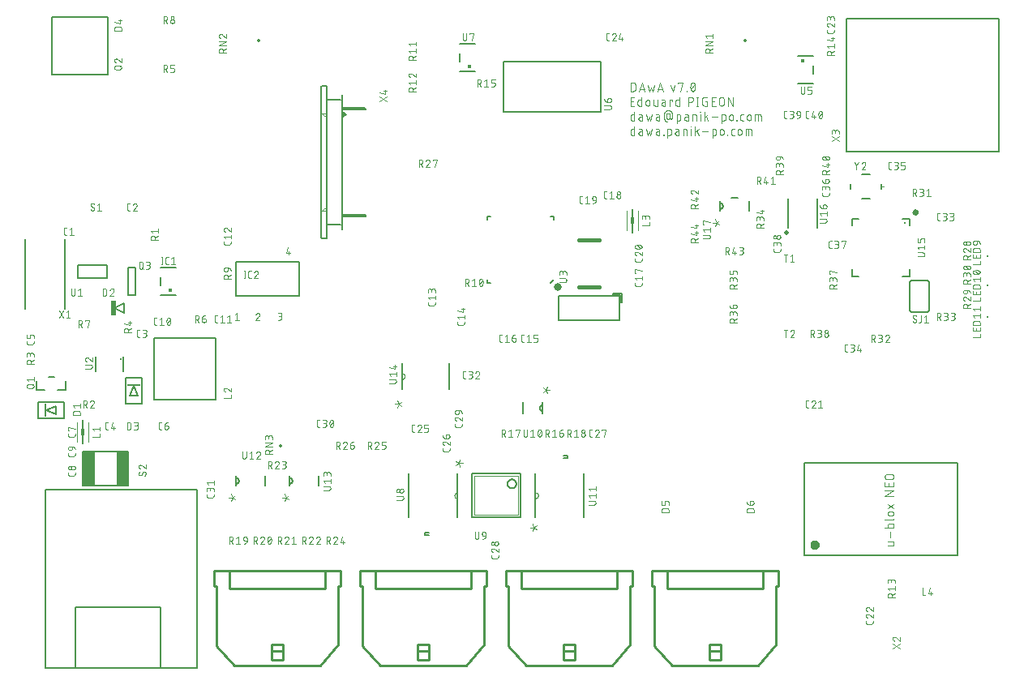
<source format=gto>
G04 EAGLE Gerber RS-274X export*
G75*
%MOMM*%
%FSLAX34Y34*%
%LPD*%
%INSilkscreen Top*%
%IPPOS*%
%AMOC8*
5,1,8,0,0,1.08239X$1,22.5*%
G01*
%ADD10C,0.101600*%
%ADD11C,0.076200*%
%ADD12C,0.127000*%
%ADD13C,0.203200*%
%ADD14C,0.449000*%
%ADD15C,0.177800*%
%ADD16C,0.152400*%
%ADD17C,0.000000*%
%ADD18C,0.050800*%
%ADD19C,0.400000*%
%ADD20C,0.359400*%
%ADD21R,0.250000X0.250000*%
%ADD22C,0.254000*%
%ADD23C,0.500000*%
%ADD24C,0.150000*%
%ADD25C,0.406400*%
%ADD26R,0.200000X1.400000*%
%ADD27R,1.400000X0.200000*%
%ADD28R,0.609600X1.574800*%
%ADD29C,0.070000*%
%ADD30R,0.300000X0.700000*%
%ADD31C,0.200000*%
%ADD32C,0.300000*%
%ADD33R,1.250000X3.500000*%
%ADD34C,0.824619*%

G36*
X933840Y460125D02*
X933840Y460125D01*
X933842Y460127D01*
X933843Y460126D01*
X934514Y460361D01*
X934515Y460362D01*
X934516Y460362D01*
X935118Y460740D01*
X935119Y460742D01*
X935121Y460742D01*
X935623Y461244D01*
X935623Y461246D01*
X935625Y461247D01*
X936003Y461849D01*
X936003Y461850D01*
X936004Y461851D01*
X936239Y462522D01*
X936239Y462524D01*
X936240Y462525D01*
X936319Y463231D01*
X936319Y463232D01*
X936318Y463233D01*
X936319Y463234D01*
X936240Y463940D01*
X936238Y463942D01*
X936239Y463943D01*
X936004Y464614D01*
X936003Y464615D01*
X936003Y464616D01*
X935625Y465218D01*
X935623Y465219D01*
X935623Y465221D01*
X935121Y465723D01*
X935119Y465723D01*
X935118Y465725D01*
X934516Y466103D01*
X934515Y466103D01*
X934514Y466104D01*
X933843Y466339D01*
X933841Y466339D01*
X933840Y466340D01*
X933134Y466419D01*
X933132Y466418D01*
X933131Y466419D01*
X932425Y466340D01*
X932423Y466338D01*
X932422Y466339D01*
X931751Y466104D01*
X931750Y466103D01*
X931749Y466103D01*
X931147Y465725D01*
X931146Y465723D01*
X931144Y465723D01*
X930642Y465221D01*
X930642Y465219D01*
X930640Y465218D01*
X930262Y464616D01*
X930262Y464615D01*
X930261Y464614D01*
X930026Y463943D01*
X930027Y463941D01*
X930025Y463940D01*
X929946Y463234D01*
X929947Y463232D01*
X929946Y463231D01*
X930025Y462525D01*
X930027Y462523D01*
X930026Y462522D01*
X930261Y461851D01*
X930262Y461850D01*
X930262Y461849D01*
X930640Y461247D01*
X930642Y461246D01*
X930642Y461244D01*
X931144Y460742D01*
X931146Y460742D01*
X931147Y460740D01*
X931749Y460362D01*
X931750Y460362D01*
X931751Y460361D01*
X932422Y460126D01*
X932424Y460127D01*
X932425Y460125D01*
X933131Y460046D01*
X933133Y460047D01*
X933134Y460046D01*
X933840Y460125D01*
G37*
G36*
X336045Y562626D02*
X336045Y562626D01*
X336112Y562630D01*
X336146Y562646D01*
X336177Y562652D01*
X336217Y562680D01*
X336275Y562707D01*
X339775Y565207D01*
X339835Y565272D01*
X339899Y565334D01*
X339903Y565345D01*
X339912Y565354D01*
X339942Y565436D01*
X339977Y565518D01*
X339977Y565530D01*
X339981Y565542D01*
X339977Y565630D01*
X339978Y565719D01*
X339973Y565730D01*
X339972Y565742D01*
X339935Y565822D01*
X339901Y565904D01*
X339892Y565913D01*
X339887Y565923D01*
X339846Y565960D01*
X339775Y566033D01*
X336275Y568533D01*
X336214Y568560D01*
X336157Y568595D01*
X336121Y568602D01*
X336092Y568615D01*
X336043Y568616D01*
X335980Y568627D01*
X335480Y568627D01*
X335475Y568626D01*
X335470Y568627D01*
X335377Y568606D01*
X335284Y568588D01*
X335279Y568585D01*
X335274Y568584D01*
X335196Y568528D01*
X335118Y568475D01*
X335115Y568471D01*
X335111Y568468D01*
X335060Y568386D01*
X335008Y568307D01*
X335008Y568302D01*
X335005Y568297D01*
X334973Y568120D01*
X334973Y563120D01*
X334974Y563115D01*
X334973Y563110D01*
X334994Y563017D01*
X335012Y562924D01*
X335015Y562919D01*
X335016Y562914D01*
X335072Y562836D01*
X335125Y562758D01*
X335129Y562755D01*
X335132Y562751D01*
X335214Y562700D01*
X335293Y562648D01*
X335298Y562648D01*
X335303Y562645D01*
X335480Y562613D01*
X335980Y562613D01*
X336045Y562626D01*
G37*
D10*
X635508Y589788D02*
X635508Y598932D01*
X638048Y598932D01*
X638148Y598930D01*
X638247Y598924D01*
X638347Y598914D01*
X638445Y598901D01*
X638544Y598883D01*
X638641Y598862D01*
X638737Y598837D01*
X638833Y598808D01*
X638927Y598775D01*
X639020Y598739D01*
X639111Y598699D01*
X639201Y598655D01*
X639289Y598608D01*
X639375Y598558D01*
X639459Y598504D01*
X639541Y598447D01*
X639620Y598387D01*
X639698Y598323D01*
X639772Y598257D01*
X639844Y598188D01*
X639913Y598116D01*
X639979Y598042D01*
X640043Y597964D01*
X640103Y597885D01*
X640160Y597803D01*
X640214Y597719D01*
X640264Y597633D01*
X640311Y597545D01*
X640355Y597455D01*
X640395Y597364D01*
X640431Y597271D01*
X640464Y597177D01*
X640493Y597081D01*
X640518Y596985D01*
X640539Y596888D01*
X640557Y596789D01*
X640570Y596691D01*
X640580Y596591D01*
X640586Y596492D01*
X640588Y596392D01*
X640588Y592328D01*
X640586Y592228D01*
X640580Y592129D01*
X640570Y592029D01*
X640557Y591931D01*
X640539Y591832D01*
X640518Y591735D01*
X640493Y591639D01*
X640464Y591543D01*
X640431Y591449D01*
X640395Y591356D01*
X640355Y591265D01*
X640311Y591175D01*
X640264Y591087D01*
X640214Y591001D01*
X640160Y590917D01*
X640103Y590835D01*
X640043Y590756D01*
X639979Y590678D01*
X639913Y590604D01*
X639844Y590532D01*
X639772Y590463D01*
X639698Y590397D01*
X639620Y590333D01*
X639541Y590273D01*
X639459Y590216D01*
X639375Y590162D01*
X639289Y590112D01*
X639201Y590065D01*
X639111Y590021D01*
X639020Y589981D01*
X638927Y589945D01*
X638833Y589912D01*
X638737Y589883D01*
X638641Y589858D01*
X638544Y589837D01*
X638445Y589819D01*
X638347Y589806D01*
X638247Y589796D01*
X638148Y589790D01*
X638048Y589788D01*
X635508Y589788D01*
X644449Y589788D02*
X647497Y598932D01*
X650545Y589788D01*
X649783Y592074D02*
X645211Y592074D01*
X653898Y595884D02*
X655422Y589788D01*
X656946Y593852D01*
X658470Y589788D01*
X659994Y595884D01*
X663346Y589788D02*
X666394Y598932D01*
X669442Y589788D01*
X668680Y592074D02*
X664108Y592074D01*
X677469Y595884D02*
X679501Y589788D01*
X681533Y595884D01*
X685190Y597916D02*
X685190Y598932D01*
X690270Y598932D01*
X687730Y589788D01*
X693877Y589788D02*
X693877Y590296D01*
X694385Y590296D01*
X694385Y589788D01*
X693877Y589788D01*
X697992Y594360D02*
X697994Y594540D01*
X698001Y594720D01*
X698011Y594899D01*
X698026Y595078D01*
X698046Y595257D01*
X698069Y595436D01*
X698097Y595613D01*
X698129Y595790D01*
X698165Y595967D01*
X698206Y596142D01*
X698250Y596316D01*
X698299Y596489D01*
X698352Y596661D01*
X698409Y596832D01*
X698470Y597001D01*
X698535Y597169D01*
X698604Y597335D01*
X698677Y597499D01*
X698754Y597662D01*
X698782Y597740D01*
X698815Y597817D01*
X698850Y597892D01*
X698889Y597966D01*
X698931Y598038D01*
X698976Y598107D01*
X699025Y598175D01*
X699076Y598241D01*
X699130Y598304D01*
X699187Y598365D01*
X699246Y598424D01*
X699308Y598479D01*
X699373Y598532D01*
X699439Y598582D01*
X699508Y598629D01*
X699579Y598673D01*
X699652Y598713D01*
X699726Y598750D01*
X699802Y598785D01*
X699880Y598815D01*
X699958Y598842D01*
X700038Y598866D01*
X700119Y598886D01*
X700201Y598903D01*
X700283Y598915D01*
X700366Y598925D01*
X700449Y598930D01*
X700532Y598932D01*
X700615Y598930D01*
X700698Y598925D01*
X700781Y598915D01*
X700863Y598903D01*
X700945Y598886D01*
X701026Y598866D01*
X701106Y598842D01*
X701184Y598815D01*
X701262Y598785D01*
X701338Y598750D01*
X701412Y598713D01*
X701485Y598673D01*
X701556Y598629D01*
X701625Y598582D01*
X701691Y598532D01*
X701756Y598479D01*
X701818Y598424D01*
X701877Y598365D01*
X701934Y598304D01*
X701988Y598241D01*
X702039Y598175D01*
X702088Y598107D01*
X702133Y598038D01*
X702175Y597966D01*
X702214Y597892D01*
X702249Y597817D01*
X702282Y597740D01*
X702310Y597662D01*
X702309Y597662D02*
X702386Y597499D01*
X702459Y597335D01*
X702528Y597169D01*
X702593Y597001D01*
X702654Y596832D01*
X702711Y596661D01*
X702764Y596489D01*
X702813Y596316D01*
X702857Y596142D01*
X702898Y595967D01*
X702934Y595790D01*
X702966Y595613D01*
X702994Y595436D01*
X703017Y595257D01*
X703037Y595078D01*
X703052Y594899D01*
X703062Y594720D01*
X703069Y594540D01*
X703071Y594360D01*
X697992Y594360D02*
X697994Y594180D01*
X698001Y594000D01*
X698011Y593821D01*
X698026Y593642D01*
X698046Y593463D01*
X698069Y593284D01*
X698097Y593107D01*
X698129Y592930D01*
X698165Y592753D01*
X698206Y592578D01*
X698250Y592404D01*
X698299Y592231D01*
X698352Y592059D01*
X698409Y591888D01*
X698470Y591719D01*
X698535Y591551D01*
X698604Y591385D01*
X698677Y591221D01*
X698754Y591058D01*
X698782Y590980D01*
X698815Y590903D01*
X698850Y590828D01*
X698889Y590754D01*
X698931Y590682D01*
X698976Y590613D01*
X699025Y590545D01*
X699076Y590479D01*
X699130Y590416D01*
X699187Y590355D01*
X699246Y590296D01*
X699308Y590241D01*
X699373Y590188D01*
X699439Y590138D01*
X699508Y590091D01*
X699579Y590047D01*
X699652Y590007D01*
X699726Y589970D01*
X699802Y589935D01*
X699880Y589905D01*
X699958Y589878D01*
X700038Y589854D01*
X700119Y589834D01*
X700201Y589817D01*
X700283Y589805D01*
X700366Y589795D01*
X700449Y589790D01*
X700532Y589788D01*
X702309Y591058D02*
X702386Y591221D01*
X702459Y591385D01*
X702528Y591551D01*
X702593Y591719D01*
X702654Y591888D01*
X702711Y592059D01*
X702764Y592231D01*
X702813Y592404D01*
X702857Y592578D01*
X702898Y592753D01*
X702934Y592930D01*
X702966Y593107D01*
X702994Y593284D01*
X703017Y593463D01*
X703037Y593642D01*
X703052Y593821D01*
X703062Y594000D01*
X703069Y594180D01*
X703071Y594360D01*
X702310Y591058D02*
X702282Y590980D01*
X702249Y590903D01*
X702214Y590828D01*
X702175Y590754D01*
X702133Y590682D01*
X702088Y590613D01*
X702039Y590545D01*
X701988Y590479D01*
X701934Y590416D01*
X701877Y590355D01*
X701818Y590296D01*
X701756Y590241D01*
X701691Y590188D01*
X701625Y590138D01*
X701556Y590091D01*
X701485Y590047D01*
X701412Y590007D01*
X701338Y589970D01*
X701262Y589935D01*
X701184Y589905D01*
X701106Y589878D01*
X701026Y589854D01*
X700945Y589834D01*
X700863Y589817D01*
X700781Y589805D01*
X700698Y589795D01*
X700615Y589790D01*
X700532Y589788D01*
X698500Y591820D02*
X702564Y596900D01*
X639572Y574548D02*
X635508Y574548D01*
X635508Y583692D01*
X639572Y583692D01*
X638556Y579628D02*
X635508Y579628D01*
X647017Y583692D02*
X647017Y574548D01*
X644477Y574548D01*
X644400Y574550D01*
X644323Y574556D01*
X644246Y574566D01*
X644170Y574579D01*
X644095Y574597D01*
X644021Y574618D01*
X643948Y574643D01*
X643876Y574672D01*
X643806Y574704D01*
X643737Y574739D01*
X643671Y574779D01*
X643606Y574821D01*
X643544Y574867D01*
X643484Y574916D01*
X643427Y574967D01*
X643372Y575022D01*
X643321Y575079D01*
X643272Y575139D01*
X643226Y575201D01*
X643184Y575266D01*
X643144Y575332D01*
X643109Y575401D01*
X643077Y575471D01*
X643048Y575543D01*
X643023Y575616D01*
X643002Y575690D01*
X642984Y575765D01*
X642971Y575841D01*
X642961Y575918D01*
X642955Y575995D01*
X642953Y576072D01*
X642953Y579120D01*
X642955Y579197D01*
X642961Y579274D01*
X642971Y579351D01*
X642984Y579427D01*
X643002Y579502D01*
X643023Y579576D01*
X643048Y579649D01*
X643077Y579721D01*
X643109Y579791D01*
X643144Y579860D01*
X643184Y579926D01*
X643226Y579991D01*
X643272Y580053D01*
X643321Y580113D01*
X643372Y580170D01*
X643427Y580225D01*
X643484Y580276D01*
X643544Y580325D01*
X643606Y580371D01*
X643671Y580413D01*
X643737Y580453D01*
X643806Y580488D01*
X643876Y580520D01*
X643948Y580549D01*
X644021Y580574D01*
X644095Y580595D01*
X644170Y580613D01*
X644246Y580626D01*
X644323Y580636D01*
X644400Y580642D01*
X644477Y580644D01*
X647017Y580644D01*
X651236Y578612D02*
X651236Y576580D01*
X651236Y578612D02*
X651238Y578701D01*
X651244Y578789D01*
X651253Y578877D01*
X651267Y578965D01*
X651284Y579052D01*
X651305Y579138D01*
X651330Y579223D01*
X651359Y579307D01*
X651391Y579390D01*
X651426Y579471D01*
X651466Y579550D01*
X651508Y579628D01*
X651554Y579704D01*
X651603Y579778D01*
X651656Y579849D01*
X651711Y579918D01*
X651770Y579985D01*
X651831Y580049D01*
X651895Y580110D01*
X651962Y580169D01*
X652031Y580224D01*
X652102Y580277D01*
X652176Y580326D01*
X652252Y580372D01*
X652330Y580414D01*
X652409Y580454D01*
X652490Y580489D01*
X652573Y580521D01*
X652657Y580550D01*
X652742Y580575D01*
X652828Y580596D01*
X652915Y580613D01*
X653003Y580627D01*
X653091Y580636D01*
X653179Y580642D01*
X653268Y580644D01*
X653357Y580642D01*
X653445Y580636D01*
X653533Y580627D01*
X653621Y580613D01*
X653708Y580596D01*
X653794Y580575D01*
X653879Y580550D01*
X653963Y580521D01*
X654046Y580489D01*
X654127Y580454D01*
X654206Y580414D01*
X654284Y580372D01*
X654360Y580326D01*
X654434Y580277D01*
X654505Y580224D01*
X654574Y580169D01*
X654641Y580110D01*
X654705Y580049D01*
X654766Y579985D01*
X654825Y579918D01*
X654880Y579849D01*
X654933Y579778D01*
X654982Y579704D01*
X655028Y579628D01*
X655070Y579550D01*
X655110Y579471D01*
X655145Y579390D01*
X655177Y579307D01*
X655206Y579223D01*
X655231Y579138D01*
X655252Y579052D01*
X655269Y578965D01*
X655283Y578877D01*
X655292Y578789D01*
X655298Y578701D01*
X655300Y578612D01*
X655300Y576580D01*
X655298Y576491D01*
X655292Y576403D01*
X655283Y576315D01*
X655269Y576227D01*
X655252Y576140D01*
X655231Y576054D01*
X655206Y575969D01*
X655177Y575885D01*
X655145Y575802D01*
X655110Y575721D01*
X655070Y575642D01*
X655028Y575564D01*
X654982Y575488D01*
X654933Y575414D01*
X654880Y575343D01*
X654825Y575274D01*
X654766Y575207D01*
X654705Y575143D01*
X654641Y575082D01*
X654574Y575023D01*
X654505Y574968D01*
X654434Y574915D01*
X654360Y574866D01*
X654284Y574820D01*
X654206Y574778D01*
X654127Y574738D01*
X654046Y574703D01*
X653963Y574671D01*
X653879Y574642D01*
X653794Y574617D01*
X653708Y574596D01*
X653621Y574579D01*
X653533Y574565D01*
X653445Y574556D01*
X653357Y574550D01*
X653268Y574548D01*
X653179Y574550D01*
X653091Y574556D01*
X653003Y574565D01*
X652915Y574579D01*
X652828Y574596D01*
X652742Y574617D01*
X652657Y574642D01*
X652573Y574671D01*
X652490Y574703D01*
X652409Y574738D01*
X652330Y574778D01*
X652252Y574820D01*
X652176Y574866D01*
X652102Y574915D01*
X652031Y574968D01*
X651962Y575023D01*
X651895Y575082D01*
X651831Y575143D01*
X651770Y575207D01*
X651711Y575274D01*
X651656Y575343D01*
X651603Y575414D01*
X651554Y575488D01*
X651508Y575564D01*
X651466Y575642D01*
X651426Y575721D01*
X651391Y575802D01*
X651359Y575885D01*
X651330Y575969D01*
X651305Y576054D01*
X651284Y576140D01*
X651267Y576227D01*
X651253Y576315D01*
X651244Y576403D01*
X651238Y576491D01*
X651236Y576580D01*
X659465Y576072D02*
X659465Y580644D01*
X659465Y576072D02*
X659467Y575995D01*
X659473Y575918D01*
X659483Y575841D01*
X659496Y575765D01*
X659514Y575690D01*
X659535Y575616D01*
X659560Y575543D01*
X659589Y575471D01*
X659621Y575401D01*
X659656Y575332D01*
X659696Y575266D01*
X659738Y575201D01*
X659784Y575139D01*
X659833Y575079D01*
X659884Y575022D01*
X659939Y574967D01*
X659996Y574916D01*
X660056Y574867D01*
X660118Y574821D01*
X660183Y574779D01*
X660249Y574739D01*
X660318Y574704D01*
X660388Y574672D01*
X660460Y574643D01*
X660533Y574618D01*
X660607Y574597D01*
X660682Y574579D01*
X660758Y574566D01*
X660835Y574556D01*
X660912Y574550D01*
X660989Y574548D01*
X663529Y574548D01*
X663529Y580644D01*
X669420Y578104D02*
X671706Y578104D01*
X669420Y578104D02*
X669337Y578102D01*
X669254Y578096D01*
X669171Y578086D01*
X669088Y578073D01*
X669007Y578055D01*
X668926Y578034D01*
X668847Y578009D01*
X668769Y577980D01*
X668692Y577948D01*
X668617Y577912D01*
X668543Y577873D01*
X668472Y577830D01*
X668402Y577784D01*
X668335Y577734D01*
X668270Y577682D01*
X668208Y577627D01*
X668148Y577568D01*
X668091Y577507D01*
X668037Y577444D01*
X667986Y577378D01*
X667939Y577309D01*
X667894Y577239D01*
X667853Y577166D01*
X667816Y577092D01*
X667781Y577016D01*
X667751Y576938D01*
X667724Y576860D01*
X667701Y576779D01*
X667681Y576698D01*
X667666Y576616D01*
X667654Y576534D01*
X667646Y576451D01*
X667642Y576368D01*
X667642Y576284D01*
X667646Y576201D01*
X667654Y576118D01*
X667666Y576036D01*
X667681Y575954D01*
X667701Y575873D01*
X667724Y575792D01*
X667751Y575714D01*
X667781Y575636D01*
X667816Y575560D01*
X667853Y575486D01*
X667894Y575413D01*
X667939Y575343D01*
X667986Y575274D01*
X668037Y575208D01*
X668091Y575145D01*
X668148Y575084D01*
X668208Y575025D01*
X668270Y574970D01*
X668335Y574918D01*
X668402Y574868D01*
X668472Y574822D01*
X668543Y574779D01*
X668617Y574740D01*
X668692Y574704D01*
X668769Y574672D01*
X668847Y574643D01*
X668926Y574618D01*
X669007Y574597D01*
X669088Y574579D01*
X669171Y574566D01*
X669254Y574556D01*
X669337Y574550D01*
X669420Y574548D01*
X671706Y574548D01*
X671706Y579120D01*
X671704Y579197D01*
X671698Y579274D01*
X671688Y579351D01*
X671675Y579427D01*
X671657Y579502D01*
X671636Y579576D01*
X671611Y579649D01*
X671582Y579721D01*
X671550Y579791D01*
X671515Y579860D01*
X671475Y579926D01*
X671433Y579991D01*
X671387Y580053D01*
X671338Y580113D01*
X671287Y580170D01*
X671232Y580225D01*
X671175Y580276D01*
X671115Y580325D01*
X671053Y580371D01*
X670988Y580413D01*
X670922Y580453D01*
X670853Y580488D01*
X670783Y580520D01*
X670711Y580549D01*
X670638Y580574D01*
X670564Y580595D01*
X670489Y580613D01*
X670413Y580626D01*
X670336Y580636D01*
X670259Y580642D01*
X670182Y580644D01*
X668150Y580644D01*
X676289Y580644D02*
X676289Y574548D01*
X676289Y580644D02*
X679337Y580644D01*
X679337Y579628D01*
X686336Y583692D02*
X686336Y574548D01*
X683796Y574548D01*
X683719Y574550D01*
X683642Y574556D01*
X683565Y574566D01*
X683489Y574579D01*
X683414Y574597D01*
X683340Y574618D01*
X683267Y574643D01*
X683195Y574672D01*
X683125Y574704D01*
X683056Y574739D01*
X682990Y574779D01*
X682925Y574821D01*
X682863Y574867D01*
X682803Y574916D01*
X682746Y574967D01*
X682691Y575022D01*
X682640Y575079D01*
X682591Y575139D01*
X682545Y575201D01*
X682503Y575266D01*
X682463Y575332D01*
X682428Y575401D01*
X682396Y575471D01*
X682367Y575543D01*
X682342Y575616D01*
X682321Y575690D01*
X682303Y575765D01*
X682290Y575841D01*
X682280Y575918D01*
X682274Y575995D01*
X682272Y576072D01*
X682272Y579120D01*
X682274Y579197D01*
X682280Y579274D01*
X682290Y579351D01*
X682303Y579427D01*
X682321Y579502D01*
X682342Y579576D01*
X682367Y579649D01*
X682396Y579721D01*
X682428Y579791D01*
X682463Y579860D01*
X682503Y579926D01*
X682545Y579991D01*
X682591Y580053D01*
X682640Y580113D01*
X682691Y580170D01*
X682746Y580225D01*
X682803Y580276D01*
X682863Y580325D01*
X682925Y580371D01*
X682990Y580413D01*
X683056Y580453D01*
X683125Y580488D01*
X683195Y580520D01*
X683267Y580549D01*
X683340Y580574D01*
X683414Y580595D01*
X683489Y580613D01*
X683565Y580626D01*
X683642Y580636D01*
X683719Y580642D01*
X683796Y580644D01*
X686336Y580644D01*
X695990Y583692D02*
X695990Y574548D01*
X695990Y583692D02*
X698530Y583692D01*
X698630Y583690D01*
X698729Y583684D01*
X698829Y583674D01*
X698927Y583661D01*
X699026Y583643D01*
X699123Y583622D01*
X699219Y583597D01*
X699315Y583568D01*
X699409Y583535D01*
X699502Y583499D01*
X699593Y583459D01*
X699683Y583415D01*
X699771Y583368D01*
X699857Y583318D01*
X699941Y583264D01*
X700023Y583207D01*
X700102Y583147D01*
X700180Y583083D01*
X700254Y583017D01*
X700326Y582948D01*
X700395Y582876D01*
X700461Y582802D01*
X700525Y582724D01*
X700585Y582645D01*
X700642Y582563D01*
X700696Y582479D01*
X700746Y582393D01*
X700793Y582305D01*
X700837Y582215D01*
X700877Y582124D01*
X700913Y582031D01*
X700946Y581937D01*
X700975Y581841D01*
X701000Y581745D01*
X701021Y581648D01*
X701039Y581549D01*
X701052Y581451D01*
X701062Y581351D01*
X701068Y581252D01*
X701070Y581152D01*
X701068Y581052D01*
X701062Y580953D01*
X701052Y580853D01*
X701039Y580755D01*
X701021Y580656D01*
X701000Y580559D01*
X700975Y580463D01*
X700946Y580367D01*
X700913Y580273D01*
X700877Y580180D01*
X700837Y580089D01*
X700793Y579999D01*
X700746Y579911D01*
X700696Y579825D01*
X700642Y579741D01*
X700585Y579659D01*
X700525Y579580D01*
X700461Y579502D01*
X700395Y579428D01*
X700326Y579356D01*
X700254Y579287D01*
X700180Y579221D01*
X700102Y579157D01*
X700023Y579097D01*
X699941Y579040D01*
X699857Y578986D01*
X699771Y578936D01*
X699683Y578889D01*
X699593Y578845D01*
X699502Y578805D01*
X699409Y578769D01*
X699315Y578736D01*
X699219Y578707D01*
X699123Y578682D01*
X699026Y578661D01*
X698927Y578643D01*
X698829Y578630D01*
X698729Y578620D01*
X698630Y578614D01*
X698530Y578612D01*
X695990Y578612D01*
X705388Y574548D02*
X705388Y583692D01*
X704372Y574548D02*
X706404Y574548D01*
X706404Y583692D02*
X704372Y583692D01*
X714024Y579628D02*
X715548Y579628D01*
X715548Y574548D01*
X712500Y574548D01*
X712411Y574550D01*
X712323Y574556D01*
X712235Y574565D01*
X712147Y574579D01*
X712060Y574596D01*
X711974Y574617D01*
X711889Y574642D01*
X711805Y574671D01*
X711722Y574703D01*
X711641Y574738D01*
X711562Y574778D01*
X711484Y574820D01*
X711408Y574866D01*
X711334Y574915D01*
X711263Y574968D01*
X711194Y575023D01*
X711127Y575082D01*
X711063Y575143D01*
X711002Y575207D01*
X710943Y575274D01*
X710888Y575343D01*
X710835Y575414D01*
X710786Y575488D01*
X710740Y575564D01*
X710698Y575642D01*
X710658Y575721D01*
X710623Y575802D01*
X710591Y575885D01*
X710562Y575969D01*
X710537Y576054D01*
X710516Y576140D01*
X710499Y576227D01*
X710485Y576315D01*
X710476Y576403D01*
X710470Y576491D01*
X710468Y576580D01*
X710468Y581660D01*
X710470Y581749D01*
X710476Y581837D01*
X710485Y581925D01*
X710499Y582013D01*
X710516Y582100D01*
X710537Y582186D01*
X710562Y582271D01*
X710591Y582355D01*
X710623Y582438D01*
X710658Y582519D01*
X710698Y582598D01*
X710740Y582676D01*
X710786Y582752D01*
X710835Y582826D01*
X710888Y582897D01*
X710943Y582966D01*
X711002Y583033D01*
X711063Y583097D01*
X711127Y583158D01*
X711194Y583217D01*
X711263Y583272D01*
X711334Y583325D01*
X711408Y583374D01*
X711484Y583420D01*
X711562Y583462D01*
X711641Y583502D01*
X711722Y583537D01*
X711805Y583569D01*
X711889Y583598D01*
X711974Y583623D01*
X712060Y583644D01*
X712147Y583661D01*
X712235Y583675D01*
X712323Y583684D01*
X712411Y583690D01*
X712500Y583692D01*
X715548Y583692D01*
X720242Y574548D02*
X724306Y574548D01*
X720242Y574548D02*
X720242Y583692D01*
X724306Y583692D01*
X723290Y579628D02*
X720242Y579628D01*
X727842Y581152D02*
X727842Y577088D01*
X727842Y581152D02*
X727844Y581252D01*
X727850Y581351D01*
X727860Y581451D01*
X727873Y581549D01*
X727891Y581648D01*
X727912Y581745D01*
X727937Y581841D01*
X727966Y581937D01*
X727999Y582031D01*
X728035Y582124D01*
X728075Y582215D01*
X728119Y582305D01*
X728166Y582393D01*
X728216Y582479D01*
X728270Y582563D01*
X728327Y582645D01*
X728387Y582724D01*
X728451Y582802D01*
X728517Y582876D01*
X728586Y582948D01*
X728658Y583017D01*
X728732Y583083D01*
X728810Y583147D01*
X728889Y583207D01*
X728971Y583264D01*
X729055Y583318D01*
X729141Y583368D01*
X729229Y583415D01*
X729319Y583459D01*
X729410Y583499D01*
X729503Y583535D01*
X729597Y583568D01*
X729693Y583597D01*
X729789Y583622D01*
X729886Y583643D01*
X729985Y583661D01*
X730083Y583674D01*
X730183Y583684D01*
X730282Y583690D01*
X730382Y583692D01*
X730482Y583690D01*
X730581Y583684D01*
X730681Y583674D01*
X730779Y583661D01*
X730878Y583643D01*
X730975Y583622D01*
X731071Y583597D01*
X731167Y583568D01*
X731261Y583535D01*
X731354Y583499D01*
X731445Y583459D01*
X731535Y583415D01*
X731623Y583368D01*
X731709Y583318D01*
X731793Y583264D01*
X731875Y583207D01*
X731954Y583147D01*
X732032Y583083D01*
X732106Y583017D01*
X732178Y582948D01*
X732247Y582876D01*
X732313Y582802D01*
X732377Y582724D01*
X732437Y582645D01*
X732494Y582563D01*
X732548Y582479D01*
X732598Y582393D01*
X732645Y582305D01*
X732689Y582215D01*
X732729Y582124D01*
X732765Y582031D01*
X732798Y581937D01*
X732827Y581841D01*
X732852Y581745D01*
X732873Y581648D01*
X732891Y581549D01*
X732904Y581451D01*
X732914Y581351D01*
X732920Y581252D01*
X732922Y581152D01*
X732922Y577088D01*
X732920Y576988D01*
X732914Y576889D01*
X732904Y576789D01*
X732891Y576691D01*
X732873Y576592D01*
X732852Y576495D01*
X732827Y576399D01*
X732798Y576303D01*
X732765Y576209D01*
X732729Y576116D01*
X732689Y576025D01*
X732645Y575935D01*
X732598Y575847D01*
X732548Y575761D01*
X732494Y575677D01*
X732437Y575595D01*
X732377Y575516D01*
X732313Y575438D01*
X732247Y575364D01*
X732178Y575292D01*
X732106Y575223D01*
X732032Y575157D01*
X731954Y575093D01*
X731875Y575033D01*
X731793Y574976D01*
X731709Y574922D01*
X731623Y574872D01*
X731535Y574825D01*
X731445Y574781D01*
X731354Y574741D01*
X731261Y574705D01*
X731167Y574672D01*
X731071Y574643D01*
X730975Y574618D01*
X730878Y574597D01*
X730779Y574579D01*
X730681Y574566D01*
X730581Y574556D01*
X730482Y574550D01*
X730382Y574548D01*
X730282Y574550D01*
X730183Y574556D01*
X730083Y574566D01*
X729985Y574579D01*
X729886Y574597D01*
X729789Y574618D01*
X729693Y574643D01*
X729597Y574672D01*
X729503Y574705D01*
X729410Y574741D01*
X729319Y574781D01*
X729229Y574825D01*
X729141Y574872D01*
X729055Y574922D01*
X728971Y574976D01*
X728889Y575033D01*
X728810Y575093D01*
X728732Y575157D01*
X728658Y575223D01*
X728586Y575292D01*
X728517Y575364D01*
X728451Y575438D01*
X728387Y575516D01*
X728327Y575595D01*
X728270Y575677D01*
X728216Y575761D01*
X728166Y575847D01*
X728119Y575935D01*
X728075Y576025D01*
X728035Y576116D01*
X727999Y576209D01*
X727966Y576303D01*
X727937Y576399D01*
X727912Y576495D01*
X727891Y576592D01*
X727873Y576691D01*
X727860Y576789D01*
X727850Y576889D01*
X727844Y576988D01*
X727842Y577088D01*
X737290Y574548D02*
X737290Y583692D01*
X742370Y574548D01*
X742370Y583692D01*
X639572Y568452D02*
X639572Y559308D01*
X637032Y559308D01*
X636955Y559310D01*
X636878Y559316D01*
X636801Y559326D01*
X636725Y559339D01*
X636650Y559357D01*
X636576Y559378D01*
X636503Y559403D01*
X636431Y559432D01*
X636361Y559464D01*
X636292Y559499D01*
X636226Y559539D01*
X636161Y559581D01*
X636099Y559627D01*
X636039Y559676D01*
X635982Y559727D01*
X635927Y559782D01*
X635876Y559839D01*
X635827Y559899D01*
X635781Y559961D01*
X635739Y560026D01*
X635699Y560092D01*
X635664Y560161D01*
X635632Y560231D01*
X635603Y560303D01*
X635578Y560376D01*
X635557Y560450D01*
X635539Y560525D01*
X635526Y560601D01*
X635516Y560678D01*
X635510Y560755D01*
X635508Y560832D01*
X635508Y563880D01*
X635510Y563957D01*
X635516Y564034D01*
X635526Y564111D01*
X635539Y564187D01*
X635557Y564262D01*
X635578Y564336D01*
X635603Y564409D01*
X635632Y564481D01*
X635664Y564551D01*
X635699Y564620D01*
X635739Y564686D01*
X635781Y564751D01*
X635827Y564813D01*
X635876Y564873D01*
X635927Y564930D01*
X635982Y564985D01*
X636039Y565036D01*
X636099Y565085D01*
X636161Y565131D01*
X636226Y565173D01*
X636292Y565213D01*
X636361Y565248D01*
X636431Y565280D01*
X636503Y565309D01*
X636576Y565334D01*
X636650Y565355D01*
X636725Y565373D01*
X636801Y565386D01*
X636878Y565396D01*
X636955Y565402D01*
X637032Y565404D01*
X639572Y565404D01*
X645516Y562864D02*
X647802Y562864D01*
X645516Y562864D02*
X645433Y562862D01*
X645350Y562856D01*
X645267Y562846D01*
X645184Y562833D01*
X645103Y562815D01*
X645022Y562794D01*
X644943Y562769D01*
X644865Y562740D01*
X644788Y562708D01*
X644713Y562672D01*
X644639Y562633D01*
X644568Y562590D01*
X644498Y562544D01*
X644431Y562494D01*
X644366Y562442D01*
X644304Y562387D01*
X644244Y562328D01*
X644187Y562267D01*
X644133Y562204D01*
X644082Y562138D01*
X644035Y562069D01*
X643990Y561999D01*
X643949Y561926D01*
X643912Y561852D01*
X643877Y561776D01*
X643847Y561698D01*
X643820Y561620D01*
X643797Y561539D01*
X643777Y561458D01*
X643762Y561376D01*
X643750Y561294D01*
X643742Y561211D01*
X643738Y561128D01*
X643738Y561044D01*
X643742Y560961D01*
X643750Y560878D01*
X643762Y560796D01*
X643777Y560714D01*
X643797Y560633D01*
X643820Y560552D01*
X643847Y560474D01*
X643877Y560396D01*
X643912Y560320D01*
X643949Y560246D01*
X643990Y560173D01*
X644035Y560103D01*
X644082Y560034D01*
X644133Y559968D01*
X644187Y559905D01*
X644244Y559844D01*
X644304Y559785D01*
X644366Y559730D01*
X644431Y559678D01*
X644498Y559628D01*
X644568Y559582D01*
X644639Y559539D01*
X644713Y559500D01*
X644788Y559464D01*
X644865Y559432D01*
X644943Y559403D01*
X645022Y559378D01*
X645103Y559357D01*
X645184Y559339D01*
X645267Y559326D01*
X645350Y559316D01*
X645433Y559310D01*
X645516Y559308D01*
X647802Y559308D01*
X647802Y563880D01*
X647800Y563957D01*
X647794Y564034D01*
X647784Y564111D01*
X647771Y564187D01*
X647753Y564262D01*
X647732Y564336D01*
X647707Y564409D01*
X647678Y564481D01*
X647646Y564551D01*
X647611Y564620D01*
X647571Y564686D01*
X647529Y564751D01*
X647483Y564813D01*
X647434Y564873D01*
X647383Y564930D01*
X647328Y564985D01*
X647271Y565036D01*
X647211Y565085D01*
X647149Y565131D01*
X647084Y565173D01*
X647018Y565213D01*
X646949Y565248D01*
X646879Y565280D01*
X646807Y565309D01*
X646734Y565334D01*
X646660Y565355D01*
X646585Y565373D01*
X646509Y565386D01*
X646432Y565396D01*
X646355Y565402D01*
X646278Y565404D01*
X644246Y565404D01*
X651919Y565404D02*
X653443Y559308D01*
X654967Y563372D01*
X656491Y559308D01*
X658015Y565404D01*
X663499Y562864D02*
X665785Y562864D01*
X663499Y562864D02*
X663416Y562862D01*
X663333Y562856D01*
X663250Y562846D01*
X663167Y562833D01*
X663086Y562815D01*
X663005Y562794D01*
X662926Y562769D01*
X662848Y562740D01*
X662771Y562708D01*
X662696Y562672D01*
X662622Y562633D01*
X662551Y562590D01*
X662481Y562544D01*
X662414Y562494D01*
X662349Y562442D01*
X662287Y562387D01*
X662227Y562328D01*
X662170Y562267D01*
X662116Y562204D01*
X662065Y562138D01*
X662018Y562069D01*
X661973Y561999D01*
X661932Y561926D01*
X661895Y561852D01*
X661860Y561776D01*
X661830Y561698D01*
X661803Y561620D01*
X661780Y561539D01*
X661760Y561458D01*
X661745Y561376D01*
X661733Y561294D01*
X661725Y561211D01*
X661721Y561128D01*
X661721Y561044D01*
X661725Y560961D01*
X661733Y560878D01*
X661745Y560796D01*
X661760Y560714D01*
X661780Y560633D01*
X661803Y560552D01*
X661830Y560474D01*
X661860Y560396D01*
X661895Y560320D01*
X661932Y560246D01*
X661973Y560173D01*
X662018Y560103D01*
X662065Y560034D01*
X662116Y559968D01*
X662170Y559905D01*
X662227Y559844D01*
X662287Y559785D01*
X662349Y559730D01*
X662414Y559678D01*
X662481Y559628D01*
X662551Y559582D01*
X662622Y559539D01*
X662696Y559500D01*
X662771Y559464D01*
X662848Y559432D01*
X662926Y559403D01*
X663005Y559378D01*
X663086Y559357D01*
X663167Y559339D01*
X663250Y559326D01*
X663333Y559316D01*
X663416Y559310D01*
X663499Y559308D01*
X665785Y559308D01*
X665785Y563880D01*
X665783Y563957D01*
X665777Y564034D01*
X665767Y564111D01*
X665754Y564187D01*
X665736Y564262D01*
X665715Y564336D01*
X665690Y564409D01*
X665661Y564481D01*
X665629Y564551D01*
X665594Y564620D01*
X665554Y564686D01*
X665512Y564751D01*
X665466Y564813D01*
X665417Y564873D01*
X665366Y564930D01*
X665311Y564985D01*
X665254Y565036D01*
X665194Y565085D01*
X665132Y565131D01*
X665067Y565173D01*
X665001Y565213D01*
X664932Y565248D01*
X664862Y565280D01*
X664790Y565309D01*
X664717Y565334D01*
X664643Y565355D01*
X664568Y565373D01*
X664492Y565386D01*
X664415Y565396D01*
X664338Y565402D01*
X664261Y565404D01*
X662229Y565404D01*
X674778Y566928D02*
X676302Y566928D01*
X674778Y566928D02*
X674701Y566926D01*
X674624Y566920D01*
X674547Y566910D01*
X674471Y566897D01*
X674396Y566879D01*
X674322Y566858D01*
X674249Y566833D01*
X674177Y566804D01*
X674107Y566772D01*
X674038Y566737D01*
X673972Y566697D01*
X673907Y566655D01*
X673845Y566609D01*
X673785Y566560D01*
X673728Y566509D01*
X673673Y566454D01*
X673622Y566397D01*
X673573Y566337D01*
X673527Y566275D01*
X673485Y566210D01*
X673445Y566144D01*
X673410Y566075D01*
X673378Y566005D01*
X673349Y565933D01*
X673324Y565860D01*
X673303Y565786D01*
X673285Y565711D01*
X673272Y565635D01*
X673262Y565558D01*
X673256Y565481D01*
X673254Y565404D01*
X673254Y562356D01*
X673256Y562279D01*
X673262Y562202D01*
X673272Y562125D01*
X673285Y562049D01*
X673303Y561974D01*
X673324Y561900D01*
X673349Y561827D01*
X673378Y561755D01*
X673410Y561685D01*
X673445Y561616D01*
X673485Y561550D01*
X673527Y561485D01*
X673573Y561423D01*
X673622Y561363D01*
X673673Y561306D01*
X673728Y561251D01*
X673785Y561200D01*
X673845Y561151D01*
X673907Y561105D01*
X673972Y561063D01*
X674038Y561023D01*
X674107Y560988D01*
X674177Y560956D01*
X674249Y560927D01*
X674322Y560902D01*
X674396Y560881D01*
X674471Y560863D01*
X674547Y560850D01*
X674624Y560840D01*
X674701Y560834D01*
X674778Y560832D01*
X674855Y560834D01*
X674932Y560840D01*
X675009Y560850D01*
X675085Y560863D01*
X675160Y560881D01*
X675234Y560902D01*
X675307Y560927D01*
X675379Y560956D01*
X675449Y560988D01*
X675518Y561023D01*
X675584Y561063D01*
X675649Y561105D01*
X675711Y561151D01*
X675771Y561200D01*
X675828Y561251D01*
X675883Y561306D01*
X675934Y561363D01*
X675983Y561423D01*
X676029Y561485D01*
X676071Y561550D01*
X676111Y561616D01*
X676146Y561685D01*
X676178Y561755D01*
X676207Y561827D01*
X676232Y561900D01*
X676253Y561974D01*
X676271Y562049D01*
X676284Y562125D01*
X676294Y562202D01*
X676300Y562279D01*
X676302Y562356D01*
X676302Y562102D02*
X676302Y566928D01*
X676302Y562102D02*
X676304Y562032D01*
X676310Y561962D01*
X676319Y561893D01*
X676333Y561824D01*
X676350Y561756D01*
X676371Y561690D01*
X676395Y561624D01*
X676423Y561560D01*
X676455Y561498D01*
X676490Y561437D01*
X676528Y561378D01*
X676570Y561322D01*
X676614Y561268D01*
X676662Y561216D01*
X676712Y561168D01*
X676765Y561122D01*
X676820Y561079D01*
X676877Y561039D01*
X676937Y561002D01*
X676999Y560969D01*
X677062Y560939D01*
X677127Y560913D01*
X677193Y560890D01*
X677260Y560871D01*
X677329Y560856D01*
X677398Y560844D01*
X677467Y560836D01*
X677537Y560832D01*
X677607Y560832D01*
X677677Y560836D01*
X677746Y560844D01*
X677815Y560856D01*
X677884Y560871D01*
X677951Y560890D01*
X678017Y560913D01*
X678082Y560939D01*
X678145Y560969D01*
X678207Y561002D01*
X678267Y561039D01*
X678324Y561079D01*
X678379Y561122D01*
X678432Y561168D01*
X678482Y561216D01*
X678530Y561268D01*
X678574Y561322D01*
X678616Y561378D01*
X678654Y561437D01*
X678689Y561498D01*
X678721Y561560D01*
X678749Y561624D01*
X678773Y561690D01*
X678794Y561756D01*
X678811Y561824D01*
X678825Y561893D01*
X678834Y561962D01*
X678840Y562032D01*
X678842Y562102D01*
X678842Y565912D01*
X678840Y566038D01*
X678834Y566165D01*
X678824Y566291D01*
X678811Y566416D01*
X678793Y566542D01*
X678771Y566666D01*
X678746Y566790D01*
X678717Y566913D01*
X678684Y567035D01*
X678647Y567156D01*
X678606Y567276D01*
X678562Y567394D01*
X678514Y567511D01*
X678463Y567626D01*
X678408Y567740D01*
X678349Y567852D01*
X678287Y567962D01*
X678221Y568070D01*
X678153Y568176D01*
X678081Y568280D01*
X678005Y568382D01*
X677927Y568481D01*
X677846Y568578D01*
X677761Y568672D01*
X677674Y568763D01*
X677584Y568852D01*
X677491Y568938D01*
X677396Y569021D01*
X677298Y569101D01*
X677197Y569177D01*
X677095Y569251D01*
X676990Y569322D01*
X676883Y569389D01*
X676773Y569452D01*
X676662Y569513D01*
X676549Y569570D01*
X676435Y569623D01*
X676319Y569673D01*
X676201Y569719D01*
X676082Y569761D01*
X675961Y569800D01*
X675840Y569835D01*
X675718Y569866D01*
X675594Y569893D01*
X675470Y569917D01*
X675345Y569936D01*
X675220Y569952D01*
X675094Y569964D01*
X674968Y569972D01*
X674841Y569976D01*
X674715Y569976D01*
X674588Y569972D01*
X674462Y569964D01*
X674336Y569952D01*
X674211Y569936D01*
X674086Y569917D01*
X673962Y569893D01*
X673838Y569866D01*
X673716Y569835D01*
X673595Y569800D01*
X673474Y569761D01*
X673355Y569719D01*
X673237Y569673D01*
X673121Y569623D01*
X673007Y569570D01*
X672894Y569513D01*
X672783Y569452D01*
X672673Y569389D01*
X672566Y569322D01*
X672461Y569251D01*
X672359Y569177D01*
X672258Y569101D01*
X672160Y569021D01*
X672065Y568938D01*
X671972Y568852D01*
X671882Y568763D01*
X671795Y568672D01*
X671710Y568578D01*
X671629Y568481D01*
X671551Y568382D01*
X671475Y568280D01*
X671403Y568176D01*
X671335Y568070D01*
X671269Y567962D01*
X671207Y567852D01*
X671148Y567740D01*
X671093Y567626D01*
X671042Y567511D01*
X670994Y567394D01*
X670950Y567276D01*
X670909Y567156D01*
X670872Y567035D01*
X670839Y566913D01*
X670810Y566790D01*
X670785Y566666D01*
X670763Y566542D01*
X670745Y566416D01*
X670732Y566291D01*
X670722Y566165D01*
X670716Y566038D01*
X670714Y565912D01*
X670714Y561594D01*
X670715Y561594D02*
X670717Y561472D01*
X670723Y561350D01*
X670733Y561228D01*
X670746Y561107D01*
X670764Y560986D01*
X670785Y560866D01*
X670810Y560747D01*
X670839Y560628D01*
X670872Y560511D01*
X670908Y560394D01*
X670949Y560279D01*
X670992Y560165D01*
X671040Y560053D01*
X671091Y559942D01*
X671145Y559833D01*
X671203Y559725D01*
X671265Y559620D01*
X671329Y559517D01*
X671398Y559415D01*
X671469Y559316D01*
X671543Y559219D01*
X671620Y559125D01*
X671701Y559033D01*
X671784Y558944D01*
X671870Y558857D01*
X671959Y558774D01*
X672050Y558693D01*
X672144Y558615D01*
X672241Y558540D01*
X672339Y558469D01*
X672440Y558400D01*
X672544Y558335D01*
X672649Y558273D01*
X672756Y558214D01*
X672865Y558159D01*
X672975Y558108D01*
X673087Y558060D01*
X673201Y558015D01*
X673316Y557974D01*
X673432Y557937D01*
X673550Y557904D01*
X673668Y557874D01*
X673787Y557849D01*
X673907Y557827D01*
X674028Y557809D01*
X674149Y557794D01*
X674271Y557784D01*
X683772Y556260D02*
X683772Y565404D01*
X686312Y565404D01*
X686389Y565402D01*
X686466Y565396D01*
X686543Y565386D01*
X686619Y565373D01*
X686694Y565355D01*
X686768Y565334D01*
X686841Y565309D01*
X686913Y565280D01*
X686983Y565248D01*
X687052Y565213D01*
X687118Y565173D01*
X687183Y565131D01*
X687245Y565085D01*
X687305Y565036D01*
X687362Y564985D01*
X687417Y564930D01*
X687468Y564873D01*
X687517Y564813D01*
X687563Y564751D01*
X687605Y564686D01*
X687645Y564620D01*
X687680Y564551D01*
X687712Y564481D01*
X687741Y564409D01*
X687766Y564336D01*
X687787Y564262D01*
X687805Y564187D01*
X687818Y564111D01*
X687828Y564034D01*
X687834Y563957D01*
X687836Y563880D01*
X687836Y560832D01*
X687834Y560755D01*
X687828Y560678D01*
X687818Y560601D01*
X687805Y560525D01*
X687787Y560450D01*
X687766Y560376D01*
X687741Y560303D01*
X687712Y560231D01*
X687680Y560161D01*
X687645Y560092D01*
X687605Y560026D01*
X687563Y559961D01*
X687517Y559899D01*
X687468Y559839D01*
X687417Y559782D01*
X687362Y559727D01*
X687305Y559676D01*
X687245Y559627D01*
X687183Y559581D01*
X687118Y559539D01*
X687052Y559499D01*
X686983Y559464D01*
X686913Y559432D01*
X686841Y559403D01*
X686768Y559378D01*
X686694Y559357D01*
X686619Y559339D01*
X686543Y559326D01*
X686466Y559316D01*
X686389Y559310D01*
X686312Y559308D01*
X683772Y559308D01*
X693369Y562864D02*
X695655Y562864D01*
X693369Y562864D02*
X693286Y562862D01*
X693203Y562856D01*
X693120Y562846D01*
X693037Y562833D01*
X692956Y562815D01*
X692875Y562794D01*
X692796Y562769D01*
X692718Y562740D01*
X692641Y562708D01*
X692566Y562672D01*
X692492Y562633D01*
X692421Y562590D01*
X692351Y562544D01*
X692284Y562494D01*
X692219Y562442D01*
X692157Y562387D01*
X692097Y562328D01*
X692040Y562267D01*
X691986Y562204D01*
X691935Y562138D01*
X691888Y562069D01*
X691843Y561999D01*
X691802Y561926D01*
X691765Y561852D01*
X691730Y561776D01*
X691700Y561698D01*
X691673Y561620D01*
X691650Y561539D01*
X691630Y561458D01*
X691615Y561376D01*
X691603Y561294D01*
X691595Y561211D01*
X691591Y561128D01*
X691591Y561044D01*
X691595Y560961D01*
X691603Y560878D01*
X691615Y560796D01*
X691630Y560714D01*
X691650Y560633D01*
X691673Y560552D01*
X691700Y560474D01*
X691730Y560396D01*
X691765Y560320D01*
X691802Y560246D01*
X691843Y560173D01*
X691888Y560103D01*
X691935Y560034D01*
X691986Y559968D01*
X692040Y559905D01*
X692097Y559844D01*
X692157Y559785D01*
X692219Y559730D01*
X692284Y559678D01*
X692351Y559628D01*
X692421Y559582D01*
X692492Y559539D01*
X692566Y559500D01*
X692641Y559464D01*
X692718Y559432D01*
X692796Y559403D01*
X692875Y559378D01*
X692956Y559357D01*
X693037Y559339D01*
X693120Y559326D01*
X693203Y559316D01*
X693286Y559310D01*
X693369Y559308D01*
X695655Y559308D01*
X695655Y563880D01*
X695653Y563957D01*
X695647Y564034D01*
X695637Y564111D01*
X695624Y564187D01*
X695606Y564262D01*
X695585Y564336D01*
X695560Y564409D01*
X695531Y564481D01*
X695499Y564551D01*
X695464Y564620D01*
X695424Y564686D01*
X695382Y564751D01*
X695336Y564813D01*
X695287Y564873D01*
X695236Y564930D01*
X695181Y564985D01*
X695124Y565036D01*
X695064Y565085D01*
X695002Y565131D01*
X694937Y565173D01*
X694871Y565213D01*
X694802Y565248D01*
X694732Y565280D01*
X694660Y565309D01*
X694587Y565334D01*
X694513Y565355D01*
X694438Y565373D01*
X694362Y565386D01*
X694285Y565396D01*
X694208Y565402D01*
X694131Y565404D01*
X692099Y565404D01*
X700178Y565404D02*
X700178Y559308D01*
X700178Y565404D02*
X702718Y565404D01*
X702795Y565402D01*
X702872Y565396D01*
X702949Y565386D01*
X703025Y565373D01*
X703100Y565355D01*
X703174Y565334D01*
X703247Y565309D01*
X703319Y565280D01*
X703389Y565248D01*
X703458Y565213D01*
X703524Y565173D01*
X703589Y565131D01*
X703651Y565085D01*
X703711Y565036D01*
X703768Y564985D01*
X703823Y564930D01*
X703874Y564873D01*
X703923Y564813D01*
X703969Y564751D01*
X704011Y564686D01*
X704051Y564620D01*
X704086Y564551D01*
X704118Y564481D01*
X704147Y564409D01*
X704172Y564336D01*
X704193Y564262D01*
X704211Y564187D01*
X704224Y564111D01*
X704234Y564034D01*
X704240Y563957D01*
X704242Y563880D01*
X704242Y559308D01*
X708306Y559308D02*
X708306Y565404D01*
X708052Y567944D02*
X708052Y568452D01*
X708560Y568452D01*
X708560Y567944D01*
X708052Y567944D01*
X712492Y568452D02*
X712492Y559308D01*
X712492Y562356D02*
X716556Y565404D01*
X714270Y563626D02*
X716556Y559308D01*
X720193Y562864D02*
X726289Y562864D01*
X730711Y565404D02*
X730711Y556260D01*
X730711Y565404D02*
X733251Y565404D01*
X733328Y565402D01*
X733405Y565396D01*
X733482Y565386D01*
X733558Y565373D01*
X733633Y565355D01*
X733707Y565334D01*
X733780Y565309D01*
X733852Y565280D01*
X733922Y565248D01*
X733991Y565213D01*
X734057Y565173D01*
X734122Y565131D01*
X734184Y565085D01*
X734244Y565036D01*
X734301Y564985D01*
X734356Y564930D01*
X734407Y564873D01*
X734456Y564813D01*
X734502Y564751D01*
X734544Y564686D01*
X734584Y564620D01*
X734619Y564551D01*
X734651Y564481D01*
X734680Y564409D01*
X734705Y564336D01*
X734726Y564262D01*
X734744Y564187D01*
X734757Y564111D01*
X734767Y564034D01*
X734773Y563957D01*
X734775Y563880D01*
X734775Y560832D01*
X734773Y560755D01*
X734767Y560678D01*
X734757Y560601D01*
X734744Y560525D01*
X734726Y560450D01*
X734705Y560376D01*
X734680Y560303D01*
X734651Y560231D01*
X734619Y560161D01*
X734584Y560092D01*
X734544Y560026D01*
X734502Y559961D01*
X734456Y559899D01*
X734407Y559839D01*
X734356Y559782D01*
X734301Y559727D01*
X734244Y559676D01*
X734184Y559627D01*
X734122Y559581D01*
X734057Y559539D01*
X733991Y559499D01*
X733922Y559464D01*
X733852Y559432D01*
X733780Y559403D01*
X733707Y559378D01*
X733633Y559357D01*
X733558Y559339D01*
X733482Y559326D01*
X733405Y559316D01*
X733328Y559310D01*
X733251Y559308D01*
X730711Y559308D01*
X738583Y561340D02*
X738583Y563372D01*
X738585Y563461D01*
X738591Y563549D01*
X738600Y563637D01*
X738614Y563725D01*
X738631Y563812D01*
X738652Y563898D01*
X738677Y563983D01*
X738706Y564067D01*
X738738Y564150D01*
X738773Y564231D01*
X738813Y564310D01*
X738855Y564388D01*
X738901Y564464D01*
X738950Y564538D01*
X739003Y564609D01*
X739058Y564678D01*
X739117Y564745D01*
X739178Y564809D01*
X739242Y564870D01*
X739309Y564929D01*
X739378Y564984D01*
X739449Y565037D01*
X739523Y565086D01*
X739599Y565132D01*
X739677Y565174D01*
X739756Y565214D01*
X739837Y565249D01*
X739920Y565281D01*
X740004Y565310D01*
X740089Y565335D01*
X740175Y565356D01*
X740262Y565373D01*
X740350Y565387D01*
X740438Y565396D01*
X740526Y565402D01*
X740615Y565404D01*
X740704Y565402D01*
X740792Y565396D01*
X740880Y565387D01*
X740968Y565373D01*
X741055Y565356D01*
X741141Y565335D01*
X741226Y565310D01*
X741310Y565281D01*
X741393Y565249D01*
X741474Y565214D01*
X741553Y565174D01*
X741631Y565132D01*
X741707Y565086D01*
X741781Y565037D01*
X741852Y564984D01*
X741921Y564929D01*
X741988Y564870D01*
X742052Y564809D01*
X742113Y564745D01*
X742172Y564678D01*
X742227Y564609D01*
X742280Y564538D01*
X742329Y564464D01*
X742375Y564388D01*
X742417Y564310D01*
X742457Y564231D01*
X742492Y564150D01*
X742524Y564067D01*
X742553Y563983D01*
X742578Y563898D01*
X742599Y563812D01*
X742616Y563725D01*
X742630Y563637D01*
X742639Y563549D01*
X742645Y563461D01*
X742647Y563372D01*
X742647Y561340D01*
X742645Y561251D01*
X742639Y561163D01*
X742630Y561075D01*
X742616Y560987D01*
X742599Y560900D01*
X742578Y560814D01*
X742553Y560729D01*
X742524Y560645D01*
X742492Y560562D01*
X742457Y560481D01*
X742417Y560402D01*
X742375Y560324D01*
X742329Y560248D01*
X742280Y560174D01*
X742227Y560103D01*
X742172Y560034D01*
X742113Y559967D01*
X742052Y559903D01*
X741988Y559842D01*
X741921Y559783D01*
X741852Y559728D01*
X741781Y559675D01*
X741707Y559626D01*
X741631Y559580D01*
X741553Y559538D01*
X741474Y559498D01*
X741393Y559463D01*
X741310Y559431D01*
X741226Y559402D01*
X741141Y559377D01*
X741055Y559356D01*
X740968Y559339D01*
X740880Y559325D01*
X740792Y559316D01*
X740704Y559310D01*
X740615Y559308D01*
X740526Y559310D01*
X740438Y559316D01*
X740350Y559325D01*
X740262Y559339D01*
X740175Y559356D01*
X740089Y559377D01*
X740004Y559402D01*
X739920Y559431D01*
X739837Y559463D01*
X739756Y559498D01*
X739677Y559538D01*
X739599Y559580D01*
X739523Y559626D01*
X739449Y559675D01*
X739378Y559728D01*
X739309Y559783D01*
X739242Y559842D01*
X739178Y559903D01*
X739117Y559967D01*
X739058Y560034D01*
X739003Y560103D01*
X738950Y560174D01*
X738901Y560248D01*
X738855Y560324D01*
X738813Y560402D01*
X738773Y560481D01*
X738738Y560562D01*
X738706Y560645D01*
X738677Y560729D01*
X738652Y560814D01*
X738631Y560900D01*
X738614Y560987D01*
X738600Y561075D01*
X738591Y561163D01*
X738585Y561251D01*
X738583Y561340D01*
X746152Y559816D02*
X746152Y559308D01*
X746152Y559816D02*
X746660Y559816D01*
X746660Y559308D01*
X746152Y559308D01*
X751701Y559308D02*
X753733Y559308D01*
X751701Y559308D02*
X751624Y559310D01*
X751547Y559316D01*
X751470Y559326D01*
X751394Y559339D01*
X751319Y559357D01*
X751245Y559378D01*
X751172Y559403D01*
X751100Y559432D01*
X751030Y559464D01*
X750961Y559499D01*
X750895Y559539D01*
X750830Y559581D01*
X750768Y559627D01*
X750708Y559676D01*
X750651Y559727D01*
X750596Y559782D01*
X750545Y559839D01*
X750496Y559899D01*
X750450Y559961D01*
X750408Y560026D01*
X750368Y560092D01*
X750333Y560161D01*
X750301Y560231D01*
X750272Y560303D01*
X750247Y560376D01*
X750226Y560450D01*
X750208Y560525D01*
X750195Y560601D01*
X750185Y560678D01*
X750179Y560755D01*
X750177Y560832D01*
X750177Y563880D01*
X750179Y563957D01*
X750185Y564034D01*
X750195Y564111D01*
X750208Y564187D01*
X750226Y564262D01*
X750247Y564336D01*
X750272Y564409D01*
X750301Y564481D01*
X750333Y564551D01*
X750368Y564620D01*
X750408Y564686D01*
X750450Y564751D01*
X750496Y564813D01*
X750545Y564873D01*
X750596Y564930D01*
X750651Y564985D01*
X750708Y565036D01*
X750768Y565085D01*
X750830Y565131D01*
X750895Y565173D01*
X750961Y565213D01*
X751030Y565248D01*
X751100Y565280D01*
X751172Y565309D01*
X751245Y565334D01*
X751319Y565355D01*
X751394Y565373D01*
X751470Y565386D01*
X751547Y565396D01*
X751624Y565402D01*
X751701Y565404D01*
X753733Y565404D01*
X757176Y563372D02*
X757176Y561340D01*
X757176Y563372D02*
X757178Y563461D01*
X757184Y563549D01*
X757193Y563637D01*
X757207Y563725D01*
X757224Y563812D01*
X757245Y563898D01*
X757270Y563983D01*
X757299Y564067D01*
X757331Y564150D01*
X757366Y564231D01*
X757406Y564310D01*
X757448Y564388D01*
X757494Y564464D01*
X757543Y564538D01*
X757596Y564609D01*
X757651Y564678D01*
X757710Y564745D01*
X757771Y564809D01*
X757835Y564870D01*
X757902Y564929D01*
X757971Y564984D01*
X758042Y565037D01*
X758116Y565086D01*
X758192Y565132D01*
X758270Y565174D01*
X758349Y565214D01*
X758430Y565249D01*
X758513Y565281D01*
X758597Y565310D01*
X758682Y565335D01*
X758768Y565356D01*
X758855Y565373D01*
X758943Y565387D01*
X759031Y565396D01*
X759119Y565402D01*
X759208Y565404D01*
X759297Y565402D01*
X759385Y565396D01*
X759473Y565387D01*
X759561Y565373D01*
X759648Y565356D01*
X759734Y565335D01*
X759819Y565310D01*
X759903Y565281D01*
X759986Y565249D01*
X760067Y565214D01*
X760146Y565174D01*
X760224Y565132D01*
X760300Y565086D01*
X760374Y565037D01*
X760445Y564984D01*
X760514Y564929D01*
X760581Y564870D01*
X760645Y564809D01*
X760706Y564745D01*
X760765Y564678D01*
X760820Y564609D01*
X760873Y564538D01*
X760922Y564464D01*
X760968Y564388D01*
X761010Y564310D01*
X761050Y564231D01*
X761085Y564150D01*
X761117Y564067D01*
X761146Y563983D01*
X761171Y563898D01*
X761192Y563812D01*
X761209Y563725D01*
X761223Y563637D01*
X761232Y563549D01*
X761238Y563461D01*
X761240Y563372D01*
X761240Y561340D01*
X761238Y561251D01*
X761232Y561163D01*
X761223Y561075D01*
X761209Y560987D01*
X761192Y560900D01*
X761171Y560814D01*
X761146Y560729D01*
X761117Y560645D01*
X761085Y560562D01*
X761050Y560481D01*
X761010Y560402D01*
X760968Y560324D01*
X760922Y560248D01*
X760873Y560174D01*
X760820Y560103D01*
X760765Y560034D01*
X760706Y559967D01*
X760645Y559903D01*
X760581Y559842D01*
X760514Y559783D01*
X760445Y559728D01*
X760374Y559675D01*
X760300Y559626D01*
X760224Y559580D01*
X760146Y559538D01*
X760067Y559498D01*
X759986Y559463D01*
X759903Y559431D01*
X759819Y559402D01*
X759734Y559377D01*
X759648Y559356D01*
X759561Y559339D01*
X759473Y559325D01*
X759385Y559316D01*
X759297Y559310D01*
X759208Y559308D01*
X759119Y559310D01*
X759031Y559316D01*
X758943Y559325D01*
X758855Y559339D01*
X758768Y559356D01*
X758682Y559377D01*
X758597Y559402D01*
X758513Y559431D01*
X758430Y559463D01*
X758349Y559498D01*
X758270Y559538D01*
X758192Y559580D01*
X758116Y559626D01*
X758042Y559675D01*
X757971Y559728D01*
X757902Y559783D01*
X757835Y559842D01*
X757771Y559903D01*
X757710Y559967D01*
X757651Y560034D01*
X757596Y560103D01*
X757543Y560174D01*
X757494Y560248D01*
X757448Y560324D01*
X757406Y560402D01*
X757366Y560481D01*
X757331Y560562D01*
X757299Y560645D01*
X757270Y560729D01*
X757245Y560814D01*
X757224Y560900D01*
X757207Y560987D01*
X757193Y561075D01*
X757184Y561163D01*
X757178Y561251D01*
X757176Y561340D01*
X765608Y559308D02*
X765608Y565404D01*
X770180Y565404D01*
X770257Y565402D01*
X770334Y565396D01*
X770411Y565386D01*
X770487Y565373D01*
X770562Y565355D01*
X770636Y565334D01*
X770709Y565309D01*
X770781Y565280D01*
X770851Y565248D01*
X770920Y565213D01*
X770986Y565173D01*
X771051Y565131D01*
X771113Y565085D01*
X771173Y565036D01*
X771230Y564985D01*
X771285Y564930D01*
X771336Y564873D01*
X771385Y564813D01*
X771431Y564751D01*
X771473Y564686D01*
X771513Y564620D01*
X771548Y564551D01*
X771580Y564481D01*
X771609Y564409D01*
X771634Y564336D01*
X771655Y564262D01*
X771673Y564187D01*
X771686Y564111D01*
X771696Y564034D01*
X771702Y563957D01*
X771704Y563880D01*
X771704Y559308D01*
X768656Y559308D02*
X768656Y565404D01*
X639572Y553212D02*
X639572Y544068D01*
X637032Y544068D01*
X636955Y544070D01*
X636878Y544076D01*
X636801Y544086D01*
X636725Y544099D01*
X636650Y544117D01*
X636576Y544138D01*
X636503Y544163D01*
X636431Y544192D01*
X636361Y544224D01*
X636292Y544259D01*
X636226Y544299D01*
X636161Y544341D01*
X636099Y544387D01*
X636039Y544436D01*
X635982Y544487D01*
X635927Y544542D01*
X635876Y544599D01*
X635827Y544659D01*
X635781Y544721D01*
X635739Y544786D01*
X635699Y544852D01*
X635664Y544921D01*
X635632Y544991D01*
X635603Y545063D01*
X635578Y545136D01*
X635557Y545210D01*
X635539Y545285D01*
X635526Y545361D01*
X635516Y545438D01*
X635510Y545515D01*
X635508Y545592D01*
X635508Y548640D01*
X635510Y548717D01*
X635516Y548794D01*
X635526Y548871D01*
X635539Y548947D01*
X635557Y549022D01*
X635578Y549096D01*
X635603Y549169D01*
X635632Y549241D01*
X635664Y549311D01*
X635699Y549380D01*
X635739Y549446D01*
X635781Y549511D01*
X635827Y549573D01*
X635876Y549633D01*
X635927Y549690D01*
X635982Y549745D01*
X636039Y549796D01*
X636099Y549845D01*
X636161Y549891D01*
X636226Y549933D01*
X636292Y549973D01*
X636361Y550008D01*
X636431Y550040D01*
X636503Y550069D01*
X636576Y550094D01*
X636650Y550115D01*
X636725Y550133D01*
X636801Y550146D01*
X636878Y550156D01*
X636955Y550162D01*
X637032Y550164D01*
X639572Y550164D01*
X645516Y547624D02*
X647802Y547624D01*
X645516Y547624D02*
X645433Y547622D01*
X645350Y547616D01*
X645267Y547606D01*
X645184Y547593D01*
X645103Y547575D01*
X645022Y547554D01*
X644943Y547529D01*
X644865Y547500D01*
X644788Y547468D01*
X644713Y547432D01*
X644639Y547393D01*
X644568Y547350D01*
X644498Y547304D01*
X644431Y547254D01*
X644366Y547202D01*
X644304Y547147D01*
X644244Y547088D01*
X644187Y547027D01*
X644133Y546964D01*
X644082Y546898D01*
X644035Y546829D01*
X643990Y546759D01*
X643949Y546686D01*
X643912Y546612D01*
X643877Y546536D01*
X643847Y546458D01*
X643820Y546380D01*
X643797Y546299D01*
X643777Y546218D01*
X643762Y546136D01*
X643750Y546054D01*
X643742Y545971D01*
X643738Y545888D01*
X643738Y545804D01*
X643742Y545721D01*
X643750Y545638D01*
X643762Y545556D01*
X643777Y545474D01*
X643797Y545393D01*
X643820Y545312D01*
X643847Y545234D01*
X643877Y545156D01*
X643912Y545080D01*
X643949Y545006D01*
X643990Y544933D01*
X644035Y544863D01*
X644082Y544794D01*
X644133Y544728D01*
X644187Y544665D01*
X644244Y544604D01*
X644304Y544545D01*
X644366Y544490D01*
X644431Y544438D01*
X644498Y544388D01*
X644568Y544342D01*
X644639Y544299D01*
X644713Y544260D01*
X644788Y544224D01*
X644865Y544192D01*
X644943Y544163D01*
X645022Y544138D01*
X645103Y544117D01*
X645184Y544099D01*
X645267Y544086D01*
X645350Y544076D01*
X645433Y544070D01*
X645516Y544068D01*
X647802Y544068D01*
X647802Y548640D01*
X647800Y548717D01*
X647794Y548794D01*
X647784Y548871D01*
X647771Y548947D01*
X647753Y549022D01*
X647732Y549096D01*
X647707Y549169D01*
X647678Y549241D01*
X647646Y549311D01*
X647611Y549380D01*
X647571Y549446D01*
X647529Y549511D01*
X647483Y549573D01*
X647434Y549633D01*
X647383Y549690D01*
X647328Y549745D01*
X647271Y549796D01*
X647211Y549845D01*
X647149Y549891D01*
X647084Y549933D01*
X647018Y549973D01*
X646949Y550008D01*
X646879Y550040D01*
X646807Y550069D01*
X646734Y550094D01*
X646660Y550115D01*
X646585Y550133D01*
X646509Y550146D01*
X646432Y550156D01*
X646355Y550162D01*
X646278Y550164D01*
X644246Y550164D01*
X651919Y550164D02*
X653443Y544068D01*
X654967Y548132D01*
X656491Y544068D01*
X658015Y550164D01*
X663499Y547624D02*
X665785Y547624D01*
X663499Y547624D02*
X663416Y547622D01*
X663333Y547616D01*
X663250Y547606D01*
X663167Y547593D01*
X663086Y547575D01*
X663005Y547554D01*
X662926Y547529D01*
X662848Y547500D01*
X662771Y547468D01*
X662696Y547432D01*
X662622Y547393D01*
X662551Y547350D01*
X662481Y547304D01*
X662414Y547254D01*
X662349Y547202D01*
X662287Y547147D01*
X662227Y547088D01*
X662170Y547027D01*
X662116Y546964D01*
X662065Y546898D01*
X662018Y546829D01*
X661973Y546759D01*
X661932Y546686D01*
X661895Y546612D01*
X661860Y546536D01*
X661830Y546458D01*
X661803Y546380D01*
X661780Y546299D01*
X661760Y546218D01*
X661745Y546136D01*
X661733Y546054D01*
X661725Y545971D01*
X661721Y545888D01*
X661721Y545804D01*
X661725Y545721D01*
X661733Y545638D01*
X661745Y545556D01*
X661760Y545474D01*
X661780Y545393D01*
X661803Y545312D01*
X661830Y545234D01*
X661860Y545156D01*
X661895Y545080D01*
X661932Y545006D01*
X661973Y544933D01*
X662018Y544863D01*
X662065Y544794D01*
X662116Y544728D01*
X662170Y544665D01*
X662227Y544604D01*
X662287Y544545D01*
X662349Y544490D01*
X662414Y544438D01*
X662481Y544388D01*
X662551Y544342D01*
X662622Y544299D01*
X662696Y544260D01*
X662771Y544224D01*
X662848Y544192D01*
X662926Y544163D01*
X663005Y544138D01*
X663086Y544117D01*
X663167Y544099D01*
X663250Y544086D01*
X663333Y544076D01*
X663416Y544070D01*
X663499Y544068D01*
X665785Y544068D01*
X665785Y548640D01*
X665783Y548717D01*
X665777Y548794D01*
X665767Y548871D01*
X665754Y548947D01*
X665736Y549022D01*
X665715Y549096D01*
X665690Y549169D01*
X665661Y549241D01*
X665629Y549311D01*
X665594Y549380D01*
X665554Y549446D01*
X665512Y549511D01*
X665466Y549573D01*
X665417Y549633D01*
X665366Y549690D01*
X665311Y549745D01*
X665254Y549796D01*
X665194Y549845D01*
X665132Y549891D01*
X665067Y549933D01*
X665001Y549973D01*
X664932Y550008D01*
X664862Y550040D01*
X664790Y550069D01*
X664717Y550094D01*
X664643Y550115D01*
X664568Y550133D01*
X664492Y550146D01*
X664415Y550156D01*
X664338Y550162D01*
X664261Y550164D01*
X662229Y550164D01*
X669648Y544576D02*
X669648Y544068D01*
X669648Y544576D02*
X670156Y544576D01*
X670156Y544068D01*
X669648Y544068D01*
X674019Y541020D02*
X674019Y550164D01*
X676559Y550164D01*
X676636Y550162D01*
X676713Y550156D01*
X676790Y550146D01*
X676866Y550133D01*
X676941Y550115D01*
X677015Y550094D01*
X677088Y550069D01*
X677160Y550040D01*
X677230Y550008D01*
X677299Y549973D01*
X677365Y549933D01*
X677430Y549891D01*
X677492Y549845D01*
X677552Y549796D01*
X677609Y549745D01*
X677664Y549690D01*
X677715Y549633D01*
X677764Y549573D01*
X677810Y549511D01*
X677852Y549446D01*
X677892Y549380D01*
X677927Y549311D01*
X677959Y549241D01*
X677988Y549169D01*
X678013Y549096D01*
X678034Y549022D01*
X678052Y548947D01*
X678065Y548871D01*
X678075Y548794D01*
X678081Y548717D01*
X678083Y548640D01*
X678083Y545592D01*
X678081Y545515D01*
X678075Y545438D01*
X678065Y545361D01*
X678052Y545285D01*
X678034Y545210D01*
X678013Y545136D01*
X677988Y545063D01*
X677959Y544991D01*
X677927Y544921D01*
X677892Y544852D01*
X677852Y544786D01*
X677810Y544721D01*
X677764Y544659D01*
X677715Y544599D01*
X677664Y544542D01*
X677609Y544487D01*
X677552Y544436D01*
X677492Y544387D01*
X677430Y544341D01*
X677365Y544299D01*
X677299Y544259D01*
X677230Y544224D01*
X677160Y544192D01*
X677088Y544163D01*
X677015Y544138D01*
X676941Y544117D01*
X676866Y544099D01*
X676790Y544086D01*
X676713Y544076D01*
X676636Y544070D01*
X676559Y544068D01*
X674019Y544068D01*
X683615Y547624D02*
X685901Y547624D01*
X683615Y547624D02*
X683532Y547622D01*
X683449Y547616D01*
X683366Y547606D01*
X683283Y547593D01*
X683202Y547575D01*
X683121Y547554D01*
X683042Y547529D01*
X682964Y547500D01*
X682887Y547468D01*
X682812Y547432D01*
X682738Y547393D01*
X682667Y547350D01*
X682597Y547304D01*
X682530Y547254D01*
X682465Y547202D01*
X682403Y547147D01*
X682343Y547088D01*
X682286Y547027D01*
X682232Y546964D01*
X682181Y546898D01*
X682134Y546829D01*
X682089Y546759D01*
X682048Y546686D01*
X682011Y546612D01*
X681976Y546536D01*
X681946Y546458D01*
X681919Y546380D01*
X681896Y546299D01*
X681876Y546218D01*
X681861Y546136D01*
X681849Y546054D01*
X681841Y545971D01*
X681837Y545888D01*
X681837Y545804D01*
X681841Y545721D01*
X681849Y545638D01*
X681861Y545556D01*
X681876Y545474D01*
X681896Y545393D01*
X681919Y545312D01*
X681946Y545234D01*
X681976Y545156D01*
X682011Y545080D01*
X682048Y545006D01*
X682089Y544933D01*
X682134Y544863D01*
X682181Y544794D01*
X682232Y544728D01*
X682286Y544665D01*
X682343Y544604D01*
X682403Y544545D01*
X682465Y544490D01*
X682530Y544438D01*
X682597Y544388D01*
X682667Y544342D01*
X682738Y544299D01*
X682812Y544260D01*
X682887Y544224D01*
X682964Y544192D01*
X683042Y544163D01*
X683121Y544138D01*
X683202Y544117D01*
X683283Y544099D01*
X683366Y544086D01*
X683449Y544076D01*
X683532Y544070D01*
X683615Y544068D01*
X685901Y544068D01*
X685901Y548640D01*
X685899Y548717D01*
X685893Y548794D01*
X685883Y548871D01*
X685870Y548947D01*
X685852Y549022D01*
X685831Y549096D01*
X685806Y549169D01*
X685777Y549241D01*
X685745Y549311D01*
X685710Y549380D01*
X685670Y549446D01*
X685628Y549511D01*
X685582Y549573D01*
X685533Y549633D01*
X685482Y549690D01*
X685427Y549745D01*
X685370Y549796D01*
X685310Y549845D01*
X685248Y549891D01*
X685183Y549933D01*
X685117Y549973D01*
X685048Y550008D01*
X684978Y550040D01*
X684906Y550069D01*
X684833Y550094D01*
X684759Y550115D01*
X684684Y550133D01*
X684608Y550146D01*
X684531Y550156D01*
X684454Y550162D01*
X684377Y550164D01*
X682345Y550164D01*
X690425Y550164D02*
X690425Y544068D01*
X690425Y550164D02*
X692965Y550164D01*
X693042Y550162D01*
X693119Y550156D01*
X693196Y550146D01*
X693272Y550133D01*
X693347Y550115D01*
X693421Y550094D01*
X693494Y550069D01*
X693566Y550040D01*
X693636Y550008D01*
X693705Y549973D01*
X693771Y549933D01*
X693836Y549891D01*
X693898Y549845D01*
X693958Y549796D01*
X694015Y549745D01*
X694070Y549690D01*
X694121Y549633D01*
X694170Y549573D01*
X694216Y549511D01*
X694258Y549446D01*
X694298Y549380D01*
X694333Y549311D01*
X694365Y549241D01*
X694394Y549169D01*
X694419Y549096D01*
X694440Y549022D01*
X694458Y548947D01*
X694471Y548871D01*
X694481Y548794D01*
X694487Y548717D01*
X694489Y548640D01*
X694489Y544068D01*
X698553Y544068D02*
X698553Y550164D01*
X698299Y552704D02*
X698299Y553212D01*
X698807Y553212D01*
X698807Y552704D01*
X698299Y552704D01*
X702739Y553212D02*
X702739Y544068D01*
X702739Y547116D02*
X706803Y550164D01*
X704517Y548386D02*
X706803Y544068D01*
X710440Y547624D02*
X716536Y547624D01*
X720958Y550164D02*
X720958Y541020D01*
X720958Y550164D02*
X723498Y550164D01*
X723575Y550162D01*
X723652Y550156D01*
X723729Y550146D01*
X723805Y550133D01*
X723880Y550115D01*
X723954Y550094D01*
X724027Y550069D01*
X724099Y550040D01*
X724169Y550008D01*
X724238Y549973D01*
X724304Y549933D01*
X724369Y549891D01*
X724431Y549845D01*
X724491Y549796D01*
X724548Y549745D01*
X724603Y549690D01*
X724654Y549633D01*
X724703Y549573D01*
X724749Y549511D01*
X724791Y549446D01*
X724831Y549380D01*
X724866Y549311D01*
X724898Y549241D01*
X724927Y549169D01*
X724952Y549096D01*
X724973Y549022D01*
X724991Y548947D01*
X725004Y548871D01*
X725014Y548794D01*
X725020Y548717D01*
X725022Y548640D01*
X725022Y545592D01*
X725020Y545515D01*
X725014Y545438D01*
X725004Y545361D01*
X724991Y545285D01*
X724973Y545210D01*
X724952Y545136D01*
X724927Y545063D01*
X724898Y544991D01*
X724866Y544921D01*
X724831Y544852D01*
X724791Y544786D01*
X724749Y544721D01*
X724703Y544659D01*
X724654Y544599D01*
X724603Y544542D01*
X724548Y544487D01*
X724491Y544436D01*
X724431Y544387D01*
X724369Y544341D01*
X724304Y544299D01*
X724238Y544259D01*
X724169Y544224D01*
X724099Y544192D01*
X724027Y544163D01*
X723954Y544138D01*
X723880Y544117D01*
X723805Y544099D01*
X723729Y544086D01*
X723652Y544076D01*
X723575Y544070D01*
X723498Y544068D01*
X720958Y544068D01*
X728829Y546100D02*
X728829Y548132D01*
X728831Y548221D01*
X728837Y548309D01*
X728846Y548397D01*
X728860Y548485D01*
X728877Y548572D01*
X728898Y548658D01*
X728923Y548743D01*
X728952Y548827D01*
X728984Y548910D01*
X729019Y548991D01*
X729059Y549070D01*
X729101Y549148D01*
X729147Y549224D01*
X729196Y549298D01*
X729249Y549369D01*
X729304Y549438D01*
X729363Y549505D01*
X729424Y549569D01*
X729488Y549630D01*
X729555Y549689D01*
X729624Y549744D01*
X729695Y549797D01*
X729769Y549846D01*
X729845Y549892D01*
X729923Y549934D01*
X730002Y549974D01*
X730083Y550009D01*
X730166Y550041D01*
X730250Y550070D01*
X730335Y550095D01*
X730421Y550116D01*
X730508Y550133D01*
X730596Y550147D01*
X730684Y550156D01*
X730772Y550162D01*
X730861Y550164D01*
X730950Y550162D01*
X731038Y550156D01*
X731126Y550147D01*
X731214Y550133D01*
X731301Y550116D01*
X731387Y550095D01*
X731472Y550070D01*
X731556Y550041D01*
X731639Y550009D01*
X731720Y549974D01*
X731799Y549934D01*
X731877Y549892D01*
X731953Y549846D01*
X732027Y549797D01*
X732098Y549744D01*
X732167Y549689D01*
X732234Y549630D01*
X732298Y549569D01*
X732359Y549505D01*
X732418Y549438D01*
X732473Y549369D01*
X732526Y549298D01*
X732575Y549224D01*
X732621Y549148D01*
X732663Y549070D01*
X732703Y548991D01*
X732738Y548910D01*
X732770Y548827D01*
X732799Y548743D01*
X732824Y548658D01*
X732845Y548572D01*
X732862Y548485D01*
X732876Y548397D01*
X732885Y548309D01*
X732891Y548221D01*
X732893Y548132D01*
X732893Y546100D01*
X732891Y546011D01*
X732885Y545923D01*
X732876Y545835D01*
X732862Y545747D01*
X732845Y545660D01*
X732824Y545574D01*
X732799Y545489D01*
X732770Y545405D01*
X732738Y545322D01*
X732703Y545241D01*
X732663Y545162D01*
X732621Y545084D01*
X732575Y545008D01*
X732526Y544934D01*
X732473Y544863D01*
X732418Y544794D01*
X732359Y544727D01*
X732298Y544663D01*
X732234Y544602D01*
X732167Y544543D01*
X732098Y544488D01*
X732027Y544435D01*
X731953Y544386D01*
X731877Y544340D01*
X731799Y544298D01*
X731720Y544258D01*
X731639Y544223D01*
X731556Y544191D01*
X731472Y544162D01*
X731387Y544137D01*
X731301Y544116D01*
X731214Y544099D01*
X731126Y544085D01*
X731038Y544076D01*
X730950Y544070D01*
X730861Y544068D01*
X730772Y544070D01*
X730684Y544076D01*
X730596Y544085D01*
X730508Y544099D01*
X730421Y544116D01*
X730335Y544137D01*
X730250Y544162D01*
X730166Y544191D01*
X730083Y544223D01*
X730002Y544258D01*
X729923Y544298D01*
X729845Y544340D01*
X729769Y544386D01*
X729695Y544435D01*
X729624Y544488D01*
X729555Y544543D01*
X729488Y544602D01*
X729424Y544663D01*
X729363Y544727D01*
X729304Y544794D01*
X729249Y544863D01*
X729196Y544934D01*
X729147Y545008D01*
X729101Y545084D01*
X729059Y545162D01*
X729019Y545241D01*
X728984Y545322D01*
X728952Y545405D01*
X728923Y545489D01*
X728898Y545574D01*
X728877Y545660D01*
X728860Y545747D01*
X728846Y545835D01*
X728837Y545923D01*
X728831Y546011D01*
X728829Y546100D01*
X736399Y544576D02*
X736399Y544068D01*
X736399Y544576D02*
X736907Y544576D01*
X736907Y544068D01*
X736399Y544068D01*
X741948Y544068D02*
X743980Y544068D01*
X741948Y544068D02*
X741871Y544070D01*
X741794Y544076D01*
X741717Y544086D01*
X741641Y544099D01*
X741566Y544117D01*
X741492Y544138D01*
X741419Y544163D01*
X741347Y544192D01*
X741277Y544224D01*
X741208Y544259D01*
X741142Y544299D01*
X741077Y544341D01*
X741015Y544387D01*
X740955Y544436D01*
X740898Y544487D01*
X740843Y544542D01*
X740792Y544599D01*
X740743Y544659D01*
X740697Y544721D01*
X740655Y544786D01*
X740615Y544852D01*
X740580Y544921D01*
X740548Y544991D01*
X740519Y545063D01*
X740494Y545136D01*
X740473Y545210D01*
X740455Y545285D01*
X740442Y545361D01*
X740432Y545438D01*
X740426Y545515D01*
X740424Y545592D01*
X740424Y548640D01*
X740426Y548717D01*
X740432Y548794D01*
X740442Y548871D01*
X740455Y548947D01*
X740473Y549022D01*
X740494Y549096D01*
X740519Y549169D01*
X740548Y549241D01*
X740580Y549311D01*
X740615Y549380D01*
X740655Y549446D01*
X740697Y549511D01*
X740743Y549573D01*
X740792Y549633D01*
X740843Y549690D01*
X740898Y549745D01*
X740955Y549796D01*
X741015Y549845D01*
X741077Y549891D01*
X741142Y549933D01*
X741208Y549973D01*
X741277Y550008D01*
X741347Y550040D01*
X741419Y550069D01*
X741492Y550094D01*
X741566Y550115D01*
X741641Y550133D01*
X741717Y550146D01*
X741794Y550156D01*
X741871Y550162D01*
X741948Y550164D01*
X743980Y550164D01*
X747422Y548132D02*
X747422Y546100D01*
X747422Y548132D02*
X747424Y548221D01*
X747430Y548309D01*
X747439Y548397D01*
X747453Y548485D01*
X747470Y548572D01*
X747491Y548658D01*
X747516Y548743D01*
X747545Y548827D01*
X747577Y548910D01*
X747612Y548991D01*
X747652Y549070D01*
X747694Y549148D01*
X747740Y549224D01*
X747789Y549298D01*
X747842Y549369D01*
X747897Y549438D01*
X747956Y549505D01*
X748017Y549569D01*
X748081Y549630D01*
X748148Y549689D01*
X748217Y549744D01*
X748288Y549797D01*
X748362Y549846D01*
X748438Y549892D01*
X748516Y549934D01*
X748595Y549974D01*
X748676Y550009D01*
X748759Y550041D01*
X748843Y550070D01*
X748928Y550095D01*
X749014Y550116D01*
X749101Y550133D01*
X749189Y550147D01*
X749277Y550156D01*
X749365Y550162D01*
X749454Y550164D01*
X749543Y550162D01*
X749631Y550156D01*
X749719Y550147D01*
X749807Y550133D01*
X749894Y550116D01*
X749980Y550095D01*
X750065Y550070D01*
X750149Y550041D01*
X750232Y550009D01*
X750313Y549974D01*
X750392Y549934D01*
X750470Y549892D01*
X750546Y549846D01*
X750620Y549797D01*
X750691Y549744D01*
X750760Y549689D01*
X750827Y549630D01*
X750891Y549569D01*
X750952Y549505D01*
X751011Y549438D01*
X751066Y549369D01*
X751119Y549298D01*
X751168Y549224D01*
X751214Y549148D01*
X751256Y549070D01*
X751296Y548991D01*
X751331Y548910D01*
X751363Y548827D01*
X751392Y548743D01*
X751417Y548658D01*
X751438Y548572D01*
X751455Y548485D01*
X751469Y548397D01*
X751478Y548309D01*
X751484Y548221D01*
X751486Y548132D01*
X751486Y546100D01*
X751484Y546011D01*
X751478Y545923D01*
X751469Y545835D01*
X751455Y545747D01*
X751438Y545660D01*
X751417Y545574D01*
X751392Y545489D01*
X751363Y545405D01*
X751331Y545322D01*
X751296Y545241D01*
X751256Y545162D01*
X751214Y545084D01*
X751168Y545008D01*
X751119Y544934D01*
X751066Y544863D01*
X751011Y544794D01*
X750952Y544727D01*
X750891Y544663D01*
X750827Y544602D01*
X750760Y544543D01*
X750691Y544488D01*
X750620Y544435D01*
X750546Y544386D01*
X750470Y544340D01*
X750392Y544298D01*
X750313Y544258D01*
X750232Y544223D01*
X750149Y544191D01*
X750065Y544162D01*
X749980Y544137D01*
X749894Y544116D01*
X749807Y544099D01*
X749719Y544085D01*
X749631Y544076D01*
X749543Y544070D01*
X749454Y544068D01*
X749365Y544070D01*
X749277Y544076D01*
X749189Y544085D01*
X749101Y544099D01*
X749014Y544116D01*
X748928Y544137D01*
X748843Y544162D01*
X748759Y544191D01*
X748676Y544223D01*
X748595Y544258D01*
X748516Y544298D01*
X748438Y544340D01*
X748362Y544386D01*
X748288Y544435D01*
X748217Y544488D01*
X748148Y544543D01*
X748081Y544602D01*
X748017Y544663D01*
X747956Y544727D01*
X747897Y544794D01*
X747842Y544863D01*
X747789Y544934D01*
X747740Y545008D01*
X747694Y545084D01*
X747652Y545162D01*
X747612Y545241D01*
X747577Y545322D01*
X747545Y545405D01*
X747516Y545489D01*
X747491Y545574D01*
X747470Y545660D01*
X747453Y545747D01*
X747439Y545835D01*
X747430Y545923D01*
X747424Y546011D01*
X747422Y546100D01*
X755855Y544068D02*
X755855Y550164D01*
X760427Y550164D01*
X760504Y550162D01*
X760581Y550156D01*
X760658Y550146D01*
X760734Y550133D01*
X760809Y550115D01*
X760883Y550094D01*
X760956Y550069D01*
X761028Y550040D01*
X761098Y550008D01*
X761167Y549973D01*
X761233Y549933D01*
X761298Y549891D01*
X761360Y549845D01*
X761420Y549796D01*
X761477Y549745D01*
X761532Y549690D01*
X761583Y549633D01*
X761632Y549573D01*
X761678Y549511D01*
X761720Y549446D01*
X761760Y549380D01*
X761795Y549311D01*
X761827Y549241D01*
X761856Y549169D01*
X761881Y549096D01*
X761902Y549022D01*
X761920Y548947D01*
X761933Y548871D01*
X761943Y548794D01*
X761949Y548717D01*
X761951Y548640D01*
X761951Y544068D01*
X758903Y544068D02*
X758903Y550164D01*
D11*
X524355Y328041D02*
X522718Y328041D01*
X522640Y328043D01*
X522562Y328048D01*
X522485Y328058D01*
X522408Y328071D01*
X522332Y328087D01*
X522257Y328107D01*
X522183Y328131D01*
X522110Y328158D01*
X522038Y328189D01*
X521968Y328223D01*
X521900Y328260D01*
X521833Y328301D01*
X521768Y328345D01*
X521706Y328391D01*
X521646Y328441D01*
X521588Y328493D01*
X521533Y328548D01*
X521481Y328606D01*
X521431Y328666D01*
X521385Y328728D01*
X521341Y328793D01*
X521300Y328860D01*
X521263Y328928D01*
X521229Y328998D01*
X521198Y329070D01*
X521171Y329143D01*
X521147Y329217D01*
X521127Y329292D01*
X521111Y329368D01*
X521098Y329445D01*
X521088Y329522D01*
X521083Y329600D01*
X521081Y329678D01*
X521081Y333770D01*
X521083Y333850D01*
X521089Y333930D01*
X521099Y334010D01*
X521112Y334089D01*
X521130Y334168D01*
X521151Y334245D01*
X521177Y334321D01*
X521206Y334396D01*
X521238Y334470D01*
X521274Y334542D01*
X521314Y334612D01*
X521357Y334679D01*
X521403Y334745D01*
X521453Y334808D01*
X521505Y334869D01*
X521560Y334928D01*
X521619Y334983D01*
X521679Y335035D01*
X521743Y335085D01*
X521809Y335131D01*
X521876Y335174D01*
X521946Y335214D01*
X522018Y335250D01*
X522092Y335282D01*
X522166Y335311D01*
X522243Y335337D01*
X522320Y335358D01*
X522399Y335376D01*
X522478Y335389D01*
X522558Y335399D01*
X522638Y335405D01*
X522718Y335407D01*
X524355Y335407D01*
X527200Y333770D02*
X529246Y335407D01*
X529246Y328041D01*
X527200Y328041D02*
X531292Y328041D01*
X534515Y328041D02*
X536971Y328041D01*
X537049Y328043D01*
X537127Y328048D01*
X537204Y328058D01*
X537281Y328071D01*
X537357Y328087D01*
X537432Y328107D01*
X537506Y328131D01*
X537579Y328158D01*
X537651Y328189D01*
X537721Y328223D01*
X537790Y328260D01*
X537856Y328301D01*
X537921Y328345D01*
X537983Y328391D01*
X538043Y328441D01*
X538101Y328493D01*
X538156Y328548D01*
X538208Y328606D01*
X538258Y328666D01*
X538304Y328728D01*
X538348Y328793D01*
X538389Y328860D01*
X538426Y328928D01*
X538460Y328998D01*
X538491Y329070D01*
X538518Y329143D01*
X538542Y329217D01*
X538562Y329292D01*
X538578Y329368D01*
X538591Y329445D01*
X538601Y329522D01*
X538606Y329600D01*
X538608Y329678D01*
X538608Y330496D01*
X538606Y330574D01*
X538601Y330652D01*
X538591Y330729D01*
X538578Y330806D01*
X538562Y330882D01*
X538542Y330957D01*
X538518Y331031D01*
X538491Y331104D01*
X538460Y331176D01*
X538426Y331246D01*
X538389Y331315D01*
X538348Y331381D01*
X538304Y331446D01*
X538258Y331508D01*
X538208Y331568D01*
X538156Y331626D01*
X538101Y331681D01*
X538043Y331733D01*
X537983Y331783D01*
X537921Y331829D01*
X537856Y331873D01*
X537790Y331914D01*
X537721Y331951D01*
X537651Y331985D01*
X537579Y332016D01*
X537506Y332043D01*
X537432Y332067D01*
X537357Y332087D01*
X537281Y332103D01*
X537204Y332116D01*
X537127Y332126D01*
X537049Y332131D01*
X536971Y332133D01*
X534515Y332133D01*
X534515Y335407D01*
X538608Y335407D01*
X888619Y36675D02*
X888619Y35038D01*
X888617Y34960D01*
X888612Y34882D01*
X888602Y34805D01*
X888589Y34728D01*
X888573Y34652D01*
X888553Y34577D01*
X888529Y34503D01*
X888502Y34430D01*
X888471Y34358D01*
X888437Y34288D01*
X888400Y34220D01*
X888359Y34153D01*
X888315Y34088D01*
X888269Y34026D01*
X888219Y33966D01*
X888167Y33908D01*
X888112Y33853D01*
X888054Y33801D01*
X887994Y33751D01*
X887932Y33705D01*
X887867Y33661D01*
X887801Y33620D01*
X887732Y33583D01*
X887662Y33549D01*
X887590Y33518D01*
X887517Y33491D01*
X887443Y33467D01*
X887368Y33447D01*
X887292Y33431D01*
X887215Y33418D01*
X887138Y33408D01*
X887060Y33403D01*
X886982Y33401D01*
X882890Y33401D01*
X882810Y33403D01*
X882730Y33409D01*
X882650Y33419D01*
X882571Y33432D01*
X882492Y33450D01*
X882415Y33471D01*
X882339Y33497D01*
X882264Y33526D01*
X882190Y33558D01*
X882118Y33594D01*
X882048Y33634D01*
X881981Y33677D01*
X881915Y33723D01*
X881852Y33773D01*
X881791Y33825D01*
X881732Y33880D01*
X881677Y33939D01*
X881625Y33999D01*
X881575Y34063D01*
X881529Y34128D01*
X881486Y34196D01*
X881446Y34266D01*
X881410Y34338D01*
X881378Y34412D01*
X881349Y34486D01*
X881324Y34563D01*
X881302Y34640D01*
X881284Y34719D01*
X881271Y34798D01*
X881261Y34877D01*
X881255Y34958D01*
X881253Y35038D01*
X881253Y36675D01*
X881253Y41771D02*
X881255Y41856D01*
X881261Y41941D01*
X881271Y42025D01*
X881284Y42109D01*
X881302Y42193D01*
X881323Y42275D01*
X881348Y42356D01*
X881377Y42436D01*
X881410Y42515D01*
X881446Y42592D01*
X881486Y42667D01*
X881529Y42741D01*
X881575Y42812D01*
X881625Y42881D01*
X881678Y42948D01*
X881734Y43012D01*
X881793Y43073D01*
X881854Y43132D01*
X881918Y43188D01*
X881985Y43241D01*
X882054Y43291D01*
X882125Y43337D01*
X882199Y43380D01*
X882274Y43420D01*
X882351Y43456D01*
X882430Y43489D01*
X882510Y43518D01*
X882591Y43543D01*
X882673Y43564D01*
X882757Y43582D01*
X882841Y43595D01*
X882925Y43605D01*
X883010Y43611D01*
X883095Y43613D01*
X881253Y41771D02*
X881255Y41675D01*
X881261Y41579D01*
X881271Y41484D01*
X881284Y41389D01*
X881302Y41294D01*
X881323Y41201D01*
X881348Y41108D01*
X881377Y41017D01*
X881409Y40926D01*
X881445Y40837D01*
X881485Y40750D01*
X881528Y40664D01*
X881574Y40580D01*
X881624Y40498D01*
X881678Y40418D01*
X881734Y40341D01*
X881794Y40266D01*
X881856Y40193D01*
X881922Y40123D01*
X881990Y40055D01*
X882061Y39990D01*
X882134Y39929D01*
X882210Y39870D01*
X882289Y39814D01*
X882369Y39762D01*
X882452Y39713D01*
X882536Y39667D01*
X882622Y39625D01*
X882710Y39587D01*
X882799Y39552D01*
X882890Y39520D01*
X884527Y42998D02*
X884468Y43058D01*
X884406Y43115D01*
X884342Y43170D01*
X884275Y43221D01*
X884206Y43270D01*
X884136Y43316D01*
X884063Y43359D01*
X883989Y43399D01*
X883913Y43435D01*
X883835Y43468D01*
X883756Y43498D01*
X883676Y43525D01*
X883595Y43548D01*
X883513Y43567D01*
X883431Y43583D01*
X883347Y43596D01*
X883263Y43605D01*
X883179Y43610D01*
X883095Y43612D01*
X884527Y42998D02*
X888619Y39520D01*
X888619Y43612D01*
X883095Y50928D02*
X883010Y50926D01*
X882925Y50920D01*
X882841Y50910D01*
X882757Y50897D01*
X882673Y50879D01*
X882591Y50858D01*
X882510Y50833D01*
X882430Y50804D01*
X882351Y50771D01*
X882274Y50735D01*
X882199Y50695D01*
X882125Y50652D01*
X882054Y50606D01*
X881985Y50556D01*
X881918Y50503D01*
X881854Y50447D01*
X881793Y50388D01*
X881734Y50327D01*
X881678Y50263D01*
X881625Y50196D01*
X881575Y50127D01*
X881529Y50056D01*
X881486Y49982D01*
X881446Y49907D01*
X881410Y49830D01*
X881377Y49751D01*
X881348Y49671D01*
X881323Y49590D01*
X881302Y49508D01*
X881284Y49424D01*
X881271Y49340D01*
X881261Y49256D01*
X881255Y49171D01*
X881253Y49086D01*
X881255Y48990D01*
X881261Y48894D01*
X881271Y48799D01*
X881284Y48704D01*
X881302Y48609D01*
X881323Y48516D01*
X881348Y48423D01*
X881377Y48332D01*
X881409Y48241D01*
X881445Y48152D01*
X881485Y48065D01*
X881528Y47979D01*
X881574Y47895D01*
X881624Y47813D01*
X881678Y47733D01*
X881734Y47656D01*
X881794Y47581D01*
X881856Y47508D01*
X881922Y47438D01*
X881990Y47370D01*
X882061Y47305D01*
X882134Y47244D01*
X882210Y47185D01*
X882289Y47129D01*
X882369Y47077D01*
X882452Y47028D01*
X882536Y46982D01*
X882622Y46940D01*
X882710Y46902D01*
X882799Y46867D01*
X882890Y46835D01*
X884527Y50314D02*
X884468Y50374D01*
X884406Y50431D01*
X884342Y50486D01*
X884275Y50537D01*
X884206Y50586D01*
X884136Y50632D01*
X884063Y50675D01*
X883989Y50715D01*
X883913Y50751D01*
X883835Y50784D01*
X883756Y50814D01*
X883676Y50841D01*
X883595Y50864D01*
X883513Y50883D01*
X883431Y50899D01*
X883347Y50912D01*
X883263Y50921D01*
X883179Y50926D01*
X883095Y50928D01*
X884527Y50314D02*
X888619Y46835D01*
X888619Y50928D01*
X847979Y652258D02*
X847979Y653895D01*
X847979Y652258D02*
X847977Y652180D01*
X847972Y652102D01*
X847962Y652025D01*
X847949Y651948D01*
X847933Y651872D01*
X847913Y651797D01*
X847889Y651723D01*
X847862Y651650D01*
X847831Y651578D01*
X847797Y651508D01*
X847760Y651440D01*
X847719Y651373D01*
X847675Y651308D01*
X847629Y651246D01*
X847579Y651186D01*
X847527Y651128D01*
X847472Y651073D01*
X847414Y651021D01*
X847354Y650971D01*
X847292Y650925D01*
X847227Y650881D01*
X847161Y650840D01*
X847092Y650803D01*
X847022Y650769D01*
X846950Y650738D01*
X846877Y650711D01*
X846803Y650687D01*
X846728Y650667D01*
X846652Y650651D01*
X846575Y650638D01*
X846498Y650628D01*
X846420Y650623D01*
X846342Y650621D01*
X842250Y650621D01*
X842170Y650623D01*
X842090Y650629D01*
X842010Y650639D01*
X841931Y650652D01*
X841852Y650670D01*
X841775Y650691D01*
X841699Y650717D01*
X841624Y650746D01*
X841550Y650778D01*
X841478Y650814D01*
X841408Y650854D01*
X841341Y650897D01*
X841275Y650943D01*
X841212Y650993D01*
X841151Y651045D01*
X841092Y651100D01*
X841037Y651159D01*
X840985Y651219D01*
X840935Y651283D01*
X840889Y651348D01*
X840846Y651416D01*
X840806Y651486D01*
X840770Y651558D01*
X840738Y651632D01*
X840709Y651706D01*
X840684Y651783D01*
X840662Y651860D01*
X840644Y651939D01*
X840631Y652018D01*
X840621Y652097D01*
X840615Y652178D01*
X840613Y652258D01*
X840613Y653895D01*
X840613Y658991D02*
X840615Y659076D01*
X840621Y659161D01*
X840631Y659245D01*
X840644Y659329D01*
X840662Y659413D01*
X840683Y659495D01*
X840708Y659576D01*
X840737Y659656D01*
X840770Y659735D01*
X840806Y659812D01*
X840846Y659887D01*
X840889Y659961D01*
X840935Y660032D01*
X840985Y660101D01*
X841038Y660168D01*
X841094Y660232D01*
X841153Y660293D01*
X841214Y660352D01*
X841278Y660408D01*
X841345Y660461D01*
X841414Y660511D01*
X841485Y660557D01*
X841559Y660600D01*
X841634Y660640D01*
X841711Y660676D01*
X841790Y660709D01*
X841870Y660738D01*
X841951Y660763D01*
X842033Y660784D01*
X842117Y660802D01*
X842201Y660815D01*
X842285Y660825D01*
X842370Y660831D01*
X842455Y660833D01*
X840613Y658991D02*
X840615Y658895D01*
X840621Y658799D01*
X840631Y658704D01*
X840644Y658609D01*
X840662Y658514D01*
X840683Y658421D01*
X840708Y658328D01*
X840737Y658237D01*
X840769Y658146D01*
X840805Y658057D01*
X840845Y657970D01*
X840888Y657884D01*
X840934Y657800D01*
X840984Y657718D01*
X841038Y657638D01*
X841094Y657561D01*
X841154Y657486D01*
X841216Y657413D01*
X841282Y657343D01*
X841350Y657275D01*
X841421Y657210D01*
X841494Y657149D01*
X841570Y657090D01*
X841649Y657034D01*
X841729Y656982D01*
X841812Y656933D01*
X841896Y656887D01*
X841982Y656845D01*
X842070Y656807D01*
X842159Y656772D01*
X842250Y656740D01*
X843887Y660218D02*
X843828Y660278D01*
X843766Y660335D01*
X843702Y660390D01*
X843635Y660441D01*
X843566Y660490D01*
X843496Y660536D01*
X843423Y660579D01*
X843349Y660619D01*
X843273Y660655D01*
X843195Y660688D01*
X843116Y660718D01*
X843036Y660745D01*
X842955Y660768D01*
X842873Y660787D01*
X842791Y660803D01*
X842707Y660816D01*
X842623Y660825D01*
X842539Y660830D01*
X842455Y660832D01*
X843887Y660218D02*
X847979Y656740D01*
X847979Y660832D01*
X847979Y664055D02*
X847979Y666101D01*
X847977Y666190D01*
X847971Y666279D01*
X847961Y666368D01*
X847948Y666456D01*
X847931Y666544D01*
X847909Y666631D01*
X847884Y666716D01*
X847856Y666801D01*
X847823Y666884D01*
X847787Y666966D01*
X847748Y667046D01*
X847705Y667124D01*
X847659Y667200D01*
X847609Y667275D01*
X847556Y667347D01*
X847500Y667416D01*
X847441Y667483D01*
X847380Y667548D01*
X847315Y667609D01*
X847248Y667668D01*
X847179Y667724D01*
X847107Y667777D01*
X847032Y667827D01*
X846956Y667873D01*
X846878Y667916D01*
X846798Y667955D01*
X846716Y667991D01*
X846633Y668024D01*
X846548Y668052D01*
X846463Y668077D01*
X846376Y668099D01*
X846288Y668116D01*
X846200Y668129D01*
X846111Y668139D01*
X846022Y668145D01*
X845933Y668147D01*
X845844Y668145D01*
X845755Y668139D01*
X845666Y668129D01*
X845578Y668116D01*
X845490Y668099D01*
X845403Y668077D01*
X845318Y668052D01*
X845233Y668024D01*
X845150Y667991D01*
X845068Y667955D01*
X844988Y667916D01*
X844910Y667873D01*
X844834Y667827D01*
X844759Y667777D01*
X844687Y667724D01*
X844618Y667668D01*
X844551Y667609D01*
X844486Y667548D01*
X844425Y667483D01*
X844366Y667416D01*
X844310Y667347D01*
X844257Y667275D01*
X844207Y667200D01*
X844161Y667124D01*
X844118Y667046D01*
X844079Y666966D01*
X844043Y666884D01*
X844010Y666801D01*
X843982Y666716D01*
X843957Y666631D01*
X843935Y666544D01*
X843918Y666456D01*
X843905Y666368D01*
X843895Y666279D01*
X843889Y666190D01*
X843887Y666101D01*
X840613Y666511D02*
X840613Y664055D01*
X840613Y666511D02*
X840615Y666590D01*
X840621Y666669D01*
X840630Y666748D01*
X840643Y666826D01*
X840661Y666903D01*
X840681Y666979D01*
X840706Y667054D01*
X840734Y667128D01*
X840765Y667201D01*
X840801Y667272D01*
X840839Y667341D01*
X840881Y667408D01*
X840926Y667473D01*
X840974Y667536D01*
X841025Y667597D01*
X841079Y667654D01*
X841135Y667710D01*
X841194Y667762D01*
X841256Y667812D01*
X841320Y667858D01*
X841386Y667902D01*
X841454Y667942D01*
X841524Y667978D01*
X841596Y668012D01*
X841670Y668042D01*
X841744Y668068D01*
X841820Y668091D01*
X841897Y668109D01*
X841974Y668125D01*
X842053Y668136D01*
X842131Y668144D01*
X842210Y668148D01*
X842290Y668148D01*
X842369Y668144D01*
X842447Y668136D01*
X842526Y668125D01*
X842603Y668109D01*
X842680Y668091D01*
X842756Y668068D01*
X842830Y668042D01*
X842904Y668012D01*
X842976Y667978D01*
X843046Y667942D01*
X843114Y667902D01*
X843180Y667858D01*
X843244Y667812D01*
X843306Y667762D01*
X843365Y667710D01*
X843421Y667654D01*
X843475Y667597D01*
X843526Y667536D01*
X843574Y667473D01*
X843619Y667408D01*
X843661Y667341D01*
X843699Y667272D01*
X843735Y667201D01*
X843766Y667128D01*
X843794Y667054D01*
X843819Y666979D01*
X843839Y666903D01*
X843857Y666826D01*
X843870Y666748D01*
X843879Y666669D01*
X843885Y666590D01*
X843887Y666511D01*
X843887Y664874D01*
X585315Y472821D02*
X583678Y472821D01*
X583600Y472823D01*
X583522Y472828D01*
X583445Y472838D01*
X583368Y472851D01*
X583292Y472867D01*
X583217Y472887D01*
X583143Y472911D01*
X583070Y472938D01*
X582998Y472969D01*
X582928Y473003D01*
X582860Y473040D01*
X582793Y473081D01*
X582728Y473125D01*
X582666Y473171D01*
X582606Y473221D01*
X582548Y473273D01*
X582493Y473328D01*
X582441Y473386D01*
X582391Y473446D01*
X582345Y473508D01*
X582301Y473573D01*
X582260Y473640D01*
X582223Y473708D01*
X582189Y473778D01*
X582158Y473850D01*
X582131Y473923D01*
X582107Y473997D01*
X582087Y474072D01*
X582071Y474148D01*
X582058Y474225D01*
X582048Y474302D01*
X582043Y474380D01*
X582041Y474458D01*
X582041Y478550D01*
X582043Y478630D01*
X582049Y478710D01*
X582059Y478790D01*
X582072Y478869D01*
X582090Y478948D01*
X582111Y479025D01*
X582137Y479101D01*
X582166Y479176D01*
X582198Y479250D01*
X582234Y479322D01*
X582274Y479392D01*
X582317Y479459D01*
X582363Y479525D01*
X582413Y479588D01*
X582465Y479649D01*
X582520Y479708D01*
X582579Y479763D01*
X582639Y479815D01*
X582703Y479865D01*
X582769Y479911D01*
X582836Y479954D01*
X582906Y479994D01*
X582978Y480030D01*
X583052Y480062D01*
X583126Y480091D01*
X583203Y480117D01*
X583280Y480138D01*
X583359Y480156D01*
X583438Y480169D01*
X583518Y480179D01*
X583598Y480185D01*
X583678Y480187D01*
X585315Y480187D01*
X588160Y478550D02*
X590206Y480187D01*
X590206Y472821D01*
X588160Y472821D02*
X592252Y472821D01*
X597112Y476095D02*
X599568Y476095D01*
X597112Y476095D02*
X597034Y476097D01*
X596956Y476102D01*
X596879Y476112D01*
X596802Y476125D01*
X596726Y476141D01*
X596651Y476161D01*
X596577Y476185D01*
X596504Y476212D01*
X596432Y476243D01*
X596362Y476277D01*
X596293Y476314D01*
X596227Y476355D01*
X596162Y476399D01*
X596100Y476445D01*
X596040Y476495D01*
X595982Y476547D01*
X595927Y476602D01*
X595875Y476660D01*
X595825Y476720D01*
X595779Y476782D01*
X595735Y476847D01*
X595694Y476914D01*
X595657Y476982D01*
X595623Y477052D01*
X595592Y477124D01*
X595565Y477197D01*
X595541Y477271D01*
X595521Y477346D01*
X595505Y477422D01*
X595492Y477499D01*
X595482Y477576D01*
X595477Y477654D01*
X595475Y477732D01*
X595475Y478141D01*
X595477Y478230D01*
X595483Y478319D01*
X595493Y478408D01*
X595506Y478496D01*
X595523Y478584D01*
X595545Y478671D01*
X595570Y478756D01*
X595598Y478841D01*
X595631Y478924D01*
X595667Y479006D01*
X595706Y479086D01*
X595749Y479164D01*
X595795Y479240D01*
X595845Y479315D01*
X595898Y479387D01*
X595954Y479456D01*
X596013Y479523D01*
X596074Y479588D01*
X596139Y479649D01*
X596206Y479708D01*
X596275Y479764D01*
X596347Y479817D01*
X596422Y479867D01*
X596498Y479913D01*
X596576Y479956D01*
X596656Y479995D01*
X596738Y480031D01*
X596821Y480064D01*
X596906Y480092D01*
X596991Y480117D01*
X597078Y480139D01*
X597166Y480156D01*
X597254Y480169D01*
X597343Y480179D01*
X597432Y480185D01*
X597521Y480187D01*
X597610Y480185D01*
X597699Y480179D01*
X597788Y480169D01*
X597876Y480156D01*
X597964Y480139D01*
X598051Y480117D01*
X598136Y480092D01*
X598221Y480064D01*
X598304Y480031D01*
X598386Y479995D01*
X598466Y479956D01*
X598544Y479913D01*
X598620Y479867D01*
X598695Y479817D01*
X598767Y479764D01*
X598836Y479708D01*
X598903Y479649D01*
X598968Y479588D01*
X599029Y479523D01*
X599088Y479456D01*
X599144Y479387D01*
X599197Y479315D01*
X599247Y479240D01*
X599293Y479164D01*
X599336Y479086D01*
X599375Y479006D01*
X599411Y478924D01*
X599444Y478841D01*
X599472Y478756D01*
X599497Y478671D01*
X599519Y478584D01*
X599536Y478496D01*
X599549Y478408D01*
X599559Y478319D01*
X599565Y478230D01*
X599567Y478141D01*
X599568Y478141D02*
X599568Y476095D01*
X599566Y475983D01*
X599560Y475872D01*
X599551Y475760D01*
X599538Y475649D01*
X599520Y475539D01*
X599500Y475429D01*
X599475Y475320D01*
X599447Y475212D01*
X599415Y475105D01*
X599379Y474999D01*
X599340Y474894D01*
X599297Y474791D01*
X599251Y474689D01*
X599201Y474589D01*
X599148Y474490D01*
X599091Y474394D01*
X599032Y474299D01*
X598969Y474207D01*
X598903Y474117D01*
X598834Y474029D01*
X598762Y473943D01*
X598687Y473860D01*
X598609Y473780D01*
X598529Y473702D01*
X598446Y473627D01*
X598360Y473555D01*
X598272Y473486D01*
X598182Y473420D01*
X598090Y473357D01*
X597995Y473298D01*
X597899Y473241D01*
X597800Y473188D01*
X597700Y473138D01*
X597598Y473092D01*
X597495Y473049D01*
X597390Y473010D01*
X597284Y472974D01*
X597177Y472942D01*
X597069Y472914D01*
X596960Y472889D01*
X596850Y472869D01*
X596740Y472851D01*
X596629Y472838D01*
X596517Y472829D01*
X596406Y472823D01*
X596294Y472821D01*
X463395Y289941D02*
X461758Y289941D01*
X461680Y289943D01*
X461602Y289948D01*
X461525Y289958D01*
X461448Y289971D01*
X461372Y289987D01*
X461297Y290007D01*
X461223Y290031D01*
X461150Y290058D01*
X461078Y290089D01*
X461008Y290123D01*
X460940Y290160D01*
X460873Y290201D01*
X460808Y290245D01*
X460746Y290291D01*
X460686Y290341D01*
X460628Y290393D01*
X460573Y290448D01*
X460521Y290506D01*
X460471Y290566D01*
X460425Y290628D01*
X460381Y290693D01*
X460340Y290760D01*
X460303Y290828D01*
X460269Y290898D01*
X460238Y290970D01*
X460211Y291043D01*
X460187Y291117D01*
X460167Y291192D01*
X460151Y291268D01*
X460138Y291345D01*
X460128Y291422D01*
X460123Y291500D01*
X460121Y291578D01*
X460121Y295670D01*
X460123Y295750D01*
X460129Y295830D01*
X460139Y295910D01*
X460152Y295989D01*
X460170Y296068D01*
X460191Y296145D01*
X460217Y296221D01*
X460246Y296296D01*
X460278Y296370D01*
X460314Y296442D01*
X460354Y296512D01*
X460397Y296579D01*
X460443Y296645D01*
X460493Y296708D01*
X460545Y296769D01*
X460600Y296828D01*
X460659Y296883D01*
X460719Y296935D01*
X460783Y296985D01*
X460849Y297031D01*
X460916Y297074D01*
X460986Y297114D01*
X461058Y297150D01*
X461132Y297182D01*
X461206Y297211D01*
X461283Y297237D01*
X461360Y297258D01*
X461439Y297276D01*
X461518Y297289D01*
X461598Y297299D01*
X461678Y297305D01*
X461758Y297307D01*
X463395Y297307D01*
X466240Y289941D02*
X468286Y289941D01*
X468375Y289943D01*
X468464Y289949D01*
X468553Y289959D01*
X468641Y289972D01*
X468729Y289989D01*
X468816Y290011D01*
X468901Y290036D01*
X468986Y290064D01*
X469069Y290097D01*
X469151Y290133D01*
X469231Y290172D01*
X469309Y290215D01*
X469385Y290261D01*
X469460Y290311D01*
X469532Y290364D01*
X469601Y290420D01*
X469668Y290479D01*
X469733Y290540D01*
X469794Y290605D01*
X469853Y290672D01*
X469909Y290741D01*
X469962Y290813D01*
X470012Y290888D01*
X470058Y290964D01*
X470101Y291042D01*
X470140Y291122D01*
X470176Y291204D01*
X470209Y291287D01*
X470237Y291372D01*
X470262Y291457D01*
X470284Y291544D01*
X470301Y291632D01*
X470314Y291720D01*
X470324Y291809D01*
X470330Y291898D01*
X470332Y291987D01*
X470330Y292076D01*
X470324Y292165D01*
X470314Y292254D01*
X470301Y292342D01*
X470284Y292430D01*
X470262Y292517D01*
X470237Y292602D01*
X470209Y292687D01*
X470176Y292770D01*
X470140Y292852D01*
X470101Y292932D01*
X470058Y293010D01*
X470012Y293086D01*
X469962Y293161D01*
X469909Y293233D01*
X469853Y293302D01*
X469794Y293369D01*
X469733Y293434D01*
X469668Y293495D01*
X469601Y293554D01*
X469532Y293610D01*
X469460Y293663D01*
X469385Y293713D01*
X469309Y293759D01*
X469231Y293802D01*
X469151Y293841D01*
X469069Y293877D01*
X468986Y293910D01*
X468901Y293938D01*
X468816Y293963D01*
X468729Y293985D01*
X468641Y294002D01*
X468553Y294015D01*
X468464Y294025D01*
X468375Y294031D01*
X468286Y294033D01*
X468695Y297307D02*
X466240Y297307D01*
X468695Y297307D02*
X468774Y297305D01*
X468853Y297299D01*
X468932Y297290D01*
X469010Y297277D01*
X469087Y297259D01*
X469163Y297239D01*
X469238Y297214D01*
X469312Y297186D01*
X469385Y297155D01*
X469456Y297119D01*
X469525Y297081D01*
X469592Y297039D01*
X469657Y296994D01*
X469720Y296946D01*
X469781Y296895D01*
X469838Y296841D01*
X469894Y296785D01*
X469946Y296726D01*
X469996Y296664D01*
X470042Y296600D01*
X470086Y296534D01*
X470126Y296466D01*
X470162Y296396D01*
X470196Y296324D01*
X470226Y296250D01*
X470252Y296176D01*
X470275Y296100D01*
X470293Y296023D01*
X470309Y295946D01*
X470320Y295867D01*
X470328Y295789D01*
X470332Y295710D01*
X470332Y295630D01*
X470328Y295551D01*
X470320Y295473D01*
X470309Y295394D01*
X470293Y295317D01*
X470275Y295240D01*
X470252Y295164D01*
X470226Y295090D01*
X470196Y295016D01*
X470162Y294944D01*
X470126Y294874D01*
X470086Y294806D01*
X470042Y294740D01*
X469996Y294676D01*
X469946Y294614D01*
X469894Y294555D01*
X469838Y294499D01*
X469781Y294445D01*
X469720Y294394D01*
X469657Y294346D01*
X469592Y294301D01*
X469525Y294259D01*
X469456Y294221D01*
X469385Y294185D01*
X469312Y294154D01*
X469238Y294126D01*
X469163Y294101D01*
X469087Y294081D01*
X469010Y294063D01*
X468932Y294050D01*
X468853Y294041D01*
X468774Y294035D01*
X468695Y294033D01*
X467059Y294033D01*
X475806Y297308D02*
X475891Y297306D01*
X475976Y297300D01*
X476060Y297290D01*
X476144Y297277D01*
X476228Y297259D01*
X476310Y297238D01*
X476391Y297213D01*
X476471Y297184D01*
X476550Y297151D01*
X476627Y297115D01*
X476702Y297075D01*
X476776Y297032D01*
X476847Y296986D01*
X476916Y296936D01*
X476983Y296883D01*
X477047Y296827D01*
X477108Y296768D01*
X477167Y296707D01*
X477223Y296643D01*
X477276Y296576D01*
X477326Y296507D01*
X477372Y296436D01*
X477415Y296362D01*
X477455Y296287D01*
X477491Y296210D01*
X477524Y296131D01*
X477553Y296051D01*
X477578Y295970D01*
X477599Y295888D01*
X477617Y295804D01*
X477630Y295720D01*
X477640Y295636D01*
X477646Y295551D01*
X477648Y295466D01*
X475806Y297307D02*
X475710Y297305D01*
X475614Y297299D01*
X475519Y297289D01*
X475424Y297276D01*
X475329Y297258D01*
X475236Y297237D01*
X475143Y297212D01*
X475052Y297183D01*
X474961Y297151D01*
X474872Y297115D01*
X474785Y297075D01*
X474699Y297032D01*
X474615Y296986D01*
X474533Y296936D01*
X474453Y296882D01*
X474376Y296826D01*
X474301Y296766D01*
X474228Y296704D01*
X474158Y296638D01*
X474090Y296570D01*
X474025Y296499D01*
X473964Y296426D01*
X473905Y296350D01*
X473849Y296271D01*
X473797Y296191D01*
X473748Y296108D01*
X473702Y296024D01*
X473660Y295938D01*
X473622Y295850D01*
X473587Y295761D01*
X473555Y295670D01*
X477034Y294034D02*
X477094Y294093D01*
X477151Y294155D01*
X477206Y294219D01*
X477257Y294286D01*
X477306Y294355D01*
X477352Y294425D01*
X477395Y294498D01*
X477435Y294572D01*
X477471Y294648D01*
X477504Y294726D01*
X477534Y294805D01*
X477561Y294885D01*
X477584Y294966D01*
X477603Y295048D01*
X477619Y295130D01*
X477632Y295214D01*
X477641Y295298D01*
X477646Y295382D01*
X477648Y295466D01*
X477034Y294033D02*
X473555Y289941D01*
X477648Y289941D01*
X499858Y328041D02*
X501495Y328041D01*
X499858Y328041D02*
X499780Y328043D01*
X499702Y328048D01*
X499625Y328058D01*
X499548Y328071D01*
X499472Y328087D01*
X499397Y328107D01*
X499323Y328131D01*
X499250Y328158D01*
X499178Y328189D01*
X499108Y328223D01*
X499040Y328260D01*
X498973Y328301D01*
X498908Y328345D01*
X498846Y328391D01*
X498786Y328441D01*
X498728Y328493D01*
X498673Y328548D01*
X498621Y328606D01*
X498571Y328666D01*
X498525Y328728D01*
X498481Y328793D01*
X498440Y328860D01*
X498403Y328928D01*
X498369Y328998D01*
X498338Y329070D01*
X498311Y329143D01*
X498287Y329217D01*
X498267Y329292D01*
X498251Y329368D01*
X498238Y329445D01*
X498228Y329522D01*
X498223Y329600D01*
X498221Y329678D01*
X498221Y333770D01*
X498223Y333850D01*
X498229Y333930D01*
X498239Y334010D01*
X498252Y334089D01*
X498270Y334168D01*
X498291Y334245D01*
X498317Y334321D01*
X498346Y334396D01*
X498378Y334470D01*
X498414Y334542D01*
X498454Y334612D01*
X498497Y334679D01*
X498543Y334745D01*
X498593Y334808D01*
X498645Y334869D01*
X498700Y334928D01*
X498759Y334983D01*
X498819Y335035D01*
X498883Y335085D01*
X498949Y335131D01*
X499016Y335174D01*
X499086Y335214D01*
X499158Y335250D01*
X499232Y335282D01*
X499306Y335311D01*
X499383Y335337D01*
X499460Y335358D01*
X499539Y335376D01*
X499618Y335389D01*
X499698Y335399D01*
X499778Y335405D01*
X499858Y335407D01*
X501495Y335407D01*
X504340Y333770D02*
X506386Y335407D01*
X506386Y328041D01*
X504340Y328041D02*
X508432Y328041D01*
X511655Y332133D02*
X514111Y332133D01*
X514189Y332131D01*
X514267Y332126D01*
X514344Y332116D01*
X514421Y332103D01*
X514497Y332087D01*
X514572Y332067D01*
X514646Y332043D01*
X514719Y332016D01*
X514791Y331985D01*
X514861Y331951D01*
X514930Y331914D01*
X514996Y331873D01*
X515061Y331829D01*
X515123Y331783D01*
X515183Y331733D01*
X515241Y331681D01*
X515296Y331626D01*
X515348Y331568D01*
X515398Y331508D01*
X515444Y331446D01*
X515488Y331381D01*
X515529Y331315D01*
X515566Y331246D01*
X515600Y331176D01*
X515631Y331104D01*
X515658Y331031D01*
X515682Y330957D01*
X515702Y330882D01*
X515718Y330806D01*
X515731Y330729D01*
X515741Y330652D01*
X515746Y330574D01*
X515748Y330496D01*
X515748Y330087D01*
X515747Y330087D02*
X515745Y329998D01*
X515739Y329909D01*
X515729Y329820D01*
X515716Y329732D01*
X515699Y329644D01*
X515677Y329557D01*
X515652Y329472D01*
X515624Y329387D01*
X515591Y329304D01*
X515555Y329222D01*
X515516Y329142D01*
X515473Y329064D01*
X515427Y328988D01*
X515377Y328913D01*
X515324Y328841D01*
X515268Y328772D01*
X515209Y328705D01*
X515148Y328640D01*
X515083Y328579D01*
X515016Y328520D01*
X514947Y328464D01*
X514875Y328411D01*
X514800Y328361D01*
X514724Y328315D01*
X514646Y328272D01*
X514566Y328233D01*
X514484Y328197D01*
X514401Y328164D01*
X514316Y328136D01*
X514231Y328111D01*
X514144Y328089D01*
X514056Y328072D01*
X513968Y328059D01*
X513879Y328049D01*
X513790Y328043D01*
X513701Y328041D01*
X513612Y328043D01*
X513523Y328049D01*
X513434Y328059D01*
X513346Y328072D01*
X513258Y328089D01*
X513171Y328111D01*
X513086Y328136D01*
X513001Y328164D01*
X512918Y328197D01*
X512836Y328233D01*
X512756Y328272D01*
X512678Y328315D01*
X512602Y328361D01*
X512527Y328411D01*
X512455Y328464D01*
X512386Y328520D01*
X512319Y328579D01*
X512254Y328640D01*
X512193Y328705D01*
X512134Y328772D01*
X512078Y328841D01*
X512025Y328913D01*
X511975Y328988D01*
X511929Y329064D01*
X511886Y329142D01*
X511847Y329222D01*
X511811Y329304D01*
X511778Y329387D01*
X511750Y329472D01*
X511725Y329557D01*
X511703Y329644D01*
X511686Y329732D01*
X511673Y329820D01*
X511663Y329909D01*
X511657Y329998D01*
X511655Y330087D01*
X511655Y332133D01*
X511657Y332247D01*
X511663Y332361D01*
X511673Y332475D01*
X511687Y332589D01*
X511705Y332702D01*
X511727Y332814D01*
X511752Y332925D01*
X511782Y333035D01*
X511815Y333145D01*
X511852Y333253D01*
X511893Y333359D01*
X511938Y333465D01*
X511986Y333568D01*
X512038Y333670D01*
X512094Y333770D01*
X512152Y333868D01*
X512215Y333964D01*
X512280Y334057D01*
X512349Y334149D01*
X512421Y334237D01*
X512496Y334324D01*
X512574Y334407D01*
X512655Y334488D01*
X512738Y334566D01*
X512825Y334641D01*
X512913Y334713D01*
X513005Y334782D01*
X513098Y334847D01*
X513194Y334909D01*
X513292Y334968D01*
X513392Y335024D01*
X513494Y335076D01*
X513597Y335124D01*
X513703Y335169D01*
X513809Y335210D01*
X513917Y335247D01*
X514027Y335280D01*
X514137Y335310D01*
X514248Y335335D01*
X514360Y335357D01*
X514473Y335375D01*
X514587Y335389D01*
X514701Y335399D01*
X514815Y335405D01*
X514929Y335407D01*
X461899Y347458D02*
X461899Y349095D01*
X461899Y347458D02*
X461897Y347380D01*
X461892Y347302D01*
X461882Y347225D01*
X461869Y347148D01*
X461853Y347072D01*
X461833Y346997D01*
X461809Y346923D01*
X461782Y346850D01*
X461751Y346778D01*
X461717Y346708D01*
X461680Y346640D01*
X461639Y346573D01*
X461595Y346508D01*
X461549Y346446D01*
X461499Y346386D01*
X461447Y346328D01*
X461392Y346273D01*
X461334Y346221D01*
X461274Y346171D01*
X461212Y346125D01*
X461147Y346081D01*
X461081Y346040D01*
X461012Y346003D01*
X460942Y345969D01*
X460870Y345938D01*
X460797Y345911D01*
X460723Y345887D01*
X460648Y345867D01*
X460572Y345851D01*
X460495Y345838D01*
X460418Y345828D01*
X460340Y345823D01*
X460262Y345821D01*
X456170Y345821D01*
X456090Y345823D01*
X456010Y345829D01*
X455930Y345839D01*
X455851Y345852D01*
X455772Y345870D01*
X455695Y345891D01*
X455619Y345917D01*
X455544Y345946D01*
X455470Y345978D01*
X455398Y346014D01*
X455328Y346054D01*
X455261Y346097D01*
X455195Y346143D01*
X455132Y346193D01*
X455071Y346245D01*
X455012Y346300D01*
X454957Y346359D01*
X454905Y346419D01*
X454855Y346483D01*
X454809Y346548D01*
X454766Y346616D01*
X454726Y346686D01*
X454690Y346758D01*
X454658Y346832D01*
X454629Y346906D01*
X454604Y346983D01*
X454582Y347060D01*
X454564Y347139D01*
X454551Y347218D01*
X454541Y347297D01*
X454535Y347378D01*
X454533Y347458D01*
X454533Y349095D01*
X456170Y351940D02*
X454533Y353986D01*
X461899Y353986D01*
X461899Y351940D02*
X461899Y356032D01*
X460262Y359255D02*
X454533Y360892D01*
X460262Y359255D02*
X460262Y363348D01*
X458625Y362120D02*
X461899Y362120D01*
X112875Y465201D02*
X111238Y465201D01*
X111160Y465203D01*
X111082Y465208D01*
X111005Y465218D01*
X110928Y465231D01*
X110852Y465247D01*
X110777Y465267D01*
X110703Y465291D01*
X110630Y465318D01*
X110558Y465349D01*
X110488Y465383D01*
X110420Y465420D01*
X110353Y465461D01*
X110288Y465505D01*
X110226Y465551D01*
X110166Y465601D01*
X110108Y465653D01*
X110053Y465708D01*
X110001Y465766D01*
X109951Y465826D01*
X109905Y465888D01*
X109861Y465953D01*
X109820Y466020D01*
X109783Y466088D01*
X109749Y466158D01*
X109718Y466230D01*
X109691Y466303D01*
X109667Y466377D01*
X109647Y466452D01*
X109631Y466528D01*
X109618Y466605D01*
X109608Y466682D01*
X109603Y466760D01*
X109601Y466838D01*
X109601Y470930D01*
X109603Y471010D01*
X109609Y471090D01*
X109619Y471170D01*
X109632Y471249D01*
X109650Y471328D01*
X109671Y471405D01*
X109697Y471481D01*
X109726Y471556D01*
X109758Y471630D01*
X109794Y471702D01*
X109834Y471772D01*
X109877Y471839D01*
X109923Y471905D01*
X109973Y471968D01*
X110025Y472029D01*
X110080Y472088D01*
X110139Y472143D01*
X110199Y472195D01*
X110263Y472245D01*
X110329Y472291D01*
X110396Y472334D01*
X110466Y472374D01*
X110538Y472410D01*
X110612Y472442D01*
X110686Y472471D01*
X110763Y472497D01*
X110840Y472518D01*
X110919Y472536D01*
X110998Y472549D01*
X111078Y472559D01*
X111158Y472565D01*
X111238Y472567D01*
X112875Y472567D01*
X117971Y472568D02*
X118056Y472566D01*
X118141Y472560D01*
X118225Y472550D01*
X118309Y472537D01*
X118393Y472519D01*
X118475Y472498D01*
X118556Y472473D01*
X118636Y472444D01*
X118715Y472411D01*
X118792Y472375D01*
X118867Y472335D01*
X118941Y472292D01*
X119012Y472246D01*
X119081Y472196D01*
X119148Y472143D01*
X119212Y472087D01*
X119273Y472028D01*
X119332Y471967D01*
X119388Y471903D01*
X119441Y471836D01*
X119491Y471767D01*
X119537Y471696D01*
X119580Y471622D01*
X119620Y471547D01*
X119656Y471470D01*
X119689Y471391D01*
X119718Y471311D01*
X119743Y471230D01*
X119764Y471148D01*
X119782Y471064D01*
X119795Y470980D01*
X119805Y470896D01*
X119811Y470811D01*
X119813Y470726D01*
X117971Y472567D02*
X117875Y472565D01*
X117779Y472559D01*
X117684Y472549D01*
X117589Y472536D01*
X117494Y472518D01*
X117401Y472497D01*
X117308Y472472D01*
X117217Y472443D01*
X117126Y472411D01*
X117037Y472375D01*
X116950Y472335D01*
X116864Y472292D01*
X116780Y472246D01*
X116698Y472196D01*
X116618Y472142D01*
X116541Y472086D01*
X116466Y472026D01*
X116393Y471964D01*
X116323Y471898D01*
X116255Y471830D01*
X116190Y471759D01*
X116129Y471686D01*
X116070Y471610D01*
X116014Y471531D01*
X115962Y471451D01*
X115913Y471368D01*
X115867Y471284D01*
X115825Y471198D01*
X115787Y471110D01*
X115752Y471021D01*
X115720Y470930D01*
X119198Y469294D02*
X119258Y469353D01*
X119315Y469415D01*
X119370Y469479D01*
X119421Y469546D01*
X119470Y469615D01*
X119516Y469685D01*
X119559Y469758D01*
X119599Y469832D01*
X119635Y469908D01*
X119668Y469986D01*
X119698Y470065D01*
X119725Y470145D01*
X119748Y470226D01*
X119767Y470308D01*
X119783Y470390D01*
X119796Y470474D01*
X119805Y470558D01*
X119810Y470642D01*
X119812Y470726D01*
X119198Y469293D02*
X115720Y465201D01*
X119812Y465201D01*
X218059Y432915D02*
X218059Y431278D01*
X218057Y431200D01*
X218052Y431122D01*
X218042Y431045D01*
X218029Y430968D01*
X218013Y430892D01*
X217993Y430817D01*
X217969Y430743D01*
X217942Y430670D01*
X217911Y430598D01*
X217877Y430528D01*
X217840Y430460D01*
X217799Y430393D01*
X217755Y430328D01*
X217709Y430266D01*
X217659Y430206D01*
X217607Y430148D01*
X217552Y430093D01*
X217494Y430041D01*
X217434Y429991D01*
X217372Y429945D01*
X217307Y429901D01*
X217241Y429860D01*
X217172Y429823D01*
X217102Y429789D01*
X217030Y429758D01*
X216957Y429731D01*
X216883Y429707D01*
X216808Y429687D01*
X216732Y429671D01*
X216655Y429658D01*
X216578Y429648D01*
X216500Y429643D01*
X216422Y429641D01*
X212330Y429641D01*
X212250Y429643D01*
X212170Y429649D01*
X212090Y429659D01*
X212011Y429672D01*
X211932Y429690D01*
X211855Y429711D01*
X211779Y429737D01*
X211704Y429766D01*
X211630Y429798D01*
X211558Y429834D01*
X211488Y429874D01*
X211421Y429917D01*
X211355Y429963D01*
X211292Y430013D01*
X211231Y430065D01*
X211172Y430120D01*
X211117Y430179D01*
X211065Y430239D01*
X211015Y430303D01*
X210969Y430368D01*
X210926Y430436D01*
X210886Y430506D01*
X210850Y430578D01*
X210818Y430652D01*
X210789Y430726D01*
X210764Y430803D01*
X210742Y430880D01*
X210724Y430959D01*
X210711Y431038D01*
X210701Y431117D01*
X210695Y431198D01*
X210693Y431278D01*
X210693Y432915D01*
X212330Y435760D02*
X210693Y437806D01*
X218059Y437806D01*
X218059Y435760D02*
X218059Y439852D01*
X212535Y447168D02*
X212450Y447166D01*
X212365Y447160D01*
X212281Y447150D01*
X212197Y447137D01*
X212113Y447119D01*
X212031Y447098D01*
X211950Y447073D01*
X211870Y447044D01*
X211791Y447011D01*
X211714Y446975D01*
X211639Y446935D01*
X211565Y446892D01*
X211494Y446846D01*
X211425Y446796D01*
X211358Y446743D01*
X211294Y446687D01*
X211233Y446628D01*
X211174Y446567D01*
X211118Y446503D01*
X211065Y446436D01*
X211015Y446367D01*
X210969Y446296D01*
X210926Y446222D01*
X210886Y446147D01*
X210850Y446070D01*
X210817Y445991D01*
X210788Y445911D01*
X210763Y445830D01*
X210742Y445748D01*
X210724Y445664D01*
X210711Y445580D01*
X210701Y445496D01*
X210695Y445411D01*
X210693Y445326D01*
X210695Y445230D01*
X210701Y445134D01*
X210711Y445039D01*
X210724Y444944D01*
X210742Y444849D01*
X210763Y444756D01*
X210788Y444663D01*
X210817Y444572D01*
X210849Y444481D01*
X210885Y444392D01*
X210925Y444305D01*
X210968Y444219D01*
X211014Y444135D01*
X211064Y444053D01*
X211118Y443973D01*
X211174Y443896D01*
X211234Y443821D01*
X211296Y443748D01*
X211362Y443678D01*
X211430Y443610D01*
X211501Y443545D01*
X211574Y443484D01*
X211650Y443425D01*
X211729Y443369D01*
X211809Y443317D01*
X211892Y443268D01*
X211976Y443222D01*
X212062Y443180D01*
X212150Y443142D01*
X212239Y443107D01*
X212330Y443075D01*
X213967Y446554D02*
X213908Y446614D01*
X213846Y446671D01*
X213782Y446726D01*
X213715Y446777D01*
X213646Y446826D01*
X213576Y446872D01*
X213503Y446915D01*
X213429Y446955D01*
X213353Y446991D01*
X213275Y447024D01*
X213196Y447054D01*
X213116Y447081D01*
X213035Y447104D01*
X212953Y447123D01*
X212871Y447139D01*
X212787Y447152D01*
X212703Y447161D01*
X212619Y447166D01*
X212535Y447168D01*
X213967Y446554D02*
X218059Y443075D01*
X218059Y447168D01*
X647319Y389735D02*
X647319Y388098D01*
X647317Y388020D01*
X647312Y387942D01*
X647302Y387865D01*
X647289Y387788D01*
X647273Y387712D01*
X647253Y387637D01*
X647229Y387563D01*
X647202Y387490D01*
X647171Y387418D01*
X647137Y387348D01*
X647100Y387280D01*
X647059Y387213D01*
X647015Y387148D01*
X646969Y387086D01*
X646919Y387026D01*
X646867Y386968D01*
X646812Y386913D01*
X646754Y386861D01*
X646694Y386811D01*
X646632Y386765D01*
X646567Y386721D01*
X646501Y386680D01*
X646432Y386643D01*
X646362Y386609D01*
X646290Y386578D01*
X646217Y386551D01*
X646143Y386527D01*
X646068Y386507D01*
X645992Y386491D01*
X645915Y386478D01*
X645838Y386468D01*
X645760Y386463D01*
X645682Y386461D01*
X641590Y386461D01*
X641510Y386463D01*
X641430Y386469D01*
X641350Y386479D01*
X641271Y386492D01*
X641192Y386510D01*
X641115Y386531D01*
X641039Y386557D01*
X640964Y386586D01*
X640890Y386618D01*
X640818Y386654D01*
X640748Y386694D01*
X640681Y386737D01*
X640615Y386783D01*
X640552Y386833D01*
X640491Y386885D01*
X640432Y386940D01*
X640377Y386999D01*
X640325Y387059D01*
X640275Y387123D01*
X640229Y387188D01*
X640186Y387256D01*
X640146Y387326D01*
X640110Y387398D01*
X640078Y387472D01*
X640049Y387546D01*
X640024Y387623D01*
X640002Y387700D01*
X639984Y387779D01*
X639971Y387858D01*
X639961Y387937D01*
X639955Y388018D01*
X639953Y388098D01*
X639953Y389735D01*
X641590Y392580D02*
X639953Y394626D01*
X647319Y394626D01*
X647319Y392580D02*
X647319Y396672D01*
X640771Y399895D02*
X639953Y399895D01*
X639953Y403988D01*
X647319Y401941D01*
X140815Y345821D02*
X139178Y345821D01*
X139100Y345823D01*
X139022Y345828D01*
X138945Y345838D01*
X138868Y345851D01*
X138792Y345867D01*
X138717Y345887D01*
X138643Y345911D01*
X138570Y345938D01*
X138498Y345969D01*
X138428Y346003D01*
X138360Y346040D01*
X138293Y346081D01*
X138228Y346125D01*
X138166Y346171D01*
X138106Y346221D01*
X138048Y346273D01*
X137993Y346328D01*
X137941Y346386D01*
X137891Y346446D01*
X137845Y346508D01*
X137801Y346573D01*
X137760Y346640D01*
X137723Y346708D01*
X137689Y346778D01*
X137658Y346850D01*
X137631Y346923D01*
X137607Y346997D01*
X137587Y347072D01*
X137571Y347148D01*
X137558Y347225D01*
X137548Y347302D01*
X137543Y347380D01*
X137541Y347458D01*
X137541Y351550D01*
X137543Y351630D01*
X137549Y351710D01*
X137559Y351790D01*
X137572Y351869D01*
X137590Y351948D01*
X137611Y352025D01*
X137637Y352101D01*
X137666Y352176D01*
X137698Y352250D01*
X137734Y352322D01*
X137774Y352392D01*
X137817Y352459D01*
X137863Y352525D01*
X137913Y352588D01*
X137965Y352649D01*
X138020Y352708D01*
X138079Y352763D01*
X138139Y352815D01*
X138203Y352865D01*
X138269Y352911D01*
X138336Y352954D01*
X138406Y352994D01*
X138478Y353030D01*
X138552Y353062D01*
X138626Y353091D01*
X138703Y353117D01*
X138780Y353138D01*
X138859Y353156D01*
X138938Y353169D01*
X139018Y353179D01*
X139098Y353185D01*
X139178Y353187D01*
X140815Y353187D01*
X143660Y351550D02*
X145706Y353187D01*
X145706Y345821D01*
X143660Y345821D02*
X147752Y345821D01*
X150976Y349504D02*
X150978Y349657D01*
X150984Y349810D01*
X150993Y349962D01*
X151007Y350115D01*
X151024Y350267D01*
X151045Y350418D01*
X151070Y350569D01*
X151099Y350719D01*
X151131Y350869D01*
X151168Y351017D01*
X151208Y351165D01*
X151251Y351312D01*
X151299Y351457D01*
X151350Y351601D01*
X151404Y351744D01*
X151463Y351886D01*
X151524Y352025D01*
X151590Y352164D01*
X151589Y352164D02*
X151615Y352234D01*
X151645Y352304D01*
X151678Y352371D01*
X151714Y352437D01*
X151753Y352501D01*
X151796Y352563D01*
X151842Y352622D01*
X151890Y352680D01*
X151941Y352734D01*
X151995Y352787D01*
X152052Y352836D01*
X152111Y352883D01*
X152172Y352926D01*
X152235Y352967D01*
X152300Y353004D01*
X152367Y353039D01*
X152436Y353069D01*
X152506Y353097D01*
X152577Y353120D01*
X152649Y353141D01*
X152722Y353157D01*
X152796Y353170D01*
X152871Y353180D01*
X152946Y353185D01*
X153021Y353187D01*
X153096Y353185D01*
X153171Y353180D01*
X153246Y353170D01*
X153320Y353157D01*
X153393Y353141D01*
X153465Y353120D01*
X153536Y353097D01*
X153606Y353069D01*
X153675Y353039D01*
X153742Y353004D01*
X153807Y352967D01*
X153870Y352926D01*
X153931Y352883D01*
X153990Y352836D01*
X154047Y352787D01*
X154101Y352734D01*
X154152Y352680D01*
X154201Y352622D01*
X154246Y352563D01*
X154289Y352501D01*
X154328Y352437D01*
X154365Y352371D01*
X154397Y352303D01*
X154427Y352234D01*
X154453Y352164D01*
X154518Y352026D01*
X154580Y351886D01*
X154638Y351744D01*
X154693Y351601D01*
X154744Y351457D01*
X154792Y351312D01*
X154835Y351165D01*
X154875Y351018D01*
X154912Y350869D01*
X154944Y350719D01*
X154973Y350569D01*
X154998Y350418D01*
X155019Y350267D01*
X155036Y350115D01*
X155050Y349962D01*
X155059Y349810D01*
X155065Y349657D01*
X155067Y349504D01*
X150975Y349504D02*
X150977Y349351D01*
X150983Y349198D01*
X150992Y349045D01*
X151006Y348893D01*
X151023Y348741D01*
X151044Y348590D01*
X151069Y348439D01*
X151098Y348288D01*
X151130Y348139D01*
X151167Y347990D01*
X151207Y347843D01*
X151250Y347696D01*
X151298Y347551D01*
X151349Y347406D01*
X151404Y347264D01*
X151462Y347122D01*
X151524Y346982D01*
X151589Y346844D01*
X151615Y346773D01*
X151645Y346704D01*
X151678Y346637D01*
X151714Y346571D01*
X151753Y346507D01*
X151796Y346445D01*
X151842Y346386D01*
X151890Y346328D01*
X151941Y346274D01*
X151995Y346221D01*
X152052Y346172D01*
X152111Y346125D01*
X152172Y346082D01*
X152235Y346041D01*
X152300Y346004D01*
X152367Y345969D01*
X152436Y345939D01*
X152506Y345911D01*
X152577Y345888D01*
X152649Y345867D01*
X152722Y345851D01*
X152796Y345838D01*
X152871Y345828D01*
X152946Y345823D01*
X153021Y345821D01*
X154453Y346844D02*
X154518Y346982D01*
X154580Y347122D01*
X154638Y347264D01*
X154693Y347407D01*
X154744Y347551D01*
X154792Y347696D01*
X154835Y347843D01*
X154875Y347991D01*
X154912Y348139D01*
X154944Y348289D01*
X154973Y348439D01*
X154998Y348590D01*
X155019Y348741D01*
X155036Y348893D01*
X155050Y349046D01*
X155059Y349198D01*
X155065Y349351D01*
X155067Y349504D01*
X154453Y346844D02*
X154427Y346774D01*
X154397Y346704D01*
X154365Y346637D01*
X154328Y346571D01*
X154289Y346507D01*
X154246Y346445D01*
X154200Y346386D01*
X154152Y346328D01*
X154101Y346274D01*
X154047Y346221D01*
X153990Y346172D01*
X153931Y346125D01*
X153870Y346082D01*
X153807Y346041D01*
X153742Y346004D01*
X153675Y345969D01*
X153606Y345939D01*
X153536Y345911D01*
X153465Y345888D01*
X153393Y345867D01*
X153320Y345851D01*
X153246Y345838D01*
X153171Y345828D01*
X153096Y345823D01*
X153021Y345821D01*
X151385Y347458D02*
X154658Y351550D01*
X46835Y439801D02*
X45198Y439801D01*
X45120Y439803D01*
X45042Y439808D01*
X44965Y439818D01*
X44888Y439831D01*
X44812Y439847D01*
X44737Y439867D01*
X44663Y439891D01*
X44590Y439918D01*
X44518Y439949D01*
X44448Y439983D01*
X44380Y440020D01*
X44313Y440061D01*
X44248Y440105D01*
X44186Y440151D01*
X44126Y440201D01*
X44068Y440253D01*
X44013Y440308D01*
X43961Y440366D01*
X43911Y440426D01*
X43865Y440488D01*
X43821Y440553D01*
X43780Y440620D01*
X43743Y440688D01*
X43709Y440758D01*
X43678Y440830D01*
X43651Y440903D01*
X43627Y440977D01*
X43607Y441052D01*
X43591Y441128D01*
X43578Y441205D01*
X43568Y441282D01*
X43563Y441360D01*
X43561Y441438D01*
X43561Y445530D01*
X43563Y445610D01*
X43569Y445690D01*
X43579Y445770D01*
X43592Y445849D01*
X43610Y445928D01*
X43631Y446005D01*
X43657Y446081D01*
X43686Y446156D01*
X43718Y446230D01*
X43754Y446302D01*
X43794Y446372D01*
X43837Y446439D01*
X43883Y446505D01*
X43933Y446568D01*
X43985Y446629D01*
X44040Y446688D01*
X44099Y446743D01*
X44159Y446795D01*
X44223Y446845D01*
X44289Y446891D01*
X44356Y446934D01*
X44426Y446974D01*
X44498Y447010D01*
X44572Y447042D01*
X44646Y447071D01*
X44723Y447097D01*
X44800Y447118D01*
X44879Y447136D01*
X44958Y447149D01*
X45038Y447159D01*
X45118Y447165D01*
X45198Y447167D01*
X46835Y447167D01*
X49680Y445530D02*
X51726Y447167D01*
X51726Y439801D01*
X49680Y439801D02*
X53772Y439801D01*
X647319Y415135D02*
X647319Y413498D01*
X647317Y413420D01*
X647312Y413342D01*
X647302Y413265D01*
X647289Y413188D01*
X647273Y413112D01*
X647253Y413037D01*
X647229Y412963D01*
X647202Y412890D01*
X647171Y412818D01*
X647137Y412748D01*
X647100Y412680D01*
X647059Y412613D01*
X647015Y412548D01*
X646969Y412486D01*
X646919Y412426D01*
X646867Y412368D01*
X646812Y412313D01*
X646754Y412261D01*
X646694Y412211D01*
X646632Y412165D01*
X646567Y412121D01*
X646501Y412080D01*
X646432Y412043D01*
X646362Y412009D01*
X646290Y411978D01*
X646217Y411951D01*
X646143Y411927D01*
X646068Y411907D01*
X645992Y411891D01*
X645915Y411878D01*
X645838Y411868D01*
X645760Y411863D01*
X645682Y411861D01*
X641590Y411861D01*
X641510Y411863D01*
X641430Y411869D01*
X641350Y411879D01*
X641271Y411892D01*
X641192Y411910D01*
X641115Y411931D01*
X641039Y411957D01*
X640964Y411986D01*
X640890Y412018D01*
X640818Y412054D01*
X640748Y412094D01*
X640681Y412137D01*
X640615Y412183D01*
X640552Y412233D01*
X640491Y412285D01*
X640432Y412340D01*
X640377Y412399D01*
X640325Y412459D01*
X640275Y412523D01*
X640229Y412588D01*
X640186Y412656D01*
X640146Y412726D01*
X640110Y412798D01*
X640078Y412872D01*
X640049Y412946D01*
X640024Y413023D01*
X640002Y413100D01*
X639984Y413179D01*
X639971Y413258D01*
X639961Y413337D01*
X639955Y413418D01*
X639953Y413498D01*
X639953Y415135D01*
X639953Y420231D02*
X639955Y420316D01*
X639961Y420401D01*
X639971Y420485D01*
X639984Y420569D01*
X640002Y420653D01*
X640023Y420735D01*
X640048Y420816D01*
X640077Y420896D01*
X640110Y420975D01*
X640146Y421052D01*
X640186Y421127D01*
X640229Y421201D01*
X640275Y421272D01*
X640325Y421341D01*
X640378Y421408D01*
X640434Y421472D01*
X640493Y421533D01*
X640554Y421592D01*
X640618Y421648D01*
X640685Y421701D01*
X640754Y421751D01*
X640825Y421797D01*
X640899Y421840D01*
X640974Y421880D01*
X641051Y421916D01*
X641130Y421949D01*
X641210Y421978D01*
X641291Y422003D01*
X641373Y422024D01*
X641457Y422042D01*
X641541Y422055D01*
X641625Y422065D01*
X641710Y422071D01*
X641795Y422073D01*
X639953Y420231D02*
X639955Y420135D01*
X639961Y420039D01*
X639971Y419944D01*
X639984Y419849D01*
X640002Y419754D01*
X640023Y419661D01*
X640048Y419568D01*
X640077Y419477D01*
X640109Y419386D01*
X640145Y419297D01*
X640185Y419210D01*
X640228Y419124D01*
X640274Y419040D01*
X640324Y418958D01*
X640378Y418878D01*
X640434Y418801D01*
X640494Y418726D01*
X640556Y418653D01*
X640622Y418583D01*
X640690Y418515D01*
X640761Y418450D01*
X640834Y418389D01*
X640910Y418330D01*
X640989Y418274D01*
X641069Y418222D01*
X641152Y418173D01*
X641236Y418127D01*
X641322Y418085D01*
X641410Y418047D01*
X641499Y418012D01*
X641590Y417980D01*
X643227Y421458D02*
X643168Y421518D01*
X643106Y421575D01*
X643042Y421630D01*
X642975Y421681D01*
X642906Y421730D01*
X642836Y421776D01*
X642763Y421819D01*
X642689Y421859D01*
X642613Y421895D01*
X642535Y421928D01*
X642456Y421958D01*
X642376Y421985D01*
X642295Y422008D01*
X642213Y422027D01*
X642131Y422043D01*
X642047Y422056D01*
X641963Y422065D01*
X641879Y422070D01*
X641795Y422072D01*
X643227Y421458D02*
X647319Y417980D01*
X647319Y422072D01*
X643636Y425296D02*
X643483Y425298D01*
X643330Y425304D01*
X643178Y425313D01*
X643025Y425327D01*
X642873Y425344D01*
X642722Y425365D01*
X642571Y425390D01*
X642421Y425419D01*
X642271Y425451D01*
X642123Y425488D01*
X641975Y425528D01*
X641828Y425571D01*
X641683Y425619D01*
X641539Y425670D01*
X641396Y425724D01*
X641254Y425783D01*
X641115Y425844D01*
X640976Y425910D01*
X640976Y425909D02*
X640906Y425935D01*
X640836Y425965D01*
X640769Y425998D01*
X640703Y426034D01*
X640639Y426073D01*
X640577Y426116D01*
X640518Y426162D01*
X640460Y426210D01*
X640406Y426261D01*
X640353Y426315D01*
X640304Y426372D01*
X640257Y426431D01*
X640214Y426492D01*
X640173Y426555D01*
X640136Y426620D01*
X640101Y426687D01*
X640071Y426756D01*
X640043Y426826D01*
X640020Y426897D01*
X639999Y426969D01*
X639983Y427042D01*
X639970Y427116D01*
X639960Y427191D01*
X639955Y427266D01*
X639953Y427341D01*
X639955Y427416D01*
X639960Y427491D01*
X639970Y427566D01*
X639983Y427640D01*
X639999Y427713D01*
X640020Y427785D01*
X640043Y427856D01*
X640071Y427926D01*
X640101Y427995D01*
X640136Y428062D01*
X640173Y428127D01*
X640214Y428190D01*
X640257Y428251D01*
X640304Y428310D01*
X640353Y428367D01*
X640406Y428421D01*
X640460Y428472D01*
X640518Y428521D01*
X640577Y428566D01*
X640639Y428609D01*
X640703Y428648D01*
X640769Y428685D01*
X640837Y428717D01*
X640906Y428747D01*
X640976Y428773D01*
X641114Y428838D01*
X641254Y428900D01*
X641396Y428958D01*
X641539Y429013D01*
X641683Y429064D01*
X641828Y429112D01*
X641975Y429155D01*
X642122Y429195D01*
X642271Y429232D01*
X642421Y429264D01*
X642571Y429293D01*
X642722Y429318D01*
X642873Y429339D01*
X643025Y429356D01*
X643178Y429370D01*
X643330Y429379D01*
X643483Y429385D01*
X643636Y429387D01*
X643636Y425296D02*
X643789Y425298D01*
X643942Y425304D01*
X644094Y425313D01*
X644247Y425327D01*
X644399Y425344D01*
X644550Y425365D01*
X644701Y425390D01*
X644851Y425419D01*
X645001Y425451D01*
X645149Y425488D01*
X645297Y425528D01*
X645444Y425571D01*
X645589Y425619D01*
X645733Y425670D01*
X645876Y425724D01*
X646018Y425783D01*
X646157Y425844D01*
X646296Y425910D01*
X646296Y425909D02*
X646367Y425935D01*
X646436Y425965D01*
X646503Y425998D01*
X646569Y426034D01*
X646633Y426073D01*
X646695Y426116D01*
X646754Y426162D01*
X646812Y426210D01*
X646866Y426261D01*
X646919Y426315D01*
X646968Y426372D01*
X647015Y426431D01*
X647058Y426492D01*
X647099Y426555D01*
X647136Y426620D01*
X647171Y426687D01*
X647201Y426756D01*
X647229Y426826D01*
X647252Y426897D01*
X647273Y426969D01*
X647289Y427042D01*
X647302Y427116D01*
X647312Y427191D01*
X647317Y427266D01*
X647319Y427341D01*
X646296Y428773D02*
X646158Y428838D01*
X646018Y428900D01*
X645876Y428958D01*
X645733Y429013D01*
X645589Y429064D01*
X645444Y429112D01*
X645297Y429155D01*
X645150Y429195D01*
X645001Y429232D01*
X644851Y429264D01*
X644701Y429293D01*
X644550Y429318D01*
X644399Y429339D01*
X644247Y429356D01*
X644094Y429370D01*
X643942Y429379D01*
X643789Y429385D01*
X643636Y429387D01*
X646296Y428773D02*
X646366Y428747D01*
X646436Y428717D01*
X646503Y428684D01*
X646569Y428648D01*
X646633Y428609D01*
X646695Y428566D01*
X646754Y428520D01*
X646812Y428472D01*
X646866Y428421D01*
X646919Y428367D01*
X646968Y428310D01*
X647015Y428251D01*
X647058Y428190D01*
X647099Y428127D01*
X647136Y428062D01*
X647171Y427995D01*
X647201Y427926D01*
X647229Y427856D01*
X647252Y427785D01*
X647273Y427713D01*
X647289Y427640D01*
X647302Y427566D01*
X647312Y427491D01*
X647317Y427416D01*
X647319Y427341D01*
X645682Y425705D02*
X641590Y428978D01*
X613255Y643001D02*
X611618Y643001D01*
X611540Y643003D01*
X611462Y643008D01*
X611385Y643018D01*
X611308Y643031D01*
X611232Y643047D01*
X611157Y643067D01*
X611083Y643091D01*
X611010Y643118D01*
X610938Y643149D01*
X610868Y643183D01*
X610800Y643220D01*
X610733Y643261D01*
X610668Y643305D01*
X610606Y643351D01*
X610546Y643401D01*
X610488Y643453D01*
X610433Y643508D01*
X610381Y643566D01*
X610331Y643626D01*
X610285Y643688D01*
X610241Y643753D01*
X610200Y643820D01*
X610163Y643888D01*
X610129Y643958D01*
X610098Y644030D01*
X610071Y644103D01*
X610047Y644177D01*
X610027Y644252D01*
X610011Y644328D01*
X609998Y644405D01*
X609988Y644482D01*
X609983Y644560D01*
X609981Y644638D01*
X609981Y648730D01*
X609983Y648810D01*
X609989Y648890D01*
X609999Y648970D01*
X610012Y649049D01*
X610030Y649128D01*
X610051Y649205D01*
X610077Y649281D01*
X610106Y649356D01*
X610138Y649430D01*
X610174Y649502D01*
X610214Y649572D01*
X610257Y649639D01*
X610303Y649705D01*
X610353Y649768D01*
X610405Y649829D01*
X610460Y649888D01*
X610519Y649943D01*
X610579Y649995D01*
X610643Y650045D01*
X610709Y650091D01*
X610776Y650134D01*
X610846Y650174D01*
X610918Y650210D01*
X610992Y650242D01*
X611066Y650271D01*
X611143Y650297D01*
X611220Y650318D01*
X611299Y650336D01*
X611378Y650349D01*
X611458Y650359D01*
X611538Y650365D01*
X611618Y650367D01*
X613255Y650367D01*
X618351Y650368D02*
X618436Y650366D01*
X618521Y650360D01*
X618605Y650350D01*
X618689Y650337D01*
X618773Y650319D01*
X618855Y650298D01*
X618936Y650273D01*
X619016Y650244D01*
X619095Y650211D01*
X619172Y650175D01*
X619247Y650135D01*
X619321Y650092D01*
X619392Y650046D01*
X619461Y649996D01*
X619528Y649943D01*
X619592Y649887D01*
X619653Y649828D01*
X619712Y649767D01*
X619768Y649703D01*
X619821Y649636D01*
X619871Y649567D01*
X619917Y649496D01*
X619960Y649422D01*
X620000Y649347D01*
X620036Y649270D01*
X620069Y649191D01*
X620098Y649111D01*
X620123Y649030D01*
X620144Y648948D01*
X620162Y648864D01*
X620175Y648780D01*
X620185Y648696D01*
X620191Y648611D01*
X620193Y648526D01*
X618351Y650367D02*
X618255Y650365D01*
X618159Y650359D01*
X618064Y650349D01*
X617969Y650336D01*
X617874Y650318D01*
X617781Y650297D01*
X617688Y650272D01*
X617597Y650243D01*
X617506Y650211D01*
X617417Y650175D01*
X617330Y650135D01*
X617244Y650092D01*
X617160Y650046D01*
X617078Y649996D01*
X616998Y649942D01*
X616921Y649886D01*
X616846Y649826D01*
X616773Y649764D01*
X616703Y649698D01*
X616635Y649630D01*
X616570Y649559D01*
X616509Y649486D01*
X616450Y649410D01*
X616394Y649331D01*
X616342Y649251D01*
X616293Y649168D01*
X616247Y649084D01*
X616205Y648998D01*
X616167Y648910D01*
X616132Y648821D01*
X616100Y648730D01*
X619578Y647094D02*
X619638Y647153D01*
X619695Y647215D01*
X619750Y647279D01*
X619801Y647346D01*
X619850Y647415D01*
X619896Y647485D01*
X619939Y647558D01*
X619979Y647632D01*
X620015Y647708D01*
X620048Y647786D01*
X620078Y647865D01*
X620105Y647945D01*
X620128Y648026D01*
X620147Y648108D01*
X620163Y648190D01*
X620176Y648274D01*
X620185Y648358D01*
X620190Y648442D01*
X620192Y648526D01*
X619578Y647093D02*
X616100Y643001D01*
X620192Y643001D01*
X623415Y644638D02*
X625052Y650367D01*
X623415Y644638D02*
X627508Y644638D01*
X626280Y646275D02*
X626280Y643001D01*
X90015Y236601D02*
X88378Y236601D01*
X88300Y236603D01*
X88222Y236608D01*
X88145Y236618D01*
X88068Y236631D01*
X87992Y236647D01*
X87917Y236667D01*
X87843Y236691D01*
X87770Y236718D01*
X87698Y236749D01*
X87628Y236783D01*
X87560Y236820D01*
X87493Y236861D01*
X87428Y236905D01*
X87366Y236951D01*
X87306Y237001D01*
X87248Y237053D01*
X87193Y237108D01*
X87141Y237166D01*
X87091Y237226D01*
X87045Y237288D01*
X87001Y237353D01*
X86960Y237420D01*
X86923Y237488D01*
X86889Y237558D01*
X86858Y237630D01*
X86831Y237703D01*
X86807Y237777D01*
X86787Y237852D01*
X86771Y237928D01*
X86758Y238005D01*
X86748Y238082D01*
X86743Y238160D01*
X86741Y238238D01*
X86741Y242330D01*
X86743Y242410D01*
X86749Y242490D01*
X86759Y242570D01*
X86772Y242649D01*
X86790Y242728D01*
X86811Y242805D01*
X86837Y242881D01*
X86866Y242956D01*
X86898Y243030D01*
X86934Y243102D01*
X86974Y243172D01*
X87017Y243239D01*
X87063Y243305D01*
X87113Y243368D01*
X87165Y243429D01*
X87220Y243488D01*
X87279Y243543D01*
X87339Y243595D01*
X87403Y243645D01*
X87469Y243691D01*
X87536Y243734D01*
X87606Y243774D01*
X87678Y243810D01*
X87752Y243842D01*
X87826Y243871D01*
X87903Y243897D01*
X87980Y243918D01*
X88059Y243936D01*
X88138Y243949D01*
X88218Y243959D01*
X88298Y243965D01*
X88378Y243967D01*
X90015Y243967D01*
X94497Y243967D02*
X92860Y238238D01*
X96952Y238238D01*
X95725Y239875D02*
X95725Y236601D01*
X121398Y333121D02*
X123035Y333121D01*
X121398Y333121D02*
X121320Y333123D01*
X121242Y333128D01*
X121165Y333138D01*
X121088Y333151D01*
X121012Y333167D01*
X120937Y333187D01*
X120863Y333211D01*
X120790Y333238D01*
X120718Y333269D01*
X120648Y333303D01*
X120580Y333340D01*
X120513Y333381D01*
X120448Y333425D01*
X120386Y333471D01*
X120326Y333521D01*
X120268Y333573D01*
X120213Y333628D01*
X120161Y333686D01*
X120111Y333746D01*
X120065Y333808D01*
X120021Y333873D01*
X119980Y333940D01*
X119943Y334008D01*
X119909Y334078D01*
X119878Y334150D01*
X119851Y334223D01*
X119827Y334297D01*
X119807Y334372D01*
X119791Y334448D01*
X119778Y334525D01*
X119768Y334602D01*
X119763Y334680D01*
X119761Y334758D01*
X119761Y338850D01*
X119763Y338930D01*
X119769Y339010D01*
X119779Y339090D01*
X119792Y339169D01*
X119810Y339248D01*
X119831Y339325D01*
X119857Y339401D01*
X119886Y339476D01*
X119918Y339550D01*
X119954Y339622D01*
X119994Y339692D01*
X120037Y339759D01*
X120083Y339825D01*
X120133Y339888D01*
X120185Y339949D01*
X120240Y340008D01*
X120299Y340063D01*
X120359Y340115D01*
X120423Y340165D01*
X120489Y340211D01*
X120556Y340254D01*
X120626Y340294D01*
X120698Y340330D01*
X120772Y340362D01*
X120846Y340391D01*
X120923Y340417D01*
X121000Y340438D01*
X121079Y340456D01*
X121158Y340469D01*
X121238Y340479D01*
X121318Y340485D01*
X121398Y340487D01*
X123035Y340487D01*
X125880Y333121D02*
X127926Y333121D01*
X128015Y333123D01*
X128104Y333129D01*
X128193Y333139D01*
X128281Y333152D01*
X128369Y333169D01*
X128456Y333191D01*
X128541Y333216D01*
X128626Y333244D01*
X128709Y333277D01*
X128791Y333313D01*
X128871Y333352D01*
X128949Y333395D01*
X129025Y333441D01*
X129100Y333491D01*
X129172Y333544D01*
X129241Y333600D01*
X129308Y333659D01*
X129373Y333720D01*
X129434Y333785D01*
X129493Y333852D01*
X129549Y333921D01*
X129602Y333993D01*
X129652Y334068D01*
X129698Y334144D01*
X129741Y334222D01*
X129780Y334302D01*
X129816Y334384D01*
X129849Y334467D01*
X129877Y334552D01*
X129902Y334637D01*
X129924Y334724D01*
X129941Y334812D01*
X129954Y334900D01*
X129964Y334989D01*
X129970Y335078D01*
X129972Y335167D01*
X129970Y335256D01*
X129964Y335345D01*
X129954Y335434D01*
X129941Y335522D01*
X129924Y335610D01*
X129902Y335697D01*
X129877Y335782D01*
X129849Y335867D01*
X129816Y335950D01*
X129780Y336032D01*
X129741Y336112D01*
X129698Y336190D01*
X129652Y336266D01*
X129602Y336341D01*
X129549Y336413D01*
X129493Y336482D01*
X129434Y336549D01*
X129373Y336614D01*
X129308Y336675D01*
X129241Y336734D01*
X129172Y336790D01*
X129100Y336843D01*
X129025Y336893D01*
X128949Y336939D01*
X128871Y336982D01*
X128791Y337021D01*
X128709Y337057D01*
X128626Y337090D01*
X128541Y337118D01*
X128456Y337143D01*
X128369Y337165D01*
X128281Y337182D01*
X128193Y337195D01*
X128104Y337205D01*
X128015Y337211D01*
X127926Y337213D01*
X128335Y340487D02*
X125880Y340487D01*
X128335Y340487D02*
X128414Y340485D01*
X128493Y340479D01*
X128572Y340470D01*
X128650Y340457D01*
X128727Y340439D01*
X128803Y340419D01*
X128878Y340394D01*
X128952Y340366D01*
X129025Y340335D01*
X129096Y340299D01*
X129165Y340261D01*
X129232Y340219D01*
X129297Y340174D01*
X129360Y340126D01*
X129421Y340075D01*
X129478Y340021D01*
X129534Y339965D01*
X129586Y339906D01*
X129636Y339844D01*
X129682Y339780D01*
X129726Y339714D01*
X129766Y339646D01*
X129802Y339576D01*
X129836Y339504D01*
X129866Y339430D01*
X129892Y339356D01*
X129915Y339280D01*
X129933Y339203D01*
X129949Y339126D01*
X129960Y339047D01*
X129968Y338969D01*
X129972Y338890D01*
X129972Y338810D01*
X129968Y338731D01*
X129960Y338653D01*
X129949Y338574D01*
X129933Y338497D01*
X129915Y338420D01*
X129892Y338344D01*
X129866Y338270D01*
X129836Y338196D01*
X129802Y338124D01*
X129766Y338054D01*
X129726Y337986D01*
X129682Y337920D01*
X129636Y337856D01*
X129586Y337794D01*
X129534Y337735D01*
X129478Y337679D01*
X129421Y337625D01*
X129360Y337574D01*
X129297Y337526D01*
X129232Y337481D01*
X129165Y337439D01*
X129096Y337401D01*
X129025Y337365D01*
X128952Y337334D01*
X128878Y337306D01*
X128803Y337281D01*
X128727Y337261D01*
X128650Y337243D01*
X128572Y337230D01*
X128493Y337221D01*
X128414Y337215D01*
X128335Y337213D01*
X126699Y337213D01*
X200279Y168755D02*
X200279Y167118D01*
X200277Y167040D01*
X200272Y166962D01*
X200262Y166885D01*
X200249Y166808D01*
X200233Y166732D01*
X200213Y166657D01*
X200189Y166583D01*
X200162Y166510D01*
X200131Y166438D01*
X200097Y166368D01*
X200060Y166300D01*
X200019Y166233D01*
X199975Y166168D01*
X199929Y166106D01*
X199879Y166046D01*
X199827Y165988D01*
X199772Y165933D01*
X199714Y165881D01*
X199654Y165831D01*
X199592Y165785D01*
X199527Y165741D01*
X199461Y165700D01*
X199392Y165663D01*
X199322Y165629D01*
X199250Y165598D01*
X199177Y165571D01*
X199103Y165547D01*
X199028Y165527D01*
X198952Y165511D01*
X198875Y165498D01*
X198798Y165488D01*
X198720Y165483D01*
X198642Y165481D01*
X194550Y165481D01*
X194470Y165483D01*
X194390Y165489D01*
X194310Y165499D01*
X194231Y165512D01*
X194152Y165530D01*
X194075Y165551D01*
X193999Y165577D01*
X193924Y165606D01*
X193850Y165638D01*
X193778Y165674D01*
X193708Y165714D01*
X193641Y165757D01*
X193575Y165803D01*
X193512Y165853D01*
X193451Y165905D01*
X193392Y165960D01*
X193337Y166019D01*
X193285Y166079D01*
X193235Y166143D01*
X193189Y166208D01*
X193146Y166276D01*
X193106Y166346D01*
X193070Y166418D01*
X193038Y166492D01*
X193009Y166566D01*
X192984Y166643D01*
X192962Y166720D01*
X192944Y166799D01*
X192931Y166878D01*
X192921Y166957D01*
X192915Y167038D01*
X192913Y167118D01*
X192913Y168755D01*
X200279Y171600D02*
X200279Y173646D01*
X200277Y173735D01*
X200271Y173824D01*
X200261Y173913D01*
X200248Y174001D01*
X200231Y174089D01*
X200209Y174176D01*
X200184Y174261D01*
X200156Y174346D01*
X200123Y174429D01*
X200087Y174511D01*
X200048Y174591D01*
X200005Y174669D01*
X199959Y174745D01*
X199909Y174820D01*
X199856Y174892D01*
X199800Y174961D01*
X199741Y175028D01*
X199680Y175093D01*
X199615Y175154D01*
X199548Y175213D01*
X199479Y175269D01*
X199407Y175322D01*
X199332Y175372D01*
X199256Y175418D01*
X199178Y175461D01*
X199098Y175500D01*
X199016Y175536D01*
X198933Y175569D01*
X198848Y175597D01*
X198763Y175622D01*
X198676Y175644D01*
X198588Y175661D01*
X198500Y175674D01*
X198411Y175684D01*
X198322Y175690D01*
X198233Y175692D01*
X198144Y175690D01*
X198055Y175684D01*
X197966Y175674D01*
X197878Y175661D01*
X197790Y175644D01*
X197703Y175622D01*
X197618Y175597D01*
X197533Y175569D01*
X197450Y175536D01*
X197368Y175500D01*
X197288Y175461D01*
X197210Y175418D01*
X197134Y175372D01*
X197059Y175322D01*
X196987Y175269D01*
X196918Y175213D01*
X196851Y175154D01*
X196786Y175093D01*
X196725Y175028D01*
X196666Y174961D01*
X196610Y174892D01*
X196557Y174820D01*
X196507Y174745D01*
X196461Y174669D01*
X196418Y174591D01*
X196379Y174511D01*
X196343Y174429D01*
X196310Y174346D01*
X196282Y174261D01*
X196257Y174176D01*
X196235Y174089D01*
X196218Y174001D01*
X196205Y173913D01*
X196195Y173824D01*
X196189Y173735D01*
X196187Y173646D01*
X192913Y174055D02*
X192913Y171600D01*
X192913Y174055D02*
X192915Y174134D01*
X192921Y174213D01*
X192930Y174292D01*
X192943Y174370D01*
X192961Y174447D01*
X192981Y174523D01*
X193006Y174598D01*
X193034Y174672D01*
X193065Y174745D01*
X193101Y174816D01*
X193139Y174885D01*
X193181Y174952D01*
X193226Y175017D01*
X193274Y175080D01*
X193325Y175141D01*
X193379Y175198D01*
X193435Y175254D01*
X193494Y175306D01*
X193556Y175356D01*
X193620Y175402D01*
X193686Y175446D01*
X193754Y175486D01*
X193824Y175522D01*
X193896Y175556D01*
X193970Y175586D01*
X194044Y175612D01*
X194120Y175635D01*
X194197Y175653D01*
X194274Y175669D01*
X194353Y175680D01*
X194431Y175688D01*
X194510Y175692D01*
X194590Y175692D01*
X194669Y175688D01*
X194747Y175680D01*
X194826Y175669D01*
X194903Y175653D01*
X194980Y175635D01*
X195056Y175612D01*
X195130Y175586D01*
X195204Y175556D01*
X195276Y175522D01*
X195346Y175486D01*
X195414Y175446D01*
X195480Y175402D01*
X195544Y175356D01*
X195606Y175306D01*
X195665Y175254D01*
X195721Y175198D01*
X195775Y175141D01*
X195826Y175080D01*
X195874Y175017D01*
X195919Y174952D01*
X195961Y174885D01*
X195999Y174816D01*
X196035Y174745D01*
X196066Y174672D01*
X196094Y174598D01*
X196119Y174523D01*
X196139Y174447D01*
X196157Y174370D01*
X196170Y174292D01*
X196179Y174213D01*
X196185Y174134D01*
X196187Y174055D01*
X196187Y172419D01*
X194550Y178915D02*
X192913Y180961D01*
X200279Y180961D01*
X200279Y178915D02*
X200279Y183008D01*
X309358Y239141D02*
X310995Y239141D01*
X309358Y239141D02*
X309280Y239143D01*
X309202Y239148D01*
X309125Y239158D01*
X309048Y239171D01*
X308972Y239187D01*
X308897Y239207D01*
X308823Y239231D01*
X308750Y239258D01*
X308678Y239289D01*
X308608Y239323D01*
X308540Y239360D01*
X308473Y239401D01*
X308408Y239445D01*
X308346Y239491D01*
X308286Y239541D01*
X308228Y239593D01*
X308173Y239648D01*
X308121Y239706D01*
X308071Y239766D01*
X308025Y239828D01*
X307981Y239893D01*
X307940Y239960D01*
X307903Y240028D01*
X307869Y240098D01*
X307838Y240170D01*
X307811Y240243D01*
X307787Y240317D01*
X307767Y240392D01*
X307751Y240468D01*
X307738Y240545D01*
X307728Y240622D01*
X307723Y240700D01*
X307721Y240778D01*
X307721Y244870D01*
X307723Y244950D01*
X307729Y245030D01*
X307739Y245110D01*
X307752Y245189D01*
X307770Y245268D01*
X307791Y245345D01*
X307817Y245421D01*
X307846Y245496D01*
X307878Y245570D01*
X307914Y245642D01*
X307954Y245712D01*
X307997Y245779D01*
X308043Y245845D01*
X308093Y245908D01*
X308145Y245969D01*
X308200Y246028D01*
X308259Y246083D01*
X308319Y246135D01*
X308383Y246185D01*
X308449Y246231D01*
X308516Y246274D01*
X308586Y246314D01*
X308658Y246350D01*
X308732Y246382D01*
X308806Y246411D01*
X308883Y246437D01*
X308960Y246458D01*
X309039Y246476D01*
X309118Y246489D01*
X309198Y246499D01*
X309278Y246505D01*
X309358Y246507D01*
X310995Y246507D01*
X313840Y239141D02*
X315886Y239141D01*
X315975Y239143D01*
X316064Y239149D01*
X316153Y239159D01*
X316241Y239172D01*
X316329Y239189D01*
X316416Y239211D01*
X316501Y239236D01*
X316586Y239264D01*
X316669Y239297D01*
X316751Y239333D01*
X316831Y239372D01*
X316909Y239415D01*
X316985Y239461D01*
X317060Y239511D01*
X317132Y239564D01*
X317201Y239620D01*
X317268Y239679D01*
X317333Y239740D01*
X317394Y239805D01*
X317453Y239872D01*
X317509Y239941D01*
X317562Y240013D01*
X317612Y240088D01*
X317658Y240164D01*
X317701Y240242D01*
X317740Y240322D01*
X317776Y240404D01*
X317809Y240487D01*
X317837Y240572D01*
X317862Y240657D01*
X317884Y240744D01*
X317901Y240832D01*
X317914Y240920D01*
X317924Y241009D01*
X317930Y241098D01*
X317932Y241187D01*
X317930Y241276D01*
X317924Y241365D01*
X317914Y241454D01*
X317901Y241542D01*
X317884Y241630D01*
X317862Y241717D01*
X317837Y241802D01*
X317809Y241887D01*
X317776Y241970D01*
X317740Y242052D01*
X317701Y242132D01*
X317658Y242210D01*
X317612Y242286D01*
X317562Y242361D01*
X317509Y242433D01*
X317453Y242502D01*
X317394Y242569D01*
X317333Y242634D01*
X317268Y242695D01*
X317201Y242754D01*
X317132Y242810D01*
X317060Y242863D01*
X316985Y242913D01*
X316909Y242959D01*
X316831Y243002D01*
X316751Y243041D01*
X316669Y243077D01*
X316586Y243110D01*
X316501Y243138D01*
X316416Y243163D01*
X316329Y243185D01*
X316241Y243202D01*
X316153Y243215D01*
X316064Y243225D01*
X315975Y243231D01*
X315886Y243233D01*
X316295Y246507D02*
X313840Y246507D01*
X316295Y246507D02*
X316374Y246505D01*
X316453Y246499D01*
X316532Y246490D01*
X316610Y246477D01*
X316687Y246459D01*
X316763Y246439D01*
X316838Y246414D01*
X316912Y246386D01*
X316985Y246355D01*
X317056Y246319D01*
X317125Y246281D01*
X317192Y246239D01*
X317257Y246194D01*
X317320Y246146D01*
X317381Y246095D01*
X317438Y246041D01*
X317494Y245985D01*
X317546Y245926D01*
X317596Y245864D01*
X317642Y245800D01*
X317686Y245734D01*
X317726Y245666D01*
X317762Y245596D01*
X317796Y245524D01*
X317826Y245450D01*
X317852Y245376D01*
X317875Y245300D01*
X317893Y245223D01*
X317909Y245146D01*
X317920Y245067D01*
X317928Y244989D01*
X317932Y244910D01*
X317932Y244830D01*
X317928Y244751D01*
X317920Y244673D01*
X317909Y244594D01*
X317893Y244517D01*
X317875Y244440D01*
X317852Y244364D01*
X317826Y244290D01*
X317796Y244216D01*
X317762Y244144D01*
X317726Y244074D01*
X317686Y244006D01*
X317642Y243940D01*
X317596Y243876D01*
X317546Y243814D01*
X317494Y243755D01*
X317438Y243699D01*
X317381Y243645D01*
X317320Y243594D01*
X317257Y243546D01*
X317192Y243501D01*
X317125Y243459D01*
X317056Y243421D01*
X316985Y243385D01*
X316912Y243354D01*
X316838Y243326D01*
X316763Y243301D01*
X316687Y243281D01*
X316610Y243263D01*
X316532Y243250D01*
X316453Y243241D01*
X316374Y243235D01*
X316295Y243233D01*
X314659Y243233D01*
X321156Y242824D02*
X321158Y242977D01*
X321164Y243130D01*
X321173Y243282D01*
X321187Y243435D01*
X321204Y243587D01*
X321225Y243738D01*
X321250Y243889D01*
X321279Y244039D01*
X321311Y244189D01*
X321348Y244337D01*
X321388Y244485D01*
X321431Y244632D01*
X321479Y244777D01*
X321530Y244921D01*
X321584Y245064D01*
X321643Y245206D01*
X321704Y245345D01*
X321770Y245484D01*
X321769Y245484D02*
X321795Y245554D01*
X321825Y245624D01*
X321858Y245691D01*
X321894Y245757D01*
X321933Y245821D01*
X321976Y245883D01*
X322022Y245942D01*
X322070Y246000D01*
X322121Y246054D01*
X322175Y246107D01*
X322232Y246156D01*
X322291Y246203D01*
X322352Y246246D01*
X322415Y246287D01*
X322480Y246324D01*
X322547Y246359D01*
X322616Y246389D01*
X322686Y246417D01*
X322757Y246440D01*
X322829Y246461D01*
X322902Y246477D01*
X322976Y246490D01*
X323051Y246500D01*
X323126Y246505D01*
X323201Y246507D01*
X323276Y246505D01*
X323351Y246500D01*
X323426Y246490D01*
X323500Y246477D01*
X323573Y246461D01*
X323645Y246440D01*
X323716Y246417D01*
X323786Y246389D01*
X323855Y246359D01*
X323922Y246324D01*
X323987Y246287D01*
X324050Y246246D01*
X324111Y246203D01*
X324170Y246156D01*
X324227Y246107D01*
X324281Y246054D01*
X324332Y246000D01*
X324381Y245942D01*
X324426Y245883D01*
X324469Y245821D01*
X324508Y245757D01*
X324545Y245691D01*
X324577Y245623D01*
X324607Y245554D01*
X324633Y245484D01*
X324698Y245346D01*
X324760Y245206D01*
X324818Y245064D01*
X324873Y244921D01*
X324924Y244777D01*
X324972Y244632D01*
X325015Y244485D01*
X325055Y244338D01*
X325092Y244189D01*
X325124Y244039D01*
X325153Y243889D01*
X325178Y243738D01*
X325199Y243587D01*
X325216Y243435D01*
X325230Y243282D01*
X325239Y243130D01*
X325245Y242977D01*
X325247Y242824D01*
X321155Y242824D02*
X321157Y242671D01*
X321163Y242518D01*
X321172Y242365D01*
X321186Y242213D01*
X321203Y242061D01*
X321224Y241910D01*
X321249Y241759D01*
X321278Y241608D01*
X321310Y241459D01*
X321347Y241310D01*
X321387Y241163D01*
X321430Y241016D01*
X321478Y240871D01*
X321529Y240726D01*
X321584Y240584D01*
X321642Y240442D01*
X321704Y240302D01*
X321769Y240164D01*
X321795Y240093D01*
X321825Y240024D01*
X321858Y239957D01*
X321894Y239891D01*
X321933Y239827D01*
X321976Y239765D01*
X322022Y239706D01*
X322070Y239648D01*
X322121Y239594D01*
X322175Y239541D01*
X322232Y239492D01*
X322291Y239445D01*
X322352Y239402D01*
X322415Y239361D01*
X322480Y239324D01*
X322547Y239289D01*
X322616Y239259D01*
X322686Y239231D01*
X322757Y239208D01*
X322829Y239187D01*
X322902Y239171D01*
X322976Y239158D01*
X323051Y239148D01*
X323126Y239143D01*
X323201Y239141D01*
X324633Y240164D02*
X324698Y240302D01*
X324760Y240442D01*
X324818Y240584D01*
X324873Y240727D01*
X324924Y240871D01*
X324972Y241016D01*
X325015Y241163D01*
X325055Y241311D01*
X325092Y241459D01*
X325124Y241609D01*
X325153Y241759D01*
X325178Y241910D01*
X325199Y242061D01*
X325216Y242213D01*
X325230Y242366D01*
X325239Y242518D01*
X325245Y242671D01*
X325247Y242824D01*
X324633Y240164D02*
X324607Y240094D01*
X324577Y240024D01*
X324545Y239957D01*
X324508Y239891D01*
X324469Y239827D01*
X324426Y239765D01*
X324380Y239706D01*
X324332Y239648D01*
X324281Y239594D01*
X324227Y239541D01*
X324170Y239492D01*
X324111Y239445D01*
X324050Y239402D01*
X323987Y239361D01*
X323922Y239324D01*
X323855Y239289D01*
X323786Y239259D01*
X323716Y239231D01*
X323645Y239208D01*
X323573Y239187D01*
X323500Y239171D01*
X323426Y239158D01*
X323351Y239148D01*
X323276Y239143D01*
X323201Y239141D01*
X321565Y240778D02*
X324838Y244870D01*
X431419Y367778D02*
X431419Y369415D01*
X431419Y367778D02*
X431417Y367700D01*
X431412Y367622D01*
X431402Y367545D01*
X431389Y367468D01*
X431373Y367392D01*
X431353Y367317D01*
X431329Y367243D01*
X431302Y367170D01*
X431271Y367098D01*
X431237Y367028D01*
X431200Y366960D01*
X431159Y366893D01*
X431115Y366828D01*
X431069Y366766D01*
X431019Y366706D01*
X430967Y366648D01*
X430912Y366593D01*
X430854Y366541D01*
X430794Y366491D01*
X430732Y366445D01*
X430667Y366401D01*
X430601Y366360D01*
X430532Y366323D01*
X430462Y366289D01*
X430390Y366258D01*
X430317Y366231D01*
X430243Y366207D01*
X430168Y366187D01*
X430092Y366171D01*
X430015Y366158D01*
X429938Y366148D01*
X429860Y366143D01*
X429782Y366141D01*
X425690Y366141D01*
X425610Y366143D01*
X425530Y366149D01*
X425450Y366159D01*
X425371Y366172D01*
X425292Y366190D01*
X425215Y366211D01*
X425139Y366237D01*
X425064Y366266D01*
X424990Y366298D01*
X424918Y366334D01*
X424848Y366374D01*
X424781Y366417D01*
X424715Y366463D01*
X424652Y366513D01*
X424591Y366565D01*
X424532Y366620D01*
X424477Y366679D01*
X424425Y366739D01*
X424375Y366803D01*
X424329Y366868D01*
X424286Y366936D01*
X424246Y367006D01*
X424210Y367078D01*
X424178Y367152D01*
X424149Y367226D01*
X424124Y367303D01*
X424102Y367380D01*
X424084Y367459D01*
X424071Y367538D01*
X424061Y367617D01*
X424055Y367698D01*
X424053Y367778D01*
X424053Y369415D01*
X425690Y372260D02*
X424053Y374306D01*
X431419Y374306D01*
X431419Y372260D02*
X431419Y376352D01*
X431419Y379575D02*
X431419Y381621D01*
X431417Y381710D01*
X431411Y381799D01*
X431401Y381888D01*
X431388Y381976D01*
X431371Y382064D01*
X431349Y382151D01*
X431324Y382236D01*
X431296Y382321D01*
X431263Y382404D01*
X431227Y382486D01*
X431188Y382566D01*
X431145Y382644D01*
X431099Y382720D01*
X431049Y382795D01*
X430996Y382867D01*
X430940Y382936D01*
X430881Y383003D01*
X430820Y383068D01*
X430755Y383129D01*
X430688Y383188D01*
X430619Y383244D01*
X430547Y383297D01*
X430472Y383347D01*
X430396Y383393D01*
X430318Y383436D01*
X430238Y383475D01*
X430156Y383511D01*
X430073Y383544D01*
X429988Y383572D01*
X429903Y383597D01*
X429816Y383619D01*
X429728Y383636D01*
X429640Y383649D01*
X429551Y383659D01*
X429462Y383665D01*
X429373Y383667D01*
X429284Y383665D01*
X429195Y383659D01*
X429106Y383649D01*
X429018Y383636D01*
X428930Y383619D01*
X428843Y383597D01*
X428758Y383572D01*
X428673Y383544D01*
X428590Y383511D01*
X428508Y383475D01*
X428428Y383436D01*
X428350Y383393D01*
X428274Y383347D01*
X428199Y383297D01*
X428127Y383244D01*
X428058Y383188D01*
X427991Y383129D01*
X427926Y383068D01*
X427865Y383003D01*
X427806Y382936D01*
X427750Y382867D01*
X427697Y382795D01*
X427647Y382720D01*
X427601Y382644D01*
X427558Y382566D01*
X427519Y382486D01*
X427483Y382404D01*
X427450Y382321D01*
X427422Y382236D01*
X427397Y382151D01*
X427375Y382064D01*
X427358Y381976D01*
X427345Y381888D01*
X427335Y381799D01*
X427329Y381710D01*
X427327Y381621D01*
X424053Y382031D02*
X424053Y379575D01*
X424053Y382031D02*
X424055Y382110D01*
X424061Y382189D01*
X424070Y382268D01*
X424083Y382346D01*
X424101Y382423D01*
X424121Y382499D01*
X424146Y382574D01*
X424174Y382648D01*
X424205Y382721D01*
X424241Y382792D01*
X424279Y382861D01*
X424321Y382928D01*
X424366Y382993D01*
X424414Y383056D01*
X424465Y383117D01*
X424519Y383174D01*
X424575Y383230D01*
X424634Y383282D01*
X424696Y383332D01*
X424760Y383378D01*
X424826Y383422D01*
X424894Y383462D01*
X424964Y383498D01*
X425036Y383532D01*
X425110Y383562D01*
X425184Y383588D01*
X425260Y383611D01*
X425337Y383629D01*
X425414Y383645D01*
X425493Y383656D01*
X425571Y383664D01*
X425650Y383668D01*
X425730Y383668D01*
X425809Y383664D01*
X425887Y383656D01*
X425966Y383645D01*
X426043Y383629D01*
X426120Y383611D01*
X426196Y383588D01*
X426270Y383562D01*
X426344Y383532D01*
X426416Y383498D01*
X426486Y383462D01*
X426554Y383422D01*
X426620Y383378D01*
X426684Y383332D01*
X426746Y383282D01*
X426805Y383230D01*
X426861Y383174D01*
X426915Y383117D01*
X426966Y383056D01*
X427014Y382993D01*
X427059Y382928D01*
X427101Y382861D01*
X427139Y382792D01*
X427175Y382721D01*
X427206Y382648D01*
X427234Y382574D01*
X427259Y382499D01*
X427279Y382423D01*
X427297Y382346D01*
X427310Y382268D01*
X427319Y382189D01*
X427325Y382110D01*
X427327Y382031D01*
X427327Y380394D01*
X204315Y348361D02*
X202678Y348361D01*
X202600Y348363D01*
X202522Y348368D01*
X202445Y348378D01*
X202368Y348391D01*
X202292Y348407D01*
X202217Y348427D01*
X202143Y348451D01*
X202070Y348478D01*
X201998Y348509D01*
X201928Y348543D01*
X201860Y348580D01*
X201793Y348621D01*
X201728Y348665D01*
X201666Y348711D01*
X201606Y348761D01*
X201548Y348813D01*
X201493Y348868D01*
X201441Y348926D01*
X201391Y348986D01*
X201345Y349048D01*
X201301Y349113D01*
X201260Y349180D01*
X201223Y349248D01*
X201189Y349318D01*
X201158Y349390D01*
X201131Y349463D01*
X201107Y349537D01*
X201087Y349612D01*
X201071Y349688D01*
X201058Y349765D01*
X201048Y349842D01*
X201043Y349920D01*
X201041Y349998D01*
X201041Y354090D01*
X201043Y354170D01*
X201049Y354250D01*
X201059Y354330D01*
X201072Y354409D01*
X201090Y354488D01*
X201111Y354565D01*
X201137Y354641D01*
X201166Y354716D01*
X201198Y354790D01*
X201234Y354862D01*
X201274Y354932D01*
X201317Y354999D01*
X201363Y355065D01*
X201413Y355128D01*
X201465Y355189D01*
X201520Y355248D01*
X201579Y355303D01*
X201639Y355355D01*
X201703Y355405D01*
X201769Y355451D01*
X201836Y355494D01*
X201906Y355534D01*
X201978Y355570D01*
X202052Y355602D01*
X202126Y355631D01*
X202203Y355657D01*
X202280Y355678D01*
X202359Y355696D01*
X202438Y355709D01*
X202518Y355719D01*
X202598Y355725D01*
X202678Y355727D01*
X204315Y355727D01*
X207160Y354090D02*
X209206Y355727D01*
X209206Y348361D01*
X207160Y348361D02*
X211252Y348361D01*
X214475Y354090D02*
X216521Y355727D01*
X216521Y348361D01*
X214475Y348361D02*
X218568Y348361D01*
X819898Y259461D02*
X821535Y259461D01*
X819898Y259461D02*
X819820Y259463D01*
X819742Y259468D01*
X819665Y259478D01*
X819588Y259491D01*
X819512Y259507D01*
X819437Y259527D01*
X819363Y259551D01*
X819290Y259578D01*
X819218Y259609D01*
X819148Y259643D01*
X819080Y259680D01*
X819013Y259721D01*
X818948Y259765D01*
X818886Y259811D01*
X818826Y259861D01*
X818768Y259913D01*
X818713Y259968D01*
X818661Y260026D01*
X818611Y260086D01*
X818565Y260148D01*
X818521Y260213D01*
X818480Y260280D01*
X818443Y260348D01*
X818409Y260418D01*
X818378Y260490D01*
X818351Y260563D01*
X818327Y260637D01*
X818307Y260712D01*
X818291Y260788D01*
X818278Y260865D01*
X818268Y260942D01*
X818263Y261020D01*
X818261Y261098D01*
X818261Y265190D01*
X818263Y265270D01*
X818269Y265350D01*
X818279Y265430D01*
X818292Y265509D01*
X818310Y265588D01*
X818331Y265665D01*
X818357Y265741D01*
X818386Y265816D01*
X818418Y265890D01*
X818454Y265962D01*
X818494Y266032D01*
X818537Y266099D01*
X818583Y266165D01*
X818633Y266228D01*
X818685Y266289D01*
X818740Y266348D01*
X818799Y266403D01*
X818859Y266455D01*
X818923Y266505D01*
X818989Y266551D01*
X819056Y266594D01*
X819126Y266634D01*
X819198Y266670D01*
X819272Y266702D01*
X819346Y266731D01*
X819423Y266757D01*
X819500Y266778D01*
X819579Y266796D01*
X819658Y266809D01*
X819738Y266819D01*
X819818Y266825D01*
X819898Y266827D01*
X821535Y266827D01*
X826631Y266828D02*
X826716Y266826D01*
X826801Y266820D01*
X826885Y266810D01*
X826969Y266797D01*
X827053Y266779D01*
X827135Y266758D01*
X827216Y266733D01*
X827296Y266704D01*
X827375Y266671D01*
X827452Y266635D01*
X827527Y266595D01*
X827601Y266552D01*
X827672Y266506D01*
X827741Y266456D01*
X827808Y266403D01*
X827872Y266347D01*
X827933Y266288D01*
X827992Y266227D01*
X828048Y266163D01*
X828101Y266096D01*
X828151Y266027D01*
X828197Y265956D01*
X828240Y265882D01*
X828280Y265807D01*
X828316Y265730D01*
X828349Y265651D01*
X828378Y265571D01*
X828403Y265490D01*
X828424Y265408D01*
X828442Y265324D01*
X828455Y265240D01*
X828465Y265156D01*
X828471Y265071D01*
X828473Y264986D01*
X826631Y266827D02*
X826535Y266825D01*
X826439Y266819D01*
X826344Y266809D01*
X826249Y266796D01*
X826154Y266778D01*
X826061Y266757D01*
X825968Y266732D01*
X825877Y266703D01*
X825786Y266671D01*
X825697Y266635D01*
X825610Y266595D01*
X825524Y266552D01*
X825440Y266506D01*
X825358Y266456D01*
X825278Y266402D01*
X825201Y266346D01*
X825126Y266286D01*
X825053Y266224D01*
X824983Y266158D01*
X824915Y266090D01*
X824850Y266019D01*
X824789Y265946D01*
X824730Y265870D01*
X824674Y265791D01*
X824622Y265711D01*
X824573Y265628D01*
X824527Y265544D01*
X824485Y265458D01*
X824447Y265370D01*
X824412Y265281D01*
X824380Y265190D01*
X827858Y263554D02*
X827918Y263613D01*
X827975Y263675D01*
X828030Y263739D01*
X828081Y263806D01*
X828130Y263875D01*
X828176Y263945D01*
X828219Y264018D01*
X828259Y264092D01*
X828295Y264168D01*
X828328Y264246D01*
X828358Y264325D01*
X828385Y264405D01*
X828408Y264486D01*
X828427Y264568D01*
X828443Y264650D01*
X828456Y264734D01*
X828465Y264818D01*
X828470Y264902D01*
X828472Y264986D01*
X827858Y263553D02*
X824380Y259461D01*
X828472Y259461D01*
X831695Y265190D02*
X833741Y266827D01*
X833741Y259461D01*
X831695Y259461D02*
X835788Y259461D01*
D12*
X44450Y362664D02*
X44450Y434896D01*
X3175Y434896D02*
X3175Y362664D01*
D11*
X38481Y353441D02*
X43392Y360807D01*
X38481Y360807D02*
X43392Y353441D01*
X46205Y359170D02*
X48252Y360807D01*
X48252Y353441D01*
X50298Y353441D02*
X46205Y353441D01*
D13*
X502720Y620360D02*
X604320Y620360D01*
X502720Y620360D02*
X502720Y568360D01*
X604320Y568360D01*
X604320Y620360D01*
D11*
X608053Y570982D02*
X613373Y570982D01*
X613462Y570984D01*
X613551Y570990D01*
X613640Y571000D01*
X613728Y571013D01*
X613816Y571030D01*
X613903Y571052D01*
X613988Y571077D01*
X614073Y571105D01*
X614156Y571138D01*
X614238Y571174D01*
X614318Y571213D01*
X614396Y571256D01*
X614472Y571302D01*
X614547Y571352D01*
X614619Y571405D01*
X614688Y571461D01*
X614755Y571520D01*
X614820Y571581D01*
X614881Y571646D01*
X614940Y571713D01*
X614996Y571782D01*
X615049Y571854D01*
X615099Y571929D01*
X615145Y572005D01*
X615188Y572083D01*
X615227Y572163D01*
X615263Y572245D01*
X615296Y572328D01*
X615324Y572413D01*
X615349Y572498D01*
X615371Y572585D01*
X615388Y572673D01*
X615401Y572761D01*
X615411Y572850D01*
X615417Y572939D01*
X615419Y573028D01*
X615417Y573117D01*
X615411Y573206D01*
X615401Y573295D01*
X615388Y573383D01*
X615371Y573471D01*
X615349Y573558D01*
X615324Y573643D01*
X615296Y573728D01*
X615263Y573811D01*
X615227Y573893D01*
X615188Y573973D01*
X615145Y574051D01*
X615099Y574127D01*
X615049Y574202D01*
X614996Y574274D01*
X614940Y574343D01*
X614881Y574410D01*
X614820Y574475D01*
X614755Y574536D01*
X614688Y574595D01*
X614619Y574651D01*
X614547Y574704D01*
X614472Y574754D01*
X614396Y574800D01*
X614318Y574843D01*
X614238Y574882D01*
X614156Y574918D01*
X614073Y574951D01*
X613988Y574979D01*
X613903Y575004D01*
X613816Y575026D01*
X613728Y575043D01*
X613640Y575056D01*
X613551Y575066D01*
X613462Y575072D01*
X613373Y575074D01*
X608053Y575074D01*
X611327Y578541D02*
X611327Y580996D01*
X611329Y581074D01*
X611334Y581152D01*
X611344Y581229D01*
X611357Y581306D01*
X611373Y581382D01*
X611393Y581457D01*
X611417Y581531D01*
X611444Y581604D01*
X611475Y581676D01*
X611509Y581746D01*
X611546Y581815D01*
X611587Y581881D01*
X611631Y581946D01*
X611677Y582008D01*
X611727Y582068D01*
X611779Y582126D01*
X611834Y582181D01*
X611892Y582233D01*
X611952Y582283D01*
X612014Y582329D01*
X612079Y582373D01*
X612146Y582414D01*
X612214Y582451D01*
X612284Y582485D01*
X612356Y582516D01*
X612429Y582543D01*
X612503Y582567D01*
X612578Y582587D01*
X612654Y582603D01*
X612731Y582616D01*
X612808Y582626D01*
X612886Y582631D01*
X612964Y582633D01*
X613373Y582633D01*
X613462Y582631D01*
X613551Y582625D01*
X613640Y582615D01*
X613728Y582602D01*
X613816Y582585D01*
X613903Y582563D01*
X613988Y582538D01*
X614073Y582510D01*
X614156Y582477D01*
X614238Y582441D01*
X614318Y582402D01*
X614396Y582359D01*
X614472Y582313D01*
X614547Y582263D01*
X614619Y582210D01*
X614688Y582154D01*
X614755Y582095D01*
X614820Y582034D01*
X614881Y581969D01*
X614940Y581902D01*
X614996Y581833D01*
X615049Y581761D01*
X615099Y581686D01*
X615145Y581610D01*
X615188Y581532D01*
X615227Y581452D01*
X615263Y581370D01*
X615296Y581287D01*
X615324Y581202D01*
X615349Y581117D01*
X615371Y581030D01*
X615388Y580942D01*
X615401Y580854D01*
X615411Y580765D01*
X615417Y580676D01*
X615419Y580587D01*
X615417Y580498D01*
X615411Y580409D01*
X615401Y580320D01*
X615388Y580232D01*
X615371Y580144D01*
X615349Y580057D01*
X615324Y579972D01*
X615296Y579887D01*
X615263Y579804D01*
X615227Y579722D01*
X615188Y579642D01*
X615145Y579564D01*
X615099Y579488D01*
X615049Y579413D01*
X614996Y579341D01*
X614940Y579272D01*
X614881Y579205D01*
X614820Y579140D01*
X614755Y579079D01*
X614688Y579020D01*
X614619Y578964D01*
X614547Y578911D01*
X614472Y578861D01*
X614396Y578815D01*
X614318Y578772D01*
X614238Y578733D01*
X614156Y578697D01*
X614073Y578664D01*
X613988Y578636D01*
X613903Y578611D01*
X613816Y578589D01*
X613728Y578572D01*
X613640Y578559D01*
X613551Y578549D01*
X613462Y578543D01*
X613373Y578541D01*
X611327Y578541D01*
X611213Y578543D01*
X611099Y578549D01*
X610985Y578559D01*
X610871Y578573D01*
X610758Y578591D01*
X610646Y578613D01*
X610535Y578638D01*
X610425Y578668D01*
X610315Y578701D01*
X610207Y578738D01*
X610101Y578779D01*
X609995Y578824D01*
X609892Y578872D01*
X609790Y578924D01*
X609690Y578980D01*
X609592Y579038D01*
X609496Y579101D01*
X609403Y579166D01*
X609311Y579235D01*
X609223Y579307D01*
X609136Y579382D01*
X609053Y579460D01*
X608972Y579541D01*
X608894Y579624D01*
X608819Y579710D01*
X608747Y579799D01*
X608678Y579891D01*
X608613Y579984D01*
X608551Y580080D01*
X608492Y580178D01*
X608436Y580278D01*
X608384Y580380D01*
X608336Y580483D01*
X608291Y580588D01*
X608250Y580695D01*
X608213Y580803D01*
X608180Y580913D01*
X608150Y581023D01*
X608125Y581134D01*
X608103Y581246D01*
X608085Y581359D01*
X608071Y581473D01*
X608061Y581587D01*
X608055Y581701D01*
X608053Y581815D01*
D13*
X289306Y411480D02*
X289306Y375920D01*
X223774Y375920D01*
X223774Y411480D01*
X289306Y411480D01*
D10*
X269232Y351028D02*
X267256Y351028D01*
X269232Y351028D02*
X269319Y351030D01*
X269407Y351036D01*
X269494Y351045D01*
X269580Y351059D01*
X269666Y351076D01*
X269750Y351097D01*
X269834Y351122D01*
X269917Y351151D01*
X269998Y351183D01*
X270078Y351218D01*
X270156Y351257D01*
X270233Y351300D01*
X270307Y351346D01*
X270379Y351395D01*
X270449Y351447D01*
X270517Y351503D01*
X270582Y351561D01*
X270645Y351622D01*
X270704Y351686D01*
X270761Y351753D01*
X270815Y351821D01*
X270866Y351893D01*
X270913Y351966D01*
X270958Y352041D01*
X270999Y352119D01*
X271036Y352198D01*
X271070Y352278D01*
X271100Y352360D01*
X271127Y352443D01*
X271150Y352528D01*
X271169Y352613D01*
X271184Y352699D01*
X271196Y352786D01*
X271204Y352873D01*
X271208Y352960D01*
X271208Y353048D01*
X271204Y353135D01*
X271196Y353222D01*
X271184Y353309D01*
X271169Y353395D01*
X271150Y353480D01*
X271127Y353565D01*
X271100Y353648D01*
X271070Y353730D01*
X271036Y353810D01*
X270999Y353889D01*
X270958Y353967D01*
X270913Y354042D01*
X270866Y354115D01*
X270815Y354187D01*
X270761Y354255D01*
X270704Y354322D01*
X270645Y354386D01*
X270582Y354447D01*
X270517Y354505D01*
X270449Y354561D01*
X270379Y354613D01*
X270307Y354662D01*
X270233Y354708D01*
X270156Y354751D01*
X270078Y354790D01*
X269998Y354825D01*
X269917Y354857D01*
X269834Y354886D01*
X269750Y354911D01*
X269666Y354932D01*
X269580Y354949D01*
X269494Y354963D01*
X269407Y354972D01*
X269319Y354978D01*
X269232Y354980D01*
X269627Y358140D02*
X267256Y358140D01*
X269627Y358140D02*
X269706Y358138D01*
X269784Y358132D01*
X269862Y358122D01*
X269940Y358109D01*
X270017Y358091D01*
X270093Y358070D01*
X270167Y358045D01*
X270241Y358016D01*
X270313Y357984D01*
X270383Y357948D01*
X270451Y357908D01*
X270517Y357865D01*
X270581Y357819D01*
X270643Y357770D01*
X270702Y357718D01*
X270758Y357663D01*
X270812Y357605D01*
X270862Y357545D01*
X270910Y357482D01*
X270954Y357417D01*
X270995Y357350D01*
X271033Y357281D01*
X271067Y357210D01*
X271098Y357137D01*
X271125Y357063D01*
X271148Y356988D01*
X271167Y356912D01*
X271183Y356834D01*
X271195Y356756D01*
X271203Y356678D01*
X271207Y356599D01*
X271207Y356521D01*
X271203Y356442D01*
X271195Y356364D01*
X271183Y356286D01*
X271167Y356208D01*
X271148Y356132D01*
X271125Y356057D01*
X271098Y355983D01*
X271067Y355910D01*
X271033Y355839D01*
X270995Y355770D01*
X270954Y355703D01*
X270910Y355638D01*
X270862Y355575D01*
X270812Y355515D01*
X270758Y355457D01*
X270702Y355402D01*
X270643Y355350D01*
X270581Y355301D01*
X270517Y355255D01*
X270451Y355212D01*
X270383Y355172D01*
X270313Y355136D01*
X270241Y355104D01*
X270167Y355075D01*
X270093Y355050D01*
X270017Y355029D01*
X269940Y355011D01*
X269862Y354998D01*
X269784Y354988D01*
X269706Y354982D01*
X269627Y354980D01*
X269627Y354979D02*
X268046Y354979D01*
X276098Y421188D02*
X277678Y426720D01*
X276098Y421188D02*
X280049Y421188D01*
X278864Y422769D02*
X278864Y419608D01*
X224498Y358140D02*
X222522Y356560D01*
X224498Y358140D02*
X224498Y351028D01*
X226473Y351028D02*
X222522Y351028D01*
X246315Y358046D02*
X246397Y358044D01*
X246479Y358038D01*
X246561Y358029D01*
X246642Y358016D01*
X246722Y357999D01*
X246802Y357978D01*
X246880Y357954D01*
X246957Y357926D01*
X247033Y357895D01*
X247108Y357860D01*
X247180Y357821D01*
X247251Y357780D01*
X247320Y357735D01*
X247386Y357687D01*
X247451Y357636D01*
X247513Y357582D01*
X247572Y357525D01*
X247629Y357466D01*
X247683Y357404D01*
X247734Y357339D01*
X247782Y357273D01*
X247827Y357204D01*
X247868Y357133D01*
X247907Y357061D01*
X247942Y356986D01*
X247973Y356910D01*
X248001Y356833D01*
X248025Y356755D01*
X248046Y356675D01*
X248063Y356595D01*
X248076Y356514D01*
X248085Y356432D01*
X248091Y356350D01*
X248093Y356268D01*
X246315Y358046D02*
X246222Y358044D01*
X246130Y358038D01*
X246038Y358029D01*
X245946Y358016D01*
X245855Y357999D01*
X245765Y357979D01*
X245675Y357955D01*
X245587Y357927D01*
X245499Y357895D01*
X245414Y357861D01*
X245329Y357822D01*
X245247Y357781D01*
X245166Y357736D01*
X245086Y357687D01*
X245009Y357636D01*
X244934Y357582D01*
X244862Y357524D01*
X244792Y357464D01*
X244724Y357400D01*
X244659Y357335D01*
X244596Y357266D01*
X244537Y357195D01*
X244480Y357122D01*
X244426Y357046D01*
X244376Y356969D01*
X244328Y356889D01*
X244284Y356808D01*
X244244Y356724D01*
X244206Y356640D01*
X244172Y356553D01*
X244142Y356466D01*
X247500Y354885D02*
X247561Y354946D01*
X247619Y355009D01*
X247674Y355075D01*
X247727Y355143D01*
X247776Y355214D01*
X247821Y355286D01*
X247864Y355361D01*
X247903Y355437D01*
X247939Y355516D01*
X247971Y355595D01*
X247999Y355676D01*
X248024Y355759D01*
X248045Y355842D01*
X248062Y355926D01*
X248076Y356011D01*
X248085Y356096D01*
X248091Y356182D01*
X248093Y356268D01*
X247500Y354885D02*
X244142Y350934D01*
X248093Y350934D01*
D11*
X232339Y394589D02*
X232339Y401955D01*
X231521Y394589D02*
X233158Y394589D01*
X233158Y401955D02*
X231521Y401955D01*
X237759Y394589D02*
X239396Y394589D01*
X237759Y394589D02*
X237681Y394591D01*
X237603Y394596D01*
X237526Y394606D01*
X237449Y394619D01*
X237373Y394635D01*
X237298Y394655D01*
X237224Y394679D01*
X237151Y394706D01*
X237079Y394737D01*
X237009Y394771D01*
X236941Y394808D01*
X236874Y394849D01*
X236809Y394893D01*
X236747Y394939D01*
X236687Y394989D01*
X236629Y395041D01*
X236574Y395096D01*
X236522Y395154D01*
X236472Y395214D01*
X236426Y395276D01*
X236382Y395341D01*
X236341Y395408D01*
X236304Y395476D01*
X236270Y395546D01*
X236239Y395618D01*
X236212Y395691D01*
X236188Y395765D01*
X236168Y395840D01*
X236152Y395916D01*
X236139Y395993D01*
X236129Y396070D01*
X236124Y396148D01*
X236122Y396226D01*
X236122Y400318D01*
X236124Y400398D01*
X236130Y400478D01*
X236140Y400558D01*
X236153Y400637D01*
X236171Y400716D01*
X236192Y400793D01*
X236218Y400869D01*
X236247Y400944D01*
X236279Y401018D01*
X236315Y401090D01*
X236355Y401160D01*
X236398Y401227D01*
X236444Y401293D01*
X236494Y401356D01*
X236546Y401417D01*
X236601Y401476D01*
X236660Y401531D01*
X236720Y401583D01*
X236784Y401633D01*
X236850Y401679D01*
X236917Y401722D01*
X236987Y401762D01*
X237059Y401798D01*
X237133Y401830D01*
X237207Y401859D01*
X237284Y401885D01*
X237361Y401906D01*
X237440Y401924D01*
X237519Y401937D01*
X237599Y401947D01*
X237679Y401953D01*
X237759Y401955D01*
X239396Y401955D01*
X244492Y401956D02*
X244577Y401954D01*
X244662Y401948D01*
X244746Y401938D01*
X244830Y401925D01*
X244914Y401907D01*
X244996Y401886D01*
X245077Y401861D01*
X245157Y401832D01*
X245236Y401799D01*
X245313Y401763D01*
X245388Y401723D01*
X245462Y401680D01*
X245533Y401634D01*
X245602Y401584D01*
X245669Y401531D01*
X245733Y401475D01*
X245794Y401416D01*
X245853Y401355D01*
X245909Y401291D01*
X245962Y401224D01*
X246012Y401155D01*
X246058Y401084D01*
X246101Y401010D01*
X246141Y400935D01*
X246177Y400858D01*
X246210Y400779D01*
X246239Y400699D01*
X246264Y400618D01*
X246285Y400536D01*
X246303Y400452D01*
X246316Y400368D01*
X246326Y400284D01*
X246332Y400199D01*
X246334Y400114D01*
X244492Y401955D02*
X244396Y401953D01*
X244300Y401947D01*
X244205Y401937D01*
X244110Y401924D01*
X244015Y401906D01*
X243922Y401885D01*
X243829Y401860D01*
X243738Y401831D01*
X243647Y401799D01*
X243558Y401763D01*
X243471Y401723D01*
X243385Y401680D01*
X243301Y401634D01*
X243219Y401584D01*
X243139Y401530D01*
X243062Y401474D01*
X242987Y401414D01*
X242914Y401352D01*
X242844Y401286D01*
X242776Y401218D01*
X242711Y401147D01*
X242650Y401074D01*
X242591Y400998D01*
X242535Y400919D01*
X242483Y400839D01*
X242434Y400756D01*
X242388Y400672D01*
X242346Y400586D01*
X242308Y400498D01*
X242273Y400409D01*
X242241Y400318D01*
X245720Y398682D02*
X245780Y398741D01*
X245837Y398803D01*
X245892Y398867D01*
X245943Y398934D01*
X245992Y399003D01*
X246038Y399073D01*
X246081Y399146D01*
X246121Y399220D01*
X246157Y399296D01*
X246190Y399374D01*
X246220Y399453D01*
X246247Y399533D01*
X246270Y399614D01*
X246289Y399696D01*
X246305Y399778D01*
X246318Y399862D01*
X246327Y399946D01*
X246332Y400030D01*
X246334Y400114D01*
X245720Y398681D02*
X242241Y394589D01*
X246334Y394589D01*
D14*
X155075Y381635D03*
D15*
X160504Y405884D02*
X144296Y405884D01*
X144296Y376436D02*
X160504Y376436D01*
X144296Y386936D02*
X144296Y395384D01*
D11*
X145979Y409321D02*
X145979Y416687D01*
X145161Y409321D02*
X146798Y409321D01*
X146798Y416687D02*
X145161Y416687D01*
X151399Y409321D02*
X153036Y409321D01*
X151399Y409321D02*
X151321Y409323D01*
X151243Y409328D01*
X151166Y409338D01*
X151089Y409351D01*
X151013Y409367D01*
X150938Y409387D01*
X150864Y409411D01*
X150791Y409438D01*
X150719Y409469D01*
X150649Y409503D01*
X150581Y409540D01*
X150514Y409581D01*
X150449Y409625D01*
X150387Y409671D01*
X150327Y409721D01*
X150269Y409773D01*
X150214Y409828D01*
X150162Y409886D01*
X150112Y409946D01*
X150066Y410008D01*
X150022Y410073D01*
X149981Y410140D01*
X149944Y410208D01*
X149910Y410278D01*
X149879Y410350D01*
X149852Y410423D01*
X149828Y410497D01*
X149808Y410572D01*
X149792Y410648D01*
X149779Y410725D01*
X149769Y410802D01*
X149764Y410880D01*
X149762Y410958D01*
X149762Y415050D01*
X149764Y415130D01*
X149770Y415210D01*
X149780Y415290D01*
X149793Y415369D01*
X149811Y415448D01*
X149832Y415525D01*
X149858Y415601D01*
X149887Y415676D01*
X149919Y415750D01*
X149955Y415822D01*
X149995Y415892D01*
X150038Y415959D01*
X150084Y416025D01*
X150134Y416088D01*
X150186Y416149D01*
X150241Y416208D01*
X150300Y416263D01*
X150360Y416315D01*
X150424Y416365D01*
X150490Y416411D01*
X150557Y416454D01*
X150627Y416494D01*
X150699Y416530D01*
X150773Y416562D01*
X150847Y416591D01*
X150924Y416617D01*
X151001Y416638D01*
X151080Y416656D01*
X151159Y416669D01*
X151239Y416679D01*
X151319Y416685D01*
X151399Y416687D01*
X153036Y416687D01*
X155881Y415050D02*
X157928Y416687D01*
X157928Y409321D01*
X159974Y409321D02*
X155881Y409321D01*
X113919Y338201D02*
X106553Y338201D01*
X106553Y340247D01*
X106555Y340336D01*
X106561Y340425D01*
X106571Y340514D01*
X106584Y340602D01*
X106601Y340690D01*
X106623Y340777D01*
X106648Y340862D01*
X106676Y340947D01*
X106709Y341030D01*
X106745Y341112D01*
X106784Y341192D01*
X106827Y341270D01*
X106873Y341346D01*
X106923Y341421D01*
X106976Y341493D01*
X107032Y341562D01*
X107091Y341629D01*
X107152Y341694D01*
X107217Y341755D01*
X107284Y341814D01*
X107353Y341870D01*
X107425Y341923D01*
X107500Y341973D01*
X107576Y342019D01*
X107654Y342062D01*
X107734Y342101D01*
X107816Y342137D01*
X107899Y342170D01*
X107984Y342198D01*
X108069Y342223D01*
X108156Y342245D01*
X108244Y342262D01*
X108332Y342275D01*
X108421Y342285D01*
X108510Y342291D01*
X108599Y342293D01*
X108688Y342291D01*
X108777Y342285D01*
X108866Y342275D01*
X108954Y342262D01*
X109042Y342245D01*
X109129Y342223D01*
X109214Y342198D01*
X109299Y342170D01*
X109382Y342137D01*
X109464Y342101D01*
X109544Y342062D01*
X109622Y342019D01*
X109698Y341973D01*
X109773Y341923D01*
X109845Y341870D01*
X109914Y341814D01*
X109981Y341755D01*
X110046Y341694D01*
X110107Y341629D01*
X110166Y341562D01*
X110222Y341493D01*
X110275Y341421D01*
X110325Y341346D01*
X110371Y341270D01*
X110414Y341192D01*
X110453Y341112D01*
X110489Y341030D01*
X110522Y340947D01*
X110550Y340862D01*
X110575Y340777D01*
X110597Y340690D01*
X110614Y340602D01*
X110627Y340514D01*
X110637Y340425D01*
X110643Y340336D01*
X110645Y340247D01*
X110645Y338201D01*
X110645Y340656D02*
X113919Y342293D01*
X112282Y345465D02*
X106553Y347102D01*
X112282Y345465D02*
X112282Y349557D01*
X110645Y348330D02*
X113919Y348330D01*
X904113Y61341D02*
X911479Y61341D01*
X904113Y61341D02*
X904113Y63387D01*
X904115Y63476D01*
X904121Y63565D01*
X904131Y63654D01*
X904144Y63742D01*
X904161Y63830D01*
X904183Y63917D01*
X904208Y64002D01*
X904236Y64087D01*
X904269Y64170D01*
X904305Y64252D01*
X904344Y64332D01*
X904387Y64410D01*
X904433Y64486D01*
X904483Y64561D01*
X904536Y64633D01*
X904592Y64702D01*
X904651Y64769D01*
X904712Y64834D01*
X904777Y64895D01*
X904844Y64954D01*
X904913Y65010D01*
X904985Y65063D01*
X905060Y65113D01*
X905136Y65159D01*
X905214Y65202D01*
X905294Y65241D01*
X905376Y65277D01*
X905459Y65310D01*
X905544Y65338D01*
X905629Y65363D01*
X905716Y65385D01*
X905804Y65402D01*
X905892Y65415D01*
X905981Y65425D01*
X906070Y65431D01*
X906159Y65433D01*
X906248Y65431D01*
X906337Y65425D01*
X906426Y65415D01*
X906514Y65402D01*
X906602Y65385D01*
X906689Y65363D01*
X906774Y65338D01*
X906859Y65310D01*
X906942Y65277D01*
X907024Y65241D01*
X907104Y65202D01*
X907182Y65159D01*
X907258Y65113D01*
X907333Y65063D01*
X907405Y65010D01*
X907474Y64954D01*
X907541Y64895D01*
X907606Y64834D01*
X907667Y64769D01*
X907726Y64702D01*
X907782Y64633D01*
X907835Y64561D01*
X907885Y64486D01*
X907931Y64410D01*
X907974Y64332D01*
X908013Y64252D01*
X908049Y64170D01*
X908082Y64087D01*
X908110Y64002D01*
X908135Y63917D01*
X908157Y63830D01*
X908174Y63742D01*
X908187Y63654D01*
X908197Y63565D01*
X908203Y63476D01*
X908205Y63387D01*
X908205Y61341D01*
X908205Y63796D02*
X911479Y65433D01*
X905750Y68605D02*
X904113Y70651D01*
X911479Y70651D01*
X911479Y68605D02*
X911479Y72697D01*
X911479Y75920D02*
X911479Y77966D01*
X911477Y78055D01*
X911471Y78144D01*
X911461Y78233D01*
X911448Y78321D01*
X911431Y78409D01*
X911409Y78496D01*
X911384Y78581D01*
X911356Y78666D01*
X911323Y78749D01*
X911287Y78831D01*
X911248Y78911D01*
X911205Y78989D01*
X911159Y79065D01*
X911109Y79140D01*
X911056Y79212D01*
X911000Y79281D01*
X910941Y79348D01*
X910880Y79413D01*
X910815Y79474D01*
X910748Y79533D01*
X910679Y79589D01*
X910607Y79642D01*
X910532Y79692D01*
X910456Y79738D01*
X910378Y79781D01*
X910298Y79820D01*
X910216Y79856D01*
X910133Y79889D01*
X910048Y79917D01*
X909963Y79942D01*
X909876Y79964D01*
X909788Y79981D01*
X909700Y79994D01*
X909611Y80004D01*
X909522Y80010D01*
X909433Y80012D01*
X909344Y80010D01*
X909255Y80004D01*
X909166Y79994D01*
X909078Y79981D01*
X908990Y79964D01*
X908903Y79942D01*
X908818Y79917D01*
X908733Y79889D01*
X908650Y79856D01*
X908568Y79820D01*
X908488Y79781D01*
X908410Y79738D01*
X908334Y79692D01*
X908259Y79642D01*
X908187Y79589D01*
X908118Y79533D01*
X908051Y79474D01*
X907986Y79413D01*
X907925Y79348D01*
X907866Y79281D01*
X907810Y79212D01*
X907757Y79140D01*
X907707Y79065D01*
X907661Y78989D01*
X907618Y78911D01*
X907579Y78831D01*
X907543Y78749D01*
X907510Y78666D01*
X907482Y78581D01*
X907457Y78496D01*
X907435Y78409D01*
X907418Y78321D01*
X907405Y78233D01*
X907395Y78144D01*
X907389Y78055D01*
X907387Y77966D01*
X904113Y78376D02*
X904113Y75920D01*
X904113Y78376D02*
X904115Y78455D01*
X904121Y78534D01*
X904130Y78613D01*
X904143Y78691D01*
X904161Y78768D01*
X904181Y78844D01*
X904206Y78919D01*
X904234Y78993D01*
X904265Y79066D01*
X904301Y79137D01*
X904339Y79206D01*
X904381Y79273D01*
X904426Y79338D01*
X904474Y79401D01*
X904525Y79462D01*
X904579Y79519D01*
X904635Y79575D01*
X904694Y79627D01*
X904756Y79677D01*
X904820Y79723D01*
X904886Y79767D01*
X904954Y79807D01*
X905024Y79843D01*
X905096Y79877D01*
X905170Y79907D01*
X905244Y79933D01*
X905320Y79956D01*
X905397Y79974D01*
X905474Y79990D01*
X905553Y80001D01*
X905631Y80009D01*
X905710Y80013D01*
X905790Y80013D01*
X905869Y80009D01*
X905947Y80001D01*
X906026Y79990D01*
X906103Y79974D01*
X906180Y79956D01*
X906256Y79933D01*
X906330Y79907D01*
X906404Y79877D01*
X906476Y79843D01*
X906546Y79807D01*
X906614Y79767D01*
X906680Y79723D01*
X906744Y79677D01*
X906806Y79627D01*
X906865Y79575D01*
X906921Y79519D01*
X906975Y79462D01*
X907026Y79401D01*
X907074Y79338D01*
X907119Y79273D01*
X907161Y79206D01*
X907199Y79137D01*
X907235Y79066D01*
X907266Y78993D01*
X907294Y78919D01*
X907319Y78844D01*
X907339Y78768D01*
X907357Y78691D01*
X907370Y78613D01*
X907379Y78534D01*
X907385Y78455D01*
X907387Y78376D01*
X907387Y76739D01*
X462661Y386461D02*
X462661Y393827D01*
X464707Y393827D01*
X464796Y393825D01*
X464885Y393819D01*
X464974Y393809D01*
X465062Y393796D01*
X465150Y393779D01*
X465237Y393757D01*
X465322Y393732D01*
X465407Y393704D01*
X465490Y393671D01*
X465572Y393635D01*
X465652Y393596D01*
X465730Y393553D01*
X465806Y393507D01*
X465881Y393457D01*
X465953Y393404D01*
X466022Y393348D01*
X466089Y393289D01*
X466154Y393228D01*
X466215Y393163D01*
X466274Y393096D01*
X466330Y393027D01*
X466383Y392955D01*
X466433Y392880D01*
X466479Y392804D01*
X466522Y392726D01*
X466561Y392646D01*
X466597Y392564D01*
X466630Y392481D01*
X466658Y392396D01*
X466683Y392311D01*
X466705Y392224D01*
X466722Y392136D01*
X466735Y392048D01*
X466745Y391959D01*
X466751Y391870D01*
X466753Y391781D01*
X466751Y391692D01*
X466745Y391603D01*
X466735Y391514D01*
X466722Y391426D01*
X466705Y391338D01*
X466683Y391251D01*
X466658Y391166D01*
X466630Y391081D01*
X466597Y390998D01*
X466561Y390916D01*
X466522Y390836D01*
X466479Y390758D01*
X466433Y390682D01*
X466383Y390607D01*
X466330Y390535D01*
X466274Y390466D01*
X466215Y390399D01*
X466154Y390334D01*
X466089Y390273D01*
X466022Y390214D01*
X465953Y390158D01*
X465881Y390105D01*
X465806Y390055D01*
X465730Y390009D01*
X465652Y389966D01*
X465572Y389927D01*
X465490Y389891D01*
X465407Y389858D01*
X465322Y389830D01*
X465237Y389805D01*
X465150Y389783D01*
X465062Y389766D01*
X464974Y389753D01*
X464885Y389743D01*
X464796Y389737D01*
X464707Y389735D01*
X462661Y389735D01*
X465116Y389735D02*
X466753Y386461D01*
X469925Y392190D02*
X471971Y393827D01*
X471971Y386461D01*
X469925Y386461D02*
X474017Y386461D01*
X477241Y390144D02*
X477243Y390297D01*
X477249Y390450D01*
X477258Y390602D01*
X477272Y390755D01*
X477289Y390907D01*
X477310Y391058D01*
X477335Y391209D01*
X477364Y391359D01*
X477396Y391509D01*
X477433Y391657D01*
X477473Y391805D01*
X477516Y391952D01*
X477564Y392097D01*
X477615Y392241D01*
X477669Y392384D01*
X477728Y392526D01*
X477789Y392665D01*
X477855Y392804D01*
X477854Y392804D02*
X477880Y392874D01*
X477910Y392944D01*
X477943Y393011D01*
X477979Y393077D01*
X478018Y393141D01*
X478061Y393203D01*
X478107Y393262D01*
X478155Y393320D01*
X478206Y393374D01*
X478260Y393427D01*
X478317Y393476D01*
X478376Y393523D01*
X478437Y393566D01*
X478500Y393607D01*
X478565Y393644D01*
X478632Y393679D01*
X478701Y393709D01*
X478771Y393737D01*
X478842Y393760D01*
X478914Y393781D01*
X478987Y393797D01*
X479061Y393810D01*
X479136Y393820D01*
X479211Y393825D01*
X479286Y393827D01*
X479361Y393825D01*
X479436Y393820D01*
X479511Y393810D01*
X479585Y393797D01*
X479658Y393781D01*
X479730Y393760D01*
X479801Y393737D01*
X479871Y393709D01*
X479940Y393679D01*
X480007Y393644D01*
X480072Y393607D01*
X480135Y393566D01*
X480196Y393523D01*
X480255Y393476D01*
X480312Y393427D01*
X480366Y393374D01*
X480417Y393320D01*
X480466Y393262D01*
X480511Y393203D01*
X480554Y393141D01*
X480593Y393077D01*
X480630Y393011D01*
X480662Y392943D01*
X480692Y392874D01*
X480718Y392804D01*
X480783Y392666D01*
X480845Y392526D01*
X480903Y392384D01*
X480958Y392241D01*
X481009Y392097D01*
X481057Y391952D01*
X481100Y391805D01*
X481140Y391658D01*
X481177Y391509D01*
X481209Y391359D01*
X481238Y391209D01*
X481263Y391058D01*
X481284Y390907D01*
X481301Y390755D01*
X481315Y390602D01*
X481324Y390450D01*
X481330Y390297D01*
X481332Y390144D01*
X477240Y390144D02*
X477242Y389991D01*
X477248Y389838D01*
X477257Y389685D01*
X477271Y389533D01*
X477288Y389381D01*
X477309Y389230D01*
X477334Y389079D01*
X477363Y388928D01*
X477395Y388779D01*
X477432Y388630D01*
X477472Y388483D01*
X477515Y388336D01*
X477563Y388191D01*
X477614Y388046D01*
X477669Y387904D01*
X477727Y387762D01*
X477789Y387622D01*
X477854Y387484D01*
X477880Y387413D01*
X477910Y387344D01*
X477943Y387277D01*
X477979Y387211D01*
X478018Y387147D01*
X478061Y387085D01*
X478107Y387026D01*
X478155Y386968D01*
X478206Y386914D01*
X478260Y386861D01*
X478317Y386812D01*
X478376Y386765D01*
X478437Y386722D01*
X478500Y386681D01*
X478565Y386644D01*
X478632Y386609D01*
X478701Y386579D01*
X478771Y386551D01*
X478842Y386528D01*
X478914Y386507D01*
X478987Y386491D01*
X479061Y386478D01*
X479136Y386468D01*
X479211Y386463D01*
X479286Y386461D01*
X480718Y387484D02*
X480783Y387622D01*
X480845Y387762D01*
X480903Y387904D01*
X480958Y388047D01*
X481009Y388191D01*
X481057Y388336D01*
X481100Y388483D01*
X481140Y388631D01*
X481177Y388779D01*
X481209Y388929D01*
X481238Y389079D01*
X481263Y389230D01*
X481284Y389381D01*
X481301Y389533D01*
X481315Y389686D01*
X481324Y389838D01*
X481330Y389991D01*
X481332Y390144D01*
X480718Y387484D02*
X480692Y387414D01*
X480662Y387344D01*
X480630Y387277D01*
X480593Y387211D01*
X480554Y387147D01*
X480511Y387085D01*
X480465Y387026D01*
X480417Y386968D01*
X480366Y386914D01*
X480312Y386861D01*
X480255Y386812D01*
X480196Y386765D01*
X480135Y386722D01*
X480072Y386681D01*
X480007Y386644D01*
X479940Y386609D01*
X479871Y386579D01*
X479801Y386551D01*
X479730Y386528D01*
X479658Y386507D01*
X479585Y386491D01*
X479511Y386478D01*
X479436Y386468D01*
X479361Y386463D01*
X479286Y386461D01*
X477649Y388098D02*
X480923Y392190D01*
X63881Y266827D02*
X63881Y259461D01*
X63881Y266827D02*
X65927Y266827D01*
X66016Y266825D01*
X66105Y266819D01*
X66194Y266809D01*
X66282Y266796D01*
X66370Y266779D01*
X66457Y266757D01*
X66542Y266732D01*
X66627Y266704D01*
X66710Y266671D01*
X66792Y266635D01*
X66872Y266596D01*
X66950Y266553D01*
X67026Y266507D01*
X67101Y266457D01*
X67173Y266404D01*
X67242Y266348D01*
X67309Y266289D01*
X67374Y266228D01*
X67435Y266163D01*
X67494Y266096D01*
X67550Y266027D01*
X67603Y265955D01*
X67653Y265880D01*
X67699Y265804D01*
X67742Y265726D01*
X67781Y265646D01*
X67817Y265564D01*
X67850Y265481D01*
X67878Y265396D01*
X67903Y265311D01*
X67925Y265224D01*
X67942Y265136D01*
X67955Y265048D01*
X67965Y264959D01*
X67971Y264870D01*
X67973Y264781D01*
X67971Y264692D01*
X67965Y264603D01*
X67955Y264514D01*
X67942Y264426D01*
X67925Y264338D01*
X67903Y264251D01*
X67878Y264166D01*
X67850Y264081D01*
X67817Y263998D01*
X67781Y263916D01*
X67742Y263836D01*
X67699Y263758D01*
X67653Y263682D01*
X67603Y263607D01*
X67550Y263535D01*
X67494Y263466D01*
X67435Y263399D01*
X67374Y263334D01*
X67309Y263273D01*
X67242Y263214D01*
X67173Y263158D01*
X67101Y263105D01*
X67026Y263055D01*
X66950Y263009D01*
X66872Y262966D01*
X66792Y262927D01*
X66710Y262891D01*
X66627Y262858D01*
X66542Y262830D01*
X66457Y262805D01*
X66370Y262783D01*
X66282Y262766D01*
X66194Y262753D01*
X66105Y262743D01*
X66016Y262737D01*
X65927Y262735D01*
X63881Y262735D01*
X66336Y262735D02*
X67973Y259461D01*
X75238Y264986D02*
X75236Y265071D01*
X75230Y265156D01*
X75220Y265240D01*
X75207Y265324D01*
X75189Y265408D01*
X75168Y265490D01*
X75143Y265571D01*
X75114Y265651D01*
X75081Y265730D01*
X75045Y265807D01*
X75005Y265882D01*
X74962Y265956D01*
X74916Y266027D01*
X74866Y266096D01*
X74813Y266163D01*
X74757Y266227D01*
X74698Y266288D01*
X74637Y266347D01*
X74573Y266403D01*
X74506Y266456D01*
X74437Y266506D01*
X74366Y266552D01*
X74292Y266595D01*
X74217Y266635D01*
X74140Y266671D01*
X74061Y266704D01*
X73981Y266733D01*
X73900Y266758D01*
X73818Y266779D01*
X73734Y266797D01*
X73650Y266810D01*
X73566Y266820D01*
X73481Y266826D01*
X73396Y266828D01*
X73396Y266827D02*
X73300Y266825D01*
X73204Y266819D01*
X73109Y266809D01*
X73014Y266796D01*
X72919Y266778D01*
X72826Y266757D01*
X72733Y266732D01*
X72642Y266703D01*
X72551Y266671D01*
X72462Y266635D01*
X72375Y266595D01*
X72289Y266552D01*
X72205Y266506D01*
X72123Y266456D01*
X72043Y266402D01*
X71966Y266346D01*
X71891Y266286D01*
X71818Y266224D01*
X71748Y266158D01*
X71680Y266090D01*
X71615Y266019D01*
X71554Y265946D01*
X71495Y265870D01*
X71439Y265791D01*
X71387Y265711D01*
X71338Y265628D01*
X71292Y265544D01*
X71250Y265458D01*
X71212Y265370D01*
X71177Y265281D01*
X71145Y265190D01*
X74623Y263554D02*
X74683Y263613D01*
X74740Y263675D01*
X74795Y263739D01*
X74846Y263806D01*
X74895Y263875D01*
X74941Y263945D01*
X74984Y264018D01*
X75024Y264092D01*
X75060Y264168D01*
X75093Y264246D01*
X75123Y264325D01*
X75150Y264405D01*
X75173Y264486D01*
X75192Y264568D01*
X75208Y264650D01*
X75221Y264734D01*
X75230Y264818D01*
X75235Y264902D01*
X75237Y264986D01*
X74623Y263553D02*
X71145Y259461D01*
X75237Y259461D01*
X134493Y434721D02*
X141859Y434721D01*
X134493Y434721D02*
X134493Y436767D01*
X134495Y436856D01*
X134501Y436945D01*
X134511Y437034D01*
X134524Y437122D01*
X134541Y437210D01*
X134563Y437297D01*
X134588Y437382D01*
X134616Y437467D01*
X134649Y437550D01*
X134685Y437632D01*
X134724Y437712D01*
X134767Y437790D01*
X134813Y437866D01*
X134863Y437941D01*
X134916Y438013D01*
X134972Y438082D01*
X135031Y438149D01*
X135092Y438214D01*
X135157Y438275D01*
X135224Y438334D01*
X135293Y438390D01*
X135365Y438443D01*
X135440Y438493D01*
X135516Y438539D01*
X135594Y438582D01*
X135674Y438621D01*
X135756Y438657D01*
X135839Y438690D01*
X135924Y438718D01*
X136009Y438743D01*
X136096Y438765D01*
X136184Y438782D01*
X136272Y438795D01*
X136361Y438805D01*
X136450Y438811D01*
X136539Y438813D01*
X136628Y438811D01*
X136717Y438805D01*
X136806Y438795D01*
X136894Y438782D01*
X136982Y438765D01*
X137069Y438743D01*
X137154Y438718D01*
X137239Y438690D01*
X137322Y438657D01*
X137404Y438621D01*
X137484Y438582D01*
X137562Y438539D01*
X137638Y438493D01*
X137713Y438443D01*
X137785Y438390D01*
X137854Y438334D01*
X137921Y438275D01*
X137986Y438214D01*
X138047Y438149D01*
X138106Y438082D01*
X138162Y438013D01*
X138215Y437941D01*
X138265Y437866D01*
X138311Y437790D01*
X138354Y437712D01*
X138393Y437632D01*
X138429Y437550D01*
X138462Y437467D01*
X138490Y437382D01*
X138515Y437297D01*
X138537Y437210D01*
X138554Y437122D01*
X138567Y437034D01*
X138577Y436945D01*
X138583Y436856D01*
X138585Y436767D01*
X138585Y434721D01*
X138585Y437176D02*
X141859Y438813D01*
X136130Y441985D02*
X134493Y444031D01*
X141859Y444031D01*
X141859Y441985D02*
X141859Y446077D01*
X58801Y350647D02*
X58801Y343281D01*
X58801Y350647D02*
X60847Y350647D01*
X60936Y350645D01*
X61025Y350639D01*
X61114Y350629D01*
X61202Y350616D01*
X61290Y350599D01*
X61377Y350577D01*
X61462Y350552D01*
X61547Y350524D01*
X61630Y350491D01*
X61712Y350455D01*
X61792Y350416D01*
X61870Y350373D01*
X61946Y350327D01*
X62021Y350277D01*
X62093Y350224D01*
X62162Y350168D01*
X62229Y350109D01*
X62294Y350048D01*
X62355Y349983D01*
X62414Y349916D01*
X62470Y349847D01*
X62523Y349775D01*
X62573Y349700D01*
X62619Y349624D01*
X62662Y349546D01*
X62701Y349466D01*
X62737Y349384D01*
X62770Y349301D01*
X62798Y349216D01*
X62823Y349131D01*
X62845Y349044D01*
X62862Y348956D01*
X62875Y348868D01*
X62885Y348779D01*
X62891Y348690D01*
X62893Y348601D01*
X62891Y348512D01*
X62885Y348423D01*
X62875Y348334D01*
X62862Y348246D01*
X62845Y348158D01*
X62823Y348071D01*
X62798Y347986D01*
X62770Y347901D01*
X62737Y347818D01*
X62701Y347736D01*
X62662Y347656D01*
X62619Y347578D01*
X62573Y347502D01*
X62523Y347427D01*
X62470Y347355D01*
X62414Y347286D01*
X62355Y347219D01*
X62294Y347154D01*
X62229Y347093D01*
X62162Y347034D01*
X62093Y346978D01*
X62021Y346925D01*
X61946Y346875D01*
X61870Y346829D01*
X61792Y346786D01*
X61712Y346747D01*
X61630Y346711D01*
X61547Y346678D01*
X61462Y346650D01*
X61377Y346625D01*
X61290Y346603D01*
X61202Y346586D01*
X61114Y346573D01*
X61025Y346563D01*
X60936Y346557D01*
X60847Y346555D01*
X58801Y346555D01*
X61256Y346555D02*
X62893Y343281D01*
X66065Y349829D02*
X66065Y350647D01*
X70157Y350647D01*
X68111Y343281D01*
X210693Y394081D02*
X218059Y394081D01*
X210693Y394081D02*
X210693Y396127D01*
X210695Y396216D01*
X210701Y396305D01*
X210711Y396394D01*
X210724Y396482D01*
X210741Y396570D01*
X210763Y396657D01*
X210788Y396742D01*
X210816Y396827D01*
X210849Y396910D01*
X210885Y396992D01*
X210924Y397072D01*
X210967Y397150D01*
X211013Y397226D01*
X211063Y397301D01*
X211116Y397373D01*
X211172Y397442D01*
X211231Y397509D01*
X211292Y397574D01*
X211357Y397635D01*
X211424Y397694D01*
X211493Y397750D01*
X211565Y397803D01*
X211640Y397853D01*
X211716Y397899D01*
X211794Y397942D01*
X211874Y397981D01*
X211956Y398017D01*
X212039Y398050D01*
X212124Y398078D01*
X212209Y398103D01*
X212296Y398125D01*
X212384Y398142D01*
X212472Y398155D01*
X212561Y398165D01*
X212650Y398171D01*
X212739Y398173D01*
X212828Y398171D01*
X212917Y398165D01*
X213006Y398155D01*
X213094Y398142D01*
X213182Y398125D01*
X213269Y398103D01*
X213354Y398078D01*
X213439Y398050D01*
X213522Y398017D01*
X213604Y397981D01*
X213684Y397942D01*
X213762Y397899D01*
X213838Y397853D01*
X213913Y397803D01*
X213985Y397750D01*
X214054Y397694D01*
X214121Y397635D01*
X214186Y397574D01*
X214247Y397509D01*
X214306Y397442D01*
X214362Y397373D01*
X214415Y397301D01*
X214465Y397226D01*
X214511Y397150D01*
X214554Y397072D01*
X214593Y396992D01*
X214629Y396910D01*
X214662Y396827D01*
X214690Y396742D01*
X214715Y396657D01*
X214737Y396570D01*
X214754Y396482D01*
X214767Y396394D01*
X214777Y396305D01*
X214783Y396216D01*
X214785Y396127D01*
X214785Y394081D01*
X214785Y396536D02*
X218059Y398173D01*
X214785Y402982D02*
X214785Y405437D01*
X214785Y402982D02*
X214783Y402904D01*
X214778Y402826D01*
X214768Y402749D01*
X214755Y402672D01*
X214739Y402596D01*
X214719Y402521D01*
X214695Y402447D01*
X214668Y402374D01*
X214637Y402302D01*
X214603Y402232D01*
X214566Y402164D01*
X214525Y402097D01*
X214481Y402032D01*
X214435Y401970D01*
X214385Y401910D01*
X214333Y401852D01*
X214278Y401797D01*
X214220Y401745D01*
X214160Y401695D01*
X214098Y401649D01*
X214033Y401605D01*
X213967Y401564D01*
X213898Y401527D01*
X213828Y401493D01*
X213756Y401462D01*
X213683Y401435D01*
X213609Y401411D01*
X213534Y401391D01*
X213458Y401375D01*
X213381Y401362D01*
X213304Y401352D01*
X213226Y401347D01*
X213148Y401345D01*
X212739Y401345D01*
X212650Y401347D01*
X212561Y401353D01*
X212472Y401363D01*
X212384Y401376D01*
X212296Y401393D01*
X212209Y401415D01*
X212124Y401440D01*
X212039Y401468D01*
X211956Y401501D01*
X211874Y401537D01*
X211794Y401576D01*
X211716Y401619D01*
X211640Y401665D01*
X211565Y401715D01*
X211493Y401768D01*
X211424Y401824D01*
X211357Y401883D01*
X211292Y401944D01*
X211231Y402009D01*
X211172Y402076D01*
X211116Y402145D01*
X211063Y402217D01*
X211013Y402292D01*
X210967Y402368D01*
X210924Y402446D01*
X210885Y402526D01*
X210849Y402608D01*
X210816Y402691D01*
X210788Y402776D01*
X210763Y402861D01*
X210741Y402948D01*
X210724Y403036D01*
X210711Y403124D01*
X210701Y403213D01*
X210695Y403302D01*
X210693Y403391D01*
X210695Y403480D01*
X210701Y403569D01*
X210711Y403658D01*
X210724Y403746D01*
X210741Y403834D01*
X210763Y403921D01*
X210788Y404006D01*
X210816Y404091D01*
X210849Y404174D01*
X210885Y404256D01*
X210924Y404336D01*
X210967Y404414D01*
X211013Y404490D01*
X211063Y404565D01*
X211116Y404637D01*
X211172Y404706D01*
X211231Y404773D01*
X211292Y404838D01*
X211357Y404899D01*
X211424Y404958D01*
X211493Y405014D01*
X211565Y405067D01*
X211640Y405117D01*
X211716Y405163D01*
X211794Y405206D01*
X211874Y405245D01*
X211956Y405281D01*
X212039Y405314D01*
X212124Y405342D01*
X212209Y405367D01*
X212296Y405389D01*
X212384Y405406D01*
X212472Y405419D01*
X212561Y405429D01*
X212650Y405435D01*
X212739Y405437D01*
X214785Y405437D01*
X214897Y405435D01*
X215008Y405429D01*
X215120Y405420D01*
X215231Y405407D01*
X215341Y405389D01*
X215451Y405369D01*
X215560Y405344D01*
X215668Y405316D01*
X215775Y405284D01*
X215881Y405248D01*
X215986Y405209D01*
X216089Y405166D01*
X216191Y405120D01*
X216291Y405070D01*
X216390Y405017D01*
X216486Y404960D01*
X216581Y404901D01*
X216673Y404838D01*
X216763Y404772D01*
X216851Y404703D01*
X216937Y404631D01*
X217020Y404556D01*
X217100Y404478D01*
X217178Y404398D01*
X217253Y404315D01*
X217325Y404229D01*
X217394Y404141D01*
X217460Y404051D01*
X217523Y403959D01*
X217582Y403864D01*
X217639Y403768D01*
X217692Y403669D01*
X217742Y403569D01*
X217788Y403467D01*
X217831Y403364D01*
X217870Y403259D01*
X217906Y403153D01*
X217938Y403046D01*
X217966Y402938D01*
X217991Y402829D01*
X218011Y402719D01*
X218029Y402609D01*
X218042Y402498D01*
X218051Y402386D01*
X218057Y402275D01*
X218059Y402163D01*
X180721Y355727D02*
X180721Y348361D01*
X180721Y355727D02*
X182767Y355727D01*
X182856Y355725D01*
X182945Y355719D01*
X183034Y355709D01*
X183122Y355696D01*
X183210Y355679D01*
X183297Y355657D01*
X183382Y355632D01*
X183467Y355604D01*
X183550Y355571D01*
X183632Y355535D01*
X183712Y355496D01*
X183790Y355453D01*
X183866Y355407D01*
X183941Y355357D01*
X184013Y355304D01*
X184082Y355248D01*
X184149Y355189D01*
X184214Y355128D01*
X184275Y355063D01*
X184334Y354996D01*
X184390Y354927D01*
X184443Y354855D01*
X184493Y354780D01*
X184539Y354704D01*
X184582Y354626D01*
X184621Y354546D01*
X184657Y354464D01*
X184690Y354381D01*
X184718Y354296D01*
X184743Y354211D01*
X184765Y354124D01*
X184782Y354036D01*
X184795Y353948D01*
X184805Y353859D01*
X184811Y353770D01*
X184813Y353681D01*
X184811Y353592D01*
X184805Y353503D01*
X184795Y353414D01*
X184782Y353326D01*
X184765Y353238D01*
X184743Y353151D01*
X184718Y353066D01*
X184690Y352981D01*
X184657Y352898D01*
X184621Y352816D01*
X184582Y352736D01*
X184539Y352658D01*
X184493Y352582D01*
X184443Y352507D01*
X184390Y352435D01*
X184334Y352366D01*
X184275Y352299D01*
X184214Y352234D01*
X184149Y352173D01*
X184082Y352114D01*
X184013Y352058D01*
X183941Y352005D01*
X183866Y351955D01*
X183790Y351909D01*
X183712Y351866D01*
X183632Y351827D01*
X183550Y351791D01*
X183467Y351758D01*
X183382Y351730D01*
X183297Y351705D01*
X183210Y351683D01*
X183122Y351666D01*
X183034Y351653D01*
X182945Y351643D01*
X182856Y351637D01*
X182767Y351635D01*
X180721Y351635D01*
X183176Y351635D02*
X184813Y348361D01*
X187985Y352453D02*
X190440Y352453D01*
X190518Y352451D01*
X190596Y352446D01*
X190673Y352436D01*
X190750Y352423D01*
X190826Y352407D01*
X190901Y352387D01*
X190975Y352363D01*
X191048Y352336D01*
X191120Y352305D01*
X191190Y352271D01*
X191259Y352234D01*
X191325Y352193D01*
X191390Y352149D01*
X191452Y352103D01*
X191512Y352053D01*
X191570Y352001D01*
X191625Y351946D01*
X191677Y351888D01*
X191727Y351828D01*
X191773Y351766D01*
X191817Y351701D01*
X191858Y351635D01*
X191895Y351566D01*
X191929Y351496D01*
X191960Y351424D01*
X191987Y351351D01*
X192011Y351277D01*
X192031Y351202D01*
X192047Y351126D01*
X192060Y351049D01*
X192070Y350972D01*
X192075Y350894D01*
X192077Y350816D01*
X192077Y350407D01*
X192075Y350318D01*
X192069Y350229D01*
X192059Y350140D01*
X192046Y350052D01*
X192029Y349964D01*
X192007Y349877D01*
X191982Y349792D01*
X191954Y349707D01*
X191921Y349624D01*
X191885Y349542D01*
X191846Y349462D01*
X191803Y349384D01*
X191757Y349308D01*
X191707Y349233D01*
X191654Y349161D01*
X191598Y349092D01*
X191539Y349025D01*
X191478Y348960D01*
X191413Y348899D01*
X191346Y348840D01*
X191277Y348784D01*
X191205Y348731D01*
X191130Y348681D01*
X191054Y348635D01*
X190976Y348592D01*
X190896Y348553D01*
X190814Y348517D01*
X190731Y348484D01*
X190646Y348456D01*
X190561Y348431D01*
X190474Y348409D01*
X190386Y348392D01*
X190298Y348379D01*
X190209Y348369D01*
X190120Y348363D01*
X190031Y348361D01*
X189942Y348363D01*
X189853Y348369D01*
X189764Y348379D01*
X189676Y348392D01*
X189588Y348409D01*
X189501Y348431D01*
X189416Y348456D01*
X189331Y348484D01*
X189248Y348517D01*
X189166Y348553D01*
X189086Y348592D01*
X189008Y348635D01*
X188932Y348681D01*
X188857Y348731D01*
X188785Y348784D01*
X188716Y348840D01*
X188649Y348899D01*
X188584Y348960D01*
X188523Y349025D01*
X188464Y349092D01*
X188408Y349161D01*
X188355Y349233D01*
X188305Y349308D01*
X188259Y349384D01*
X188216Y349462D01*
X188177Y349542D01*
X188141Y349624D01*
X188108Y349707D01*
X188080Y349792D01*
X188055Y349877D01*
X188033Y349964D01*
X188016Y350052D01*
X188003Y350140D01*
X187993Y350229D01*
X187987Y350318D01*
X187985Y350407D01*
X187985Y352453D01*
X187987Y352567D01*
X187993Y352681D01*
X188003Y352795D01*
X188017Y352909D01*
X188035Y353022D01*
X188057Y353134D01*
X188082Y353245D01*
X188112Y353355D01*
X188145Y353465D01*
X188182Y353573D01*
X188223Y353679D01*
X188268Y353785D01*
X188316Y353888D01*
X188368Y353990D01*
X188424Y354090D01*
X188482Y354188D01*
X188545Y354284D01*
X188610Y354377D01*
X188679Y354469D01*
X188751Y354557D01*
X188826Y354644D01*
X188904Y354727D01*
X188985Y354808D01*
X189068Y354886D01*
X189155Y354961D01*
X189243Y355033D01*
X189335Y355102D01*
X189428Y355167D01*
X189524Y355229D01*
X189622Y355288D01*
X189722Y355344D01*
X189824Y355396D01*
X189927Y355444D01*
X190033Y355489D01*
X190139Y355530D01*
X190247Y355567D01*
X190357Y355600D01*
X190467Y355630D01*
X190578Y355655D01*
X190690Y355677D01*
X190803Y355695D01*
X190917Y355709D01*
X191031Y355719D01*
X191145Y355725D01*
X191259Y355727D01*
X475361Y594741D02*
X475361Y602107D01*
X477407Y602107D01*
X477496Y602105D01*
X477585Y602099D01*
X477674Y602089D01*
X477762Y602076D01*
X477850Y602059D01*
X477937Y602037D01*
X478022Y602012D01*
X478107Y601984D01*
X478190Y601951D01*
X478272Y601915D01*
X478352Y601876D01*
X478430Y601833D01*
X478506Y601787D01*
X478581Y601737D01*
X478653Y601684D01*
X478722Y601628D01*
X478789Y601569D01*
X478854Y601508D01*
X478915Y601443D01*
X478974Y601376D01*
X479030Y601307D01*
X479083Y601235D01*
X479133Y601160D01*
X479179Y601084D01*
X479222Y601006D01*
X479261Y600926D01*
X479297Y600844D01*
X479330Y600761D01*
X479358Y600676D01*
X479383Y600591D01*
X479405Y600504D01*
X479422Y600416D01*
X479435Y600328D01*
X479445Y600239D01*
X479451Y600150D01*
X479453Y600061D01*
X479451Y599972D01*
X479445Y599883D01*
X479435Y599794D01*
X479422Y599706D01*
X479405Y599618D01*
X479383Y599531D01*
X479358Y599446D01*
X479330Y599361D01*
X479297Y599278D01*
X479261Y599196D01*
X479222Y599116D01*
X479179Y599038D01*
X479133Y598962D01*
X479083Y598887D01*
X479030Y598815D01*
X478974Y598746D01*
X478915Y598679D01*
X478854Y598614D01*
X478789Y598553D01*
X478722Y598494D01*
X478653Y598438D01*
X478581Y598385D01*
X478506Y598335D01*
X478430Y598289D01*
X478352Y598246D01*
X478272Y598207D01*
X478190Y598171D01*
X478107Y598138D01*
X478022Y598110D01*
X477937Y598085D01*
X477850Y598063D01*
X477762Y598046D01*
X477674Y598033D01*
X477585Y598023D01*
X477496Y598017D01*
X477407Y598015D01*
X475361Y598015D01*
X477816Y598015D02*
X479453Y594741D01*
X482625Y600470D02*
X484671Y602107D01*
X484671Y594741D01*
X482625Y594741D02*
X486717Y594741D01*
X489940Y594741D02*
X492396Y594741D01*
X492474Y594743D01*
X492552Y594748D01*
X492629Y594758D01*
X492706Y594771D01*
X492782Y594787D01*
X492857Y594807D01*
X492931Y594831D01*
X493004Y594858D01*
X493076Y594889D01*
X493146Y594923D01*
X493215Y594960D01*
X493281Y595001D01*
X493346Y595045D01*
X493408Y595091D01*
X493468Y595141D01*
X493526Y595193D01*
X493581Y595248D01*
X493633Y595306D01*
X493683Y595366D01*
X493729Y595428D01*
X493773Y595493D01*
X493814Y595560D01*
X493851Y595628D01*
X493885Y595698D01*
X493916Y595770D01*
X493943Y595843D01*
X493967Y595917D01*
X493987Y595992D01*
X494003Y596068D01*
X494016Y596145D01*
X494026Y596222D01*
X494031Y596300D01*
X494033Y596378D01*
X494032Y596378D02*
X494032Y597196D01*
X494033Y597196D02*
X494031Y597274D01*
X494026Y597352D01*
X494016Y597429D01*
X494003Y597506D01*
X493987Y597582D01*
X493967Y597657D01*
X493943Y597731D01*
X493916Y597804D01*
X493885Y597876D01*
X493851Y597946D01*
X493814Y598015D01*
X493773Y598081D01*
X493729Y598146D01*
X493683Y598208D01*
X493633Y598268D01*
X493581Y598326D01*
X493526Y598381D01*
X493468Y598433D01*
X493408Y598483D01*
X493346Y598529D01*
X493281Y598573D01*
X493215Y598614D01*
X493146Y598651D01*
X493076Y598685D01*
X493004Y598716D01*
X492931Y598743D01*
X492857Y598767D01*
X492782Y598787D01*
X492706Y598803D01*
X492629Y598816D01*
X492552Y598826D01*
X492474Y598831D01*
X492396Y598833D01*
X489940Y598833D01*
X489940Y602107D01*
X494032Y602107D01*
D16*
X223520Y185928D02*
X223629Y185926D01*
X223737Y185920D01*
X223846Y185911D01*
X223954Y185897D01*
X224061Y185880D01*
X224168Y185858D01*
X224274Y185833D01*
X224379Y185805D01*
X224483Y185772D01*
X224585Y185736D01*
X224686Y185696D01*
X224786Y185653D01*
X224884Y185606D01*
X224981Y185555D01*
X225075Y185501D01*
X225168Y185444D01*
X225258Y185384D01*
X225347Y185320D01*
X225433Y185253D01*
X225516Y185184D01*
X225597Y185111D01*
X225675Y185035D01*
X225751Y184957D01*
X225824Y184876D01*
X225893Y184793D01*
X225960Y184707D01*
X226024Y184618D01*
X226084Y184528D01*
X226141Y184435D01*
X226195Y184341D01*
X226246Y184244D01*
X226293Y184146D01*
X226336Y184046D01*
X226376Y183945D01*
X226412Y183843D01*
X226445Y183739D01*
X226473Y183634D01*
X226498Y183528D01*
X226520Y183421D01*
X226537Y183314D01*
X226551Y183206D01*
X226560Y183097D01*
X226566Y182989D01*
X226568Y182880D01*
X226566Y182771D01*
X226560Y182663D01*
X226551Y182554D01*
X226537Y182446D01*
X226520Y182339D01*
X226498Y182232D01*
X226473Y182126D01*
X226445Y182021D01*
X226412Y181917D01*
X226376Y181815D01*
X226336Y181714D01*
X226293Y181614D01*
X226246Y181516D01*
X226195Y181419D01*
X226141Y181325D01*
X226084Y181232D01*
X226024Y181142D01*
X225960Y181053D01*
X225893Y180967D01*
X225824Y180884D01*
X225751Y180803D01*
X225675Y180725D01*
X225597Y180649D01*
X225516Y180576D01*
X225433Y180507D01*
X225347Y180440D01*
X225258Y180376D01*
X225168Y180316D01*
X225075Y180259D01*
X224981Y180205D01*
X224884Y180154D01*
X224786Y180107D01*
X224686Y180064D01*
X224585Y180024D01*
X224483Y179988D01*
X224379Y179955D01*
X224274Y179927D01*
X224168Y179902D01*
X224061Y179880D01*
X223954Y179863D01*
X223846Y179849D01*
X223737Y179840D01*
X223629Y179834D01*
X223520Y179832D01*
D11*
X220020Y165573D02*
X216041Y165573D01*
X220020Y165573D02*
X223005Y167894D01*
X220020Y165573D02*
X223005Y163251D01*
X220020Y165573D02*
X218694Y169220D01*
X220020Y165573D02*
X218694Y161925D01*
D16*
X254000Y177546D02*
X254000Y188214D01*
X223520Y188214D02*
X223520Y185928D01*
X223520Y179832D01*
X223520Y177546D01*
X223520Y179832D02*
X223629Y179834D01*
X223737Y179840D01*
X223846Y179849D01*
X223954Y179863D01*
X224061Y179880D01*
X224168Y179902D01*
X224274Y179927D01*
X224379Y179955D01*
X224483Y179988D01*
X224585Y180024D01*
X224686Y180064D01*
X224786Y180107D01*
X224884Y180154D01*
X224981Y180205D01*
X225075Y180259D01*
X225168Y180316D01*
X225258Y180376D01*
X225347Y180440D01*
X225433Y180507D01*
X225516Y180576D01*
X225597Y180649D01*
X225675Y180725D01*
X225751Y180803D01*
X225824Y180884D01*
X225893Y180967D01*
X225960Y181053D01*
X226024Y181142D01*
X226084Y181232D01*
X226141Y181325D01*
X226195Y181419D01*
X226246Y181516D01*
X226293Y181614D01*
X226336Y181714D01*
X226376Y181815D01*
X226412Y181917D01*
X226445Y182021D01*
X226473Y182126D01*
X226498Y182232D01*
X226520Y182339D01*
X226537Y182446D01*
X226551Y182554D01*
X226560Y182663D01*
X226566Y182771D01*
X226568Y182880D01*
X226566Y182989D01*
X226560Y183097D01*
X226551Y183206D01*
X226537Y183314D01*
X226520Y183421D01*
X226498Y183528D01*
X226473Y183634D01*
X226445Y183739D01*
X226412Y183843D01*
X226376Y183945D01*
X226336Y184046D01*
X226293Y184146D01*
X226246Y184244D01*
X226195Y184341D01*
X226141Y184435D01*
X226084Y184528D01*
X226024Y184618D01*
X225960Y184707D01*
X225893Y184793D01*
X225824Y184876D01*
X225751Y184957D01*
X225675Y185035D01*
X225597Y185111D01*
X225516Y185184D01*
X225433Y185253D01*
X225347Y185320D01*
X225258Y185384D01*
X225168Y185444D01*
X225075Y185501D01*
X224981Y185555D01*
X224884Y185606D01*
X224786Y185653D01*
X224686Y185696D01*
X224585Y185736D01*
X224483Y185772D01*
X224379Y185805D01*
X224274Y185833D01*
X224168Y185858D01*
X224061Y185880D01*
X223954Y185897D01*
X223846Y185911D01*
X223737Y185920D01*
X223629Y185926D01*
X223520Y185928D01*
D11*
X220020Y165573D02*
X216041Y165573D01*
X220020Y165573D02*
X223005Y167894D01*
X220020Y165573D02*
X223005Y163251D01*
X220020Y165573D02*
X218694Y169220D01*
X220020Y165573D02*
X218694Y161925D01*
X229997Y208167D02*
X229997Y213487D01*
X229997Y208167D02*
X229999Y208078D01*
X230005Y207989D01*
X230015Y207900D01*
X230028Y207812D01*
X230045Y207724D01*
X230067Y207637D01*
X230092Y207552D01*
X230120Y207467D01*
X230153Y207384D01*
X230189Y207302D01*
X230228Y207222D01*
X230271Y207144D01*
X230317Y207068D01*
X230367Y206993D01*
X230420Y206921D01*
X230476Y206852D01*
X230535Y206785D01*
X230596Y206720D01*
X230661Y206659D01*
X230728Y206600D01*
X230797Y206544D01*
X230869Y206491D01*
X230944Y206441D01*
X231020Y206395D01*
X231098Y206352D01*
X231178Y206313D01*
X231260Y206277D01*
X231343Y206244D01*
X231428Y206216D01*
X231513Y206191D01*
X231600Y206169D01*
X231688Y206152D01*
X231776Y206139D01*
X231865Y206129D01*
X231954Y206123D01*
X232043Y206121D01*
X232132Y206123D01*
X232221Y206129D01*
X232310Y206139D01*
X232398Y206152D01*
X232486Y206169D01*
X232573Y206191D01*
X232658Y206216D01*
X232743Y206244D01*
X232826Y206277D01*
X232908Y206313D01*
X232988Y206352D01*
X233066Y206395D01*
X233142Y206441D01*
X233217Y206491D01*
X233289Y206544D01*
X233358Y206600D01*
X233425Y206659D01*
X233490Y206720D01*
X233551Y206785D01*
X233610Y206852D01*
X233666Y206921D01*
X233719Y206993D01*
X233769Y207068D01*
X233815Y207144D01*
X233858Y207222D01*
X233897Y207302D01*
X233933Y207384D01*
X233966Y207467D01*
X233994Y207552D01*
X234019Y207637D01*
X234041Y207724D01*
X234058Y207812D01*
X234071Y207900D01*
X234081Y207989D01*
X234087Y208078D01*
X234089Y208167D01*
X234089Y213487D01*
X237556Y211850D02*
X239602Y213487D01*
X239602Y206121D01*
X237556Y206121D02*
X241648Y206121D01*
X248964Y211646D02*
X248962Y211731D01*
X248956Y211816D01*
X248946Y211900D01*
X248933Y211984D01*
X248915Y212068D01*
X248894Y212150D01*
X248869Y212231D01*
X248840Y212311D01*
X248807Y212390D01*
X248771Y212467D01*
X248731Y212542D01*
X248688Y212616D01*
X248642Y212687D01*
X248592Y212756D01*
X248539Y212823D01*
X248483Y212887D01*
X248424Y212948D01*
X248363Y213007D01*
X248299Y213063D01*
X248232Y213116D01*
X248163Y213166D01*
X248092Y213212D01*
X248018Y213255D01*
X247943Y213295D01*
X247866Y213331D01*
X247787Y213364D01*
X247707Y213393D01*
X247626Y213418D01*
X247544Y213439D01*
X247460Y213457D01*
X247376Y213470D01*
X247292Y213480D01*
X247207Y213486D01*
X247122Y213488D01*
X247122Y213487D02*
X247026Y213485D01*
X246930Y213479D01*
X246835Y213469D01*
X246740Y213456D01*
X246645Y213438D01*
X246552Y213417D01*
X246459Y213392D01*
X246368Y213363D01*
X246277Y213331D01*
X246188Y213295D01*
X246101Y213255D01*
X246015Y213212D01*
X245931Y213166D01*
X245849Y213116D01*
X245769Y213062D01*
X245692Y213006D01*
X245617Y212946D01*
X245544Y212884D01*
X245474Y212818D01*
X245406Y212750D01*
X245341Y212679D01*
X245280Y212606D01*
X245221Y212530D01*
X245165Y212451D01*
X245113Y212371D01*
X245064Y212288D01*
X245018Y212204D01*
X244976Y212118D01*
X244938Y212030D01*
X244903Y211941D01*
X244871Y211850D01*
X248350Y210214D02*
X248410Y210273D01*
X248467Y210335D01*
X248522Y210399D01*
X248573Y210466D01*
X248622Y210535D01*
X248668Y210605D01*
X248711Y210678D01*
X248751Y210752D01*
X248787Y210828D01*
X248820Y210906D01*
X248850Y210985D01*
X248877Y211065D01*
X248900Y211146D01*
X248919Y211228D01*
X248935Y211310D01*
X248948Y211394D01*
X248957Y211478D01*
X248962Y211562D01*
X248964Y211646D01*
X248350Y210213D02*
X244871Y206121D01*
X248963Y206121D01*
D16*
X279400Y185928D02*
X279509Y185926D01*
X279617Y185920D01*
X279726Y185911D01*
X279834Y185897D01*
X279941Y185880D01*
X280048Y185858D01*
X280154Y185833D01*
X280259Y185805D01*
X280363Y185772D01*
X280465Y185736D01*
X280566Y185696D01*
X280666Y185653D01*
X280764Y185606D01*
X280861Y185555D01*
X280955Y185501D01*
X281048Y185444D01*
X281138Y185384D01*
X281227Y185320D01*
X281313Y185253D01*
X281396Y185184D01*
X281477Y185111D01*
X281555Y185035D01*
X281631Y184957D01*
X281704Y184876D01*
X281773Y184793D01*
X281840Y184707D01*
X281904Y184618D01*
X281964Y184528D01*
X282021Y184435D01*
X282075Y184341D01*
X282126Y184244D01*
X282173Y184146D01*
X282216Y184046D01*
X282256Y183945D01*
X282292Y183843D01*
X282325Y183739D01*
X282353Y183634D01*
X282378Y183528D01*
X282400Y183421D01*
X282417Y183314D01*
X282431Y183206D01*
X282440Y183097D01*
X282446Y182989D01*
X282448Y182880D01*
X282446Y182771D01*
X282440Y182663D01*
X282431Y182554D01*
X282417Y182446D01*
X282400Y182339D01*
X282378Y182232D01*
X282353Y182126D01*
X282325Y182021D01*
X282292Y181917D01*
X282256Y181815D01*
X282216Y181714D01*
X282173Y181614D01*
X282126Y181516D01*
X282075Y181419D01*
X282021Y181325D01*
X281964Y181232D01*
X281904Y181142D01*
X281840Y181053D01*
X281773Y180967D01*
X281704Y180884D01*
X281631Y180803D01*
X281555Y180725D01*
X281477Y180649D01*
X281396Y180576D01*
X281313Y180507D01*
X281227Y180440D01*
X281138Y180376D01*
X281048Y180316D01*
X280955Y180259D01*
X280861Y180205D01*
X280764Y180154D01*
X280666Y180107D01*
X280566Y180064D01*
X280465Y180024D01*
X280363Y179988D01*
X280259Y179955D01*
X280154Y179927D01*
X280048Y179902D01*
X279941Y179880D01*
X279834Y179863D01*
X279726Y179849D01*
X279617Y179840D01*
X279509Y179834D01*
X279400Y179832D01*
D11*
X275900Y165573D02*
X271921Y165573D01*
X275900Y165573D02*
X278885Y167894D01*
X275900Y165573D02*
X278885Y163251D01*
X275900Y165573D02*
X274574Y169220D01*
X275900Y165573D02*
X274574Y161925D01*
D16*
X309880Y177546D02*
X309880Y188214D01*
X279400Y188214D02*
X279400Y185928D01*
X279400Y179832D01*
X279400Y177546D01*
X279400Y179832D02*
X279509Y179834D01*
X279617Y179840D01*
X279726Y179849D01*
X279834Y179863D01*
X279941Y179880D01*
X280048Y179902D01*
X280154Y179927D01*
X280259Y179955D01*
X280363Y179988D01*
X280465Y180024D01*
X280566Y180064D01*
X280666Y180107D01*
X280764Y180154D01*
X280861Y180205D01*
X280955Y180259D01*
X281048Y180316D01*
X281138Y180376D01*
X281227Y180440D01*
X281313Y180507D01*
X281396Y180576D01*
X281477Y180649D01*
X281555Y180725D01*
X281631Y180803D01*
X281704Y180884D01*
X281773Y180967D01*
X281840Y181053D01*
X281904Y181142D01*
X281964Y181232D01*
X282021Y181325D01*
X282075Y181419D01*
X282126Y181516D01*
X282173Y181614D01*
X282216Y181714D01*
X282256Y181815D01*
X282292Y181917D01*
X282325Y182021D01*
X282353Y182126D01*
X282378Y182232D01*
X282400Y182339D01*
X282417Y182446D01*
X282431Y182554D01*
X282440Y182663D01*
X282446Y182771D01*
X282448Y182880D01*
X282446Y182989D01*
X282440Y183097D01*
X282431Y183206D01*
X282417Y183314D01*
X282400Y183421D01*
X282378Y183528D01*
X282353Y183634D01*
X282325Y183739D01*
X282292Y183843D01*
X282256Y183945D01*
X282216Y184046D01*
X282173Y184146D01*
X282126Y184244D01*
X282075Y184341D01*
X282021Y184435D01*
X281964Y184528D01*
X281904Y184618D01*
X281840Y184707D01*
X281773Y184793D01*
X281704Y184876D01*
X281631Y184957D01*
X281555Y185035D01*
X281477Y185111D01*
X281396Y185184D01*
X281313Y185253D01*
X281227Y185320D01*
X281138Y185384D01*
X281048Y185444D01*
X280955Y185501D01*
X280861Y185555D01*
X280764Y185606D01*
X280666Y185653D01*
X280566Y185696D01*
X280465Y185736D01*
X280363Y185772D01*
X280259Y185805D01*
X280154Y185833D01*
X280048Y185858D01*
X279941Y185880D01*
X279834Y185897D01*
X279726Y185911D01*
X279617Y185920D01*
X279509Y185926D01*
X279400Y185928D01*
D11*
X275900Y165573D02*
X271921Y165573D01*
X275900Y165573D02*
X278885Y167894D01*
X275900Y165573D02*
X278885Y163251D01*
X275900Y165573D02*
X274574Y169220D01*
X275900Y165573D02*
X274574Y161925D01*
X314833Y173101D02*
X320153Y173101D01*
X320242Y173103D01*
X320331Y173109D01*
X320420Y173119D01*
X320508Y173132D01*
X320596Y173149D01*
X320683Y173171D01*
X320768Y173196D01*
X320853Y173224D01*
X320936Y173257D01*
X321018Y173293D01*
X321098Y173332D01*
X321176Y173375D01*
X321252Y173421D01*
X321327Y173471D01*
X321399Y173524D01*
X321468Y173580D01*
X321535Y173639D01*
X321600Y173700D01*
X321661Y173765D01*
X321720Y173832D01*
X321776Y173901D01*
X321829Y173973D01*
X321879Y174048D01*
X321925Y174124D01*
X321968Y174202D01*
X322007Y174282D01*
X322043Y174364D01*
X322076Y174447D01*
X322104Y174532D01*
X322129Y174617D01*
X322151Y174704D01*
X322168Y174792D01*
X322181Y174880D01*
X322191Y174969D01*
X322197Y175058
... [429793 chars truncated]
</source>
